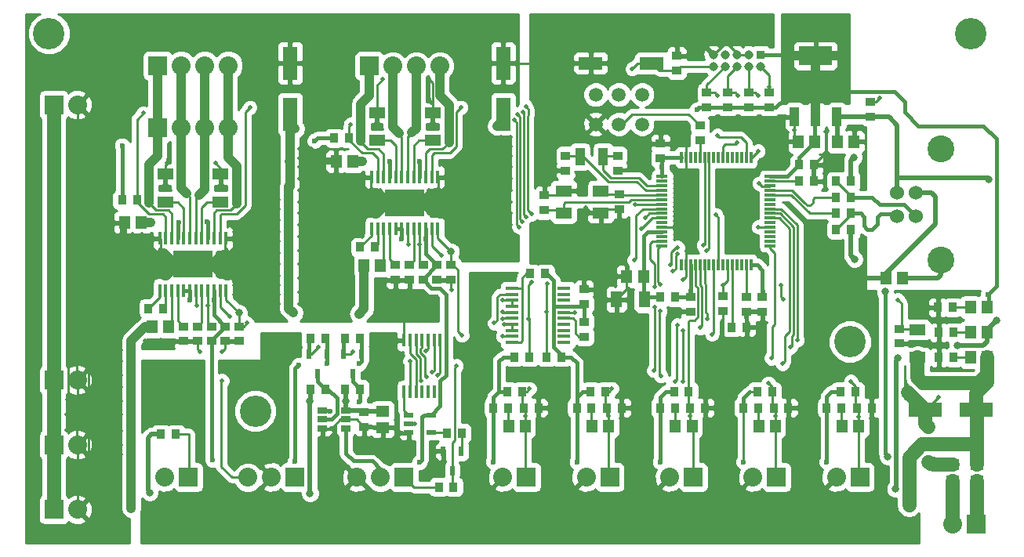
<source format=gtl>
G04 #@! TF.FileFunction,Copper,L1,Top,Signal*
%FSLAX46Y46*%
G04 Gerber Fmt 4.6, Leading zero omitted, Abs format (unit mm)*
G04 Created by KiCad (PCBNEW 4.0.1-stable) date 2018/01/12 13:37:46*
%MOMM*%
G01*
G04 APERTURE LIST*
%ADD10C,0.150000*%
%ADD11R,1.800860X1.198880*%
%ADD12C,0.800100*%
%ADD13C,1.524000*%
%ADD14C,2.900000*%
%ADD15R,1.470660X0.419100*%
%ADD16R,0.419100X1.470660*%
%ADD17R,1.000000X0.550000*%
%ADD18R,1.000760X0.701040*%
%ADD19R,0.599440X1.000760*%
%ADD20R,3.657600X2.032000*%
%ADD21R,1.016000X2.032000*%
%ADD22R,1.800860X1.150620*%
%ADD23R,0.949960X1.000760*%
%ADD24R,1.000760X0.949960*%
%ADD25C,1.500000*%
%ADD26R,0.970000X0.970000*%
%ADD27C,0.970000*%
%ADD28R,0.299720X1.297940*%
%ADD29R,1.297940X0.299720*%
%ADD30R,2.600000X1.400000*%
%ADD31R,1.150620X1.450340*%
%ADD32R,1.600200X3.599180*%
%ADD33R,1.150620X1.800860*%
%ADD34R,1.450340X1.150620*%
%ADD35R,2.032000X2.032000*%
%ADD36C,2.032000*%
%ADD37R,1.100000X1.900000*%
%ADD38R,3.599180X1.600200*%
%ADD39C,3.400000*%
%ADD40R,0.369100X1.470660*%
%ADD41R,4.320540X2.999740*%
%ADD42C,0.599440*%
%ADD43C,0.500380*%
%ADD44C,1.143000*%
%ADD45C,0.889000*%
%ADD46C,0.381000*%
%ADD47C,0.254000*%
%ADD48C,1.016000*%
%ADD49C,1.524000*%
%ADD50C,0.508000*%
G04 APERTURE END LIST*
D10*
D11*
X92298980Y-47301120D03*
X88301020Y-47301120D03*
X88301020Y-49698880D03*
X92298980Y-49698880D03*
D12*
X76125000Y-53875000D03*
X53250000Y-60500000D03*
D13*
X124301000Y-47480000D03*
X124301000Y-50020000D03*
X126299980Y-50020000D03*
X126299980Y-47480000D03*
D14*
X129000000Y-42750520D03*
X129000000Y-54749480D03*
D15*
X82700920Y-60424880D03*
X82700920Y-61075120D03*
X82700920Y-61725360D03*
X82700920Y-62375600D03*
X88294000Y-58484320D03*
X82700920Y-58474160D03*
X82700920Y-59124400D03*
X82700920Y-59774640D03*
X88299080Y-63025840D03*
X88299080Y-62375600D03*
X88299080Y-61725360D03*
X88299080Y-61075120D03*
X88299080Y-60424880D03*
X88299080Y-59774640D03*
X82700920Y-63025840D03*
X88294000Y-59124400D03*
X82700920Y-57823920D03*
X82700920Y-63676080D03*
X88299080Y-63676080D03*
X88299080Y-57823920D03*
D16*
X73000000Y-63450920D03*
X72349760Y-63450920D03*
X71699520Y-63450920D03*
X71049280Y-63450920D03*
X71049280Y-69049080D03*
X74950720Y-63450920D03*
X74300480Y-63450920D03*
X73650240Y-63450920D03*
X71699520Y-69049080D03*
X72349760Y-69049080D03*
X73000000Y-69049080D03*
X73650240Y-69049080D03*
X74300480Y-69049080D03*
X74950720Y-69049080D03*
D17*
X71550000Y-71550000D03*
X71550000Y-72500000D03*
X71550000Y-73450000D03*
X73950000Y-73450000D03*
X73950000Y-71550000D03*
D18*
X62230000Y-72952500D03*
X62230000Y-72000000D03*
X62230000Y-71047500D03*
X64770000Y-71047500D03*
X64770000Y-72000000D03*
X64770000Y-72952500D03*
D19*
X77202500Y-75443360D03*
X76250000Y-77556640D03*
X75297500Y-75443360D03*
X62702500Y-64943360D03*
X61750000Y-67056640D03*
X60797500Y-64943360D03*
D20*
X115500000Y-32698000D03*
D21*
X115500000Y-39302000D03*
X117786000Y-39302000D03*
X113214000Y-39302000D03*
D22*
X51250000Y-48501140D03*
X51250000Y-45498860D03*
X74125000Y-41876140D03*
X74125000Y-38873860D03*
X68125000Y-41876140D03*
X68125000Y-38873860D03*
X45250000Y-48501140D03*
X45250000Y-45498860D03*
X126500000Y-62298860D03*
X126500000Y-65301140D03*
D23*
X110800100Y-69000000D03*
X109199900Y-69000000D03*
X119300100Y-51500000D03*
X117699900Y-51500000D03*
X100300100Y-58800000D03*
X98699900Y-58800000D03*
X91300100Y-70750000D03*
X89699900Y-70750000D03*
X92800100Y-69000000D03*
X91199900Y-69000000D03*
X109300100Y-70750000D03*
X107699900Y-70750000D03*
D24*
X103000000Y-40199900D03*
X103000000Y-41800100D03*
D23*
X83800100Y-69000000D03*
X82199900Y-69000000D03*
X82300100Y-70750000D03*
X80699900Y-70750000D03*
X44799900Y-73600000D03*
X46400100Y-73600000D03*
D24*
X110500000Y-38300100D03*
X110500000Y-36699900D03*
D23*
X101800100Y-69000000D03*
X100199900Y-69000000D03*
D24*
X106000000Y-38300100D03*
X106000000Y-36699900D03*
X103750000Y-38300100D03*
X103750000Y-36699900D03*
D23*
X119800100Y-69000000D03*
X118199900Y-69000000D03*
D24*
X108250000Y-38300100D03*
X108250000Y-36699900D03*
D23*
X119300100Y-48000000D03*
X117699900Y-48000000D03*
X119300100Y-49750000D03*
X117699900Y-49750000D03*
X77300100Y-73500000D03*
X75699900Y-73500000D03*
X119300100Y-46250000D03*
X117699900Y-46250000D03*
X106449900Y-62050000D03*
X108050100Y-62050000D03*
X130400100Y-62600000D03*
X128799900Y-62600000D03*
X62550100Y-68750000D03*
X60949900Y-68750000D03*
X130300100Y-59900000D03*
X128699900Y-59900000D03*
X130400100Y-65300000D03*
X128799900Y-65300000D03*
X64699900Y-63250000D03*
X66300100Y-63250000D03*
X66300100Y-68750000D03*
X64699900Y-68750000D03*
X86300100Y-56250000D03*
X84699900Y-56250000D03*
X60949900Y-63250000D03*
X62550100Y-63250000D03*
X100300100Y-70750000D03*
X98699900Y-70750000D03*
X118300100Y-70750000D03*
X116699900Y-70750000D03*
D24*
X90500000Y-61449900D03*
X90500000Y-63050100D03*
X71625000Y-55324900D03*
X71625000Y-56925100D03*
D23*
X82949900Y-65250000D03*
X84550100Y-65250000D03*
X88050100Y-65250000D03*
X86449900Y-65250000D03*
D24*
X48750000Y-61949900D03*
X48750000Y-63550100D03*
X73125000Y-56925100D03*
X73125000Y-55324900D03*
X50250000Y-63550100D03*
X50250000Y-61949900D03*
X124500000Y-62199900D03*
X124500000Y-63800100D03*
D23*
X40599900Y-48300000D03*
X42200100Y-48300000D03*
X63499900Y-41600000D03*
X65100100Y-41600000D03*
D25*
X91750000Y-40100000D03*
X94250000Y-40100000D03*
X96750000Y-40100000D03*
X96750000Y-36900000D03*
X94250000Y-36900000D03*
X91750000Y-36900000D03*
D26*
X109540000Y-32615000D03*
D27*
X109540000Y-33885000D03*
X108270000Y-32615000D03*
X108270000Y-33885000D03*
X107000000Y-32615000D03*
X107000000Y-33885000D03*
X105730000Y-32615000D03*
X105730000Y-33885000D03*
X104460000Y-32615000D03*
X104460000Y-33885000D03*
D28*
X101000960Y-43701180D03*
X101501340Y-43701180D03*
X102001720Y-43701180D03*
X102502100Y-43701180D03*
X103002480Y-43701180D03*
X103500320Y-43701180D03*
X104000700Y-43701180D03*
X104501080Y-43701180D03*
X104998920Y-43701180D03*
X105499300Y-43701180D03*
X105999680Y-43701180D03*
X106497520Y-43701180D03*
X106997900Y-43701180D03*
X107498280Y-43701180D03*
X107998660Y-43701180D03*
X101501340Y-55298820D03*
X102001720Y-55298820D03*
X102502100Y-55298820D03*
X103002480Y-55298820D03*
X103500320Y-55298820D03*
X104000700Y-55298820D03*
X104501080Y-55298820D03*
X104998920Y-55298820D03*
X105499300Y-55298820D03*
X105999680Y-55298820D03*
X106497520Y-55298820D03*
X106997900Y-55298820D03*
X107498280Y-55298820D03*
X107998660Y-55298820D03*
X108499040Y-55298820D03*
D29*
X98900380Y-53249040D03*
X98900380Y-52748660D03*
X98900380Y-52248280D03*
X98900380Y-51747900D03*
X98900380Y-51247520D03*
X98900380Y-50749680D03*
X98900380Y-50249300D03*
X98900380Y-49748920D03*
X98900380Y-49251080D03*
X98900380Y-48750700D03*
X98900380Y-48250320D03*
X98900380Y-47752480D03*
X98900380Y-47252100D03*
X98900380Y-46751720D03*
X98900380Y-46251340D03*
X110599620Y-45750960D03*
X110599620Y-46251340D03*
X110599620Y-46751720D03*
X110599620Y-47252100D03*
X110599620Y-47752480D03*
X110599620Y-48250320D03*
X110599620Y-48750700D03*
X110599620Y-49251080D03*
X110599620Y-49748920D03*
X110599620Y-50249300D03*
X110599620Y-50749680D03*
X110599620Y-51247520D03*
X110599620Y-51747900D03*
X110599620Y-52248280D03*
X110599620Y-52748660D03*
D28*
X108499040Y-43701180D03*
D29*
X98900380Y-45750960D03*
D28*
X101000960Y-55298820D03*
D29*
X110599620Y-53249040D03*
D30*
X91200000Y-33500000D03*
X97800000Y-33500000D03*
D31*
X102149160Y-72750000D03*
X100350840Y-72750000D03*
X132200840Y-65300000D03*
X133999160Y-65300000D03*
X132200840Y-59900000D03*
X133999160Y-59900000D03*
X84149160Y-72750000D03*
X82350840Y-72750000D03*
X111149160Y-72750000D03*
X109350840Y-72750000D03*
X132200840Y-62600000D03*
X133999160Y-62600000D03*
X120149160Y-72750000D03*
X118350840Y-72750000D03*
X93149160Y-72750000D03*
X91350840Y-72750000D03*
D32*
X58750000Y-39000820D03*
X58750000Y-33499180D03*
X81750000Y-39000820D03*
X81750000Y-33499180D03*
D33*
X97001140Y-59050000D03*
X93998860Y-59050000D03*
D31*
X115399160Y-42000000D03*
X113600840Y-42000000D03*
X123100840Y-56750000D03*
X124899160Y-56750000D03*
D34*
X68750000Y-72899160D03*
X68750000Y-71100840D03*
D31*
X96899160Y-56550000D03*
X95100840Y-56550000D03*
X40850840Y-50750000D03*
X42649160Y-50750000D03*
X63725840Y-44125000D03*
X65524160Y-44125000D03*
X68524160Y-55375000D03*
X66725840Y-55375000D03*
X117850840Y-42000000D03*
X119649160Y-42000000D03*
X45649160Y-62000000D03*
X43850840Y-62000000D03*
D23*
X119949900Y-70750000D03*
X121550100Y-70750000D03*
D24*
X121400000Y-39300100D03*
X121400000Y-37699900D03*
D23*
X110949900Y-70750000D03*
X112550100Y-70750000D03*
X83949900Y-70750000D03*
X85550100Y-70750000D03*
D24*
X70125000Y-55324900D03*
X70125000Y-56925100D03*
X74625000Y-55324900D03*
X74625000Y-56925100D03*
X51750000Y-61949900D03*
X51750000Y-63550100D03*
X47250000Y-61949900D03*
X47250000Y-63550100D03*
D23*
X43449900Y-60000000D03*
X45050100Y-60000000D03*
X101949900Y-70750000D03*
X103550100Y-70750000D03*
D24*
X90500000Y-59550100D03*
X90500000Y-57949900D03*
X76125000Y-55324900D03*
X76125000Y-56925100D03*
X53250000Y-61949900D03*
X53250000Y-63550100D03*
D23*
X66324900Y-53375000D03*
X67925100Y-53375000D03*
D24*
X66750000Y-72800100D03*
X66750000Y-71199900D03*
X86200000Y-49400100D03*
X86200000Y-47799900D03*
X102000000Y-58749900D03*
X102000000Y-60350100D03*
D23*
X113699900Y-44500000D03*
X115300100Y-44500000D03*
D24*
X100500000Y-34300100D03*
X100500000Y-32699900D03*
X98750000Y-43800100D03*
X98750000Y-42199900D03*
X108000000Y-58749900D03*
X108000000Y-60350100D03*
D23*
X113699900Y-46250000D03*
X115300100Y-46250000D03*
D24*
X88500000Y-43499900D03*
X88500000Y-45100100D03*
X94100000Y-43499900D03*
X94100000Y-45100100D03*
X109750000Y-58749900D03*
X109750000Y-60350100D03*
D23*
X92949900Y-70750000D03*
X94550100Y-70750000D03*
D24*
X94300000Y-47699900D03*
X94300000Y-49300100D03*
D35*
X67290000Y-33800000D03*
D36*
X69830000Y-33800000D03*
X72370000Y-33800000D03*
X74910000Y-33800000D03*
D35*
X44440000Y-40500000D03*
D36*
X46980000Y-40500000D03*
X49520000Y-40500000D03*
X52060000Y-40500000D03*
D35*
X44440000Y-33750000D03*
D36*
X46980000Y-33750000D03*
X49520000Y-33750000D03*
X52060000Y-33750000D03*
D35*
X59290000Y-78250000D03*
D36*
X56750000Y-78250000D03*
X54210000Y-78250000D03*
D35*
X71040000Y-78250000D03*
D36*
X68500000Y-78250000D03*
X65960000Y-78250000D03*
D35*
X102270000Y-78250000D03*
D36*
X99730000Y-78250000D03*
D35*
X33230000Y-81750000D03*
D36*
X35770000Y-81750000D03*
D35*
X132870000Y-83300000D03*
D36*
X130330000Y-83300000D03*
D35*
X120270000Y-78250000D03*
D36*
X117730000Y-78250000D03*
D35*
X111270000Y-78250000D03*
D36*
X108730000Y-78250000D03*
D35*
X84270000Y-78250000D03*
D36*
X81730000Y-78250000D03*
D35*
X33230000Y-74750000D03*
D36*
X35770000Y-74750000D03*
D35*
X47770000Y-78250000D03*
D36*
X45230000Y-78250000D03*
D35*
X33230000Y-67750000D03*
D36*
X35770000Y-67750000D03*
D35*
X93270000Y-78250000D03*
D36*
X90730000Y-78250000D03*
D37*
X92550000Y-43600000D03*
X90050000Y-43600000D03*
D38*
X132850820Y-71000000D03*
X127349180Y-71000000D03*
D39*
X132200000Y-30300000D03*
X119200000Y-63600000D03*
X55000000Y-71100000D03*
X32700000Y-30300000D03*
D19*
X66452500Y-64943360D03*
X65500000Y-67056640D03*
X64547500Y-64943360D03*
D35*
X33230000Y-38000000D03*
D36*
X35770000Y-38000000D03*
D23*
X74799900Y-79300000D03*
X76400100Y-79300000D03*
D34*
X132900000Y-76900840D03*
X132900000Y-78699160D03*
X130300000Y-76900840D03*
X130300000Y-78699160D03*
D24*
X105500000Y-60300100D03*
X105500000Y-58699900D03*
D40*
X47924880Y-58049080D03*
X48575120Y-58049080D03*
X49225360Y-58049080D03*
X49875600Y-58049080D03*
X45984320Y-52456000D03*
X45974160Y-58049080D03*
X46624400Y-58049080D03*
X47274640Y-58049080D03*
X50525840Y-52450920D03*
X49875600Y-52450920D03*
X49225360Y-52450920D03*
X48575120Y-52450920D03*
X47924880Y-52450920D03*
X47274640Y-52450920D03*
X50525840Y-58049080D03*
X46624400Y-52456000D03*
X45323920Y-58049080D03*
X51176080Y-58049080D03*
X51176080Y-52450920D03*
X45323920Y-52450920D03*
X44676220Y-58049080D03*
X51823780Y-58049080D03*
X51823780Y-52450920D03*
X44676220Y-52450920D03*
D41*
X48250000Y-55250000D03*
D40*
X70794880Y-51419080D03*
X71445120Y-51419080D03*
X72095360Y-51419080D03*
X72745600Y-51419080D03*
X68854320Y-45826000D03*
X68844160Y-51419080D03*
X69494400Y-51419080D03*
X70144640Y-51419080D03*
X73395840Y-45820920D03*
X72745600Y-45820920D03*
X72095360Y-45820920D03*
X71445120Y-45820920D03*
X70794880Y-45820920D03*
X70144640Y-45820920D03*
X73395840Y-51419080D03*
X69494400Y-45826000D03*
X68193920Y-51419080D03*
X74046080Y-51419080D03*
X74046080Y-45820920D03*
X68193920Y-45820920D03*
X67546220Y-51419080D03*
X74693780Y-51419080D03*
X74693780Y-45820920D03*
X67546220Y-45820920D03*
D41*
X71120000Y-48620000D03*
D12*
X123000000Y-58200000D03*
X123300000Y-76000000D03*
D42*
X98700000Y-76600000D03*
D43*
X116250000Y-33250000D03*
X114750000Y-33250000D03*
X115500000Y-33250000D03*
X116250000Y-32250000D03*
X114750000Y-32250000D03*
X115500000Y-32250000D03*
X114000000Y-32750000D03*
X117000000Y-32750000D03*
X116250000Y-32750000D03*
X114750000Y-32750000D03*
X115500000Y-32698000D03*
D42*
X118200000Y-35100000D03*
X118200000Y-34100000D03*
X118200000Y-36100000D03*
X118200000Y-32700000D03*
X112700000Y-32700000D03*
X112700000Y-34100000D03*
X112700000Y-36200000D03*
X112700000Y-35100000D03*
X62700000Y-66000000D03*
X59290000Y-76510000D03*
X59700000Y-66100000D03*
X66200000Y-66000000D03*
X40600000Y-42400000D03*
X61400000Y-41900000D03*
X72750000Y-76600000D03*
X73400000Y-52500000D03*
X70800000Y-52500000D03*
X50500000Y-59100000D03*
X47900000Y-59100000D03*
X116700000Y-76600000D03*
X107700000Y-76600000D03*
X89700000Y-76600000D03*
X80700000Y-76600000D03*
X134100000Y-58500000D03*
X109800000Y-58200000D03*
X102000000Y-58200000D03*
X98900380Y-44700000D03*
X102700000Y-38500000D03*
X50400000Y-76400000D03*
D43*
X112000000Y-59000000D03*
X111750000Y-57500000D03*
X105500000Y-57500000D03*
X124400000Y-59100000D03*
X84600000Y-68700000D03*
X100300000Y-67900000D03*
X100600000Y-61800000D03*
X103800000Y-61100000D03*
X84149160Y-71600000D03*
X72200000Y-72500000D03*
D44*
X121600000Y-67700000D03*
X125470002Y-69100000D03*
X127700000Y-72800000D03*
X127700000Y-76600000D03*
D43*
X128800000Y-69600000D03*
X128800000Y-66600000D03*
X37600000Y-44400000D03*
X73750000Y-35250000D03*
X68750000Y-35250000D03*
X78000000Y-33500000D03*
X62500000Y-33500000D03*
X35750000Y-56500000D03*
X38250000Y-56500000D03*
X43750000Y-56500000D03*
X40500000Y-56500000D03*
X42750000Y-56500000D03*
X41750000Y-56500000D03*
X39500000Y-56500000D03*
X37000000Y-56500000D03*
X37000000Y-55250000D03*
X39500000Y-55250000D03*
X41750000Y-55250000D03*
X43750000Y-55250000D03*
X45500000Y-55250000D03*
X44750000Y-55250000D03*
X42750000Y-55250000D03*
X40500000Y-55250000D03*
X38250000Y-55250000D03*
X35750000Y-55250000D03*
X34600000Y-71500000D03*
X34750000Y-65750000D03*
X34700000Y-69900000D03*
X34600000Y-73200000D03*
X35700000Y-73100000D03*
X35700000Y-70000000D03*
X35700000Y-71600000D03*
X35750000Y-65750000D03*
X37000000Y-73200000D03*
X37000000Y-70000000D03*
X37000000Y-65750000D03*
X37000000Y-63250000D03*
X37000000Y-60250000D03*
X37000000Y-57750000D03*
X37000000Y-59000000D03*
X37000000Y-61750000D03*
X37000000Y-64500000D03*
X37000000Y-71500000D03*
X37000000Y-75700000D03*
X35800000Y-77400000D03*
X35750000Y-57750000D03*
X34750000Y-63250000D03*
X34750000Y-60250000D03*
X34750000Y-57750000D03*
X34750000Y-59000000D03*
X34750000Y-61750000D03*
X34750000Y-64500000D03*
X51400000Y-64700000D03*
X49000000Y-64700000D03*
X57500000Y-51750000D03*
X59750000Y-51000000D03*
X59750000Y-43750000D03*
X50700000Y-44300000D03*
X45500000Y-44300000D03*
X40500000Y-63250000D03*
X43100000Y-63500000D03*
X74400000Y-75400000D03*
X71900000Y-75300000D03*
X71600000Y-58400000D03*
X76200000Y-58000000D03*
X81900000Y-61700000D03*
X81700000Y-59100000D03*
X89500000Y-60500000D03*
X90600000Y-57500000D03*
X100900000Y-60400000D03*
X101200000Y-56900000D03*
X116700000Y-40900000D03*
X104100000Y-39500000D03*
X119700000Y-40900000D03*
X113214000Y-40700000D03*
X122400000Y-37300000D03*
X90400000Y-47700000D03*
X90700000Y-49100000D03*
D12*
X119500000Y-56500000D03*
D43*
X65000000Y-58250000D03*
X65000000Y-55250000D03*
X65000000Y-52250000D03*
X65000000Y-49750000D03*
X65000000Y-51000000D03*
X65000000Y-53750000D03*
X65000000Y-56750000D03*
X63750000Y-58250000D03*
X63750000Y-55250000D03*
X63750000Y-52250000D03*
X63750000Y-49750000D03*
X63750000Y-51000000D03*
X63750000Y-53750000D03*
X63750000Y-56750000D03*
X63750000Y-59500000D03*
X62250000Y-58250000D03*
X62250000Y-55250000D03*
X62250000Y-52250000D03*
X62250000Y-49750000D03*
X62250000Y-51000000D03*
X62250000Y-53750000D03*
X62250000Y-56750000D03*
X62250000Y-59500000D03*
X61000000Y-58250000D03*
X61000000Y-55250000D03*
X61000000Y-52250000D03*
X61000000Y-49750000D03*
X59750000Y-49750000D03*
X61000000Y-51000000D03*
X61000000Y-53750000D03*
X61000000Y-56750000D03*
X61000000Y-59500000D03*
X66500000Y-51000000D03*
X66500000Y-49750000D03*
X66500000Y-52250000D03*
X59750000Y-59500000D03*
X59750000Y-55250000D03*
X59750000Y-52250000D03*
X59750000Y-53750000D03*
X59750000Y-56750000D03*
X59750000Y-58250000D03*
X67500000Y-49750000D03*
X68500000Y-49750000D03*
X62250000Y-43750000D03*
X62250000Y-44750000D03*
X61000000Y-43750000D03*
X59750000Y-42750000D03*
X61000000Y-42750000D03*
X61000000Y-44750000D03*
X63750000Y-46000000D03*
X59750000Y-44750000D03*
X61000000Y-46000000D03*
X65000000Y-46000000D03*
X62250000Y-46000000D03*
X59750000Y-46000000D03*
X62250000Y-42750000D03*
X66250000Y-47250000D03*
X66250000Y-46000000D03*
X75750000Y-47250000D03*
X75750000Y-46000000D03*
X76750000Y-46000000D03*
X76750000Y-47250000D03*
X76750000Y-44750000D03*
X78000000Y-44750000D03*
X78000000Y-47250000D03*
X78000000Y-46000000D03*
X78000000Y-43500000D03*
X79250000Y-43500000D03*
X79250000Y-46000000D03*
X79250000Y-47250000D03*
X79250000Y-44750000D03*
X79250000Y-42500000D03*
X80500000Y-42500000D03*
X80500000Y-44750000D03*
X80500000Y-47250000D03*
X80500000Y-46000000D03*
X80500000Y-43500000D03*
X80500000Y-41500000D03*
X81500000Y-42500000D03*
X81500000Y-44750000D03*
X81500000Y-47250000D03*
X81500000Y-46000000D03*
X81500000Y-43500000D03*
X81500000Y-41500000D03*
X82500000Y-42500000D03*
X82500000Y-44750000D03*
X82500000Y-47250000D03*
X74750000Y-47250000D03*
X82500000Y-46000000D03*
X82500000Y-43500000D03*
X82500000Y-41500000D03*
X78000000Y-54500000D03*
X78000000Y-52250000D03*
X78000000Y-49750000D03*
X78000000Y-51000000D03*
X78000000Y-53500000D03*
X77250000Y-54500000D03*
X75750000Y-51000000D03*
X75750000Y-49750000D03*
X75750000Y-52250000D03*
X76750000Y-52250000D03*
X76750000Y-49750000D03*
X76750000Y-51000000D03*
X76750000Y-53000000D03*
X79250000Y-53500000D03*
X79250000Y-51000000D03*
X79250000Y-49750000D03*
X79250000Y-52250000D03*
X79250000Y-54500000D03*
X80500000Y-53500000D03*
X80500000Y-51000000D03*
X80500000Y-49750000D03*
X80500000Y-52250000D03*
X80500000Y-54500000D03*
X81500000Y-53500000D03*
X81500000Y-51000000D03*
X81500000Y-49750000D03*
X81500000Y-52250000D03*
X81500000Y-54500000D03*
X82500000Y-53500000D03*
X82500000Y-51000000D03*
X74750000Y-49750000D03*
X73750000Y-49750000D03*
X82500000Y-49750000D03*
X82500000Y-52250000D03*
X82500000Y-54500000D03*
X81500000Y-48500000D03*
X79250000Y-48500000D03*
X78000000Y-48500000D03*
X80500000Y-48500000D03*
X82500000Y-48500000D03*
X61000000Y-47250000D03*
X63750000Y-47250000D03*
X67500000Y-47250000D03*
X65000000Y-47250000D03*
X62250000Y-47250000D03*
X59750000Y-47250000D03*
X61000000Y-48500000D03*
X63750000Y-48500000D03*
X65000000Y-48500000D03*
X62250000Y-48500000D03*
X59750000Y-48500000D03*
X76500000Y-48500000D03*
X75750000Y-48500000D03*
X74750000Y-48500000D03*
X73750000Y-48500000D03*
X66250000Y-48500000D03*
X68500000Y-48500000D03*
X67500000Y-48500000D03*
X68500000Y-47250000D03*
X57500000Y-49250000D03*
X56250000Y-51750000D03*
X57500000Y-50500000D03*
X57500000Y-48250000D03*
X56250000Y-50500000D03*
X56250000Y-49250000D03*
X55000000Y-51750000D03*
X55000000Y-50500000D03*
X57500000Y-59500000D03*
X57500000Y-57500000D03*
X56250000Y-56500000D03*
X57500000Y-56500000D03*
X57500000Y-58500000D03*
X57500000Y-60750000D03*
X56250000Y-59500000D03*
X56250000Y-57500000D03*
X56250000Y-58500000D03*
X56250000Y-60750000D03*
X55000000Y-59500000D03*
X55000000Y-57500000D03*
X55000000Y-56500000D03*
X55000000Y-58500000D03*
X55000000Y-60750000D03*
X53750000Y-58500000D03*
X53750000Y-56500000D03*
X53750000Y-57500000D03*
X53750000Y-59500000D03*
X52750000Y-57500000D03*
X52750000Y-56500000D03*
X52750000Y-58500000D03*
X53750000Y-51750000D03*
X52750000Y-52750000D03*
X52750000Y-51750000D03*
X56250000Y-52750000D03*
X53750000Y-52750000D03*
X55000000Y-52750000D03*
X57500000Y-52750000D03*
X52750000Y-54000000D03*
X51750000Y-56500000D03*
X51000000Y-56500000D03*
X56250000Y-54000000D03*
X53750000Y-54000000D03*
X51750000Y-54000000D03*
X55000000Y-54000000D03*
X57500000Y-54000000D03*
X56250000Y-55250000D03*
X53750000Y-55250000D03*
X51750000Y-55250000D03*
X52750000Y-55250000D03*
X55000000Y-55250000D03*
X57500000Y-55250000D03*
X35750000Y-63250000D03*
X35750000Y-60250000D03*
X35750000Y-59000000D03*
X35750000Y-61750000D03*
X35750000Y-64500000D03*
X38250000Y-74750000D03*
X38250000Y-71500000D03*
X38250000Y-68500000D03*
X38250000Y-65750000D03*
X38250000Y-63250000D03*
X38250000Y-60250000D03*
X38250000Y-57750000D03*
X38250000Y-59000000D03*
X38250000Y-61750000D03*
X38250000Y-64500000D03*
X38250000Y-67250000D03*
X38250000Y-70000000D03*
X38250000Y-73250000D03*
X38250000Y-75750000D03*
X39500000Y-74750000D03*
X39500000Y-71500000D03*
X39500000Y-68500000D03*
X39500000Y-65750000D03*
X39500000Y-63250000D03*
X39500000Y-60250000D03*
X39500000Y-57750000D03*
X39500000Y-59000000D03*
X39500000Y-61750000D03*
X39500000Y-64500000D03*
X39500000Y-67250000D03*
X39500000Y-70000000D03*
X39500000Y-73250000D03*
X39500000Y-75750000D03*
X40500000Y-75750000D03*
X40500000Y-73250000D03*
X40500000Y-70000000D03*
X40500000Y-67250000D03*
X40500000Y-64500000D03*
X40500000Y-65750000D03*
X40500000Y-68500000D03*
X40500000Y-71500000D03*
X40500000Y-74750000D03*
X40500000Y-61750000D03*
X40500000Y-59000000D03*
X40500000Y-57750000D03*
X40500000Y-60250000D03*
X41750000Y-60250000D03*
X41750000Y-57750000D03*
X41750000Y-59000000D03*
X41750000Y-61750000D03*
X34750000Y-55250000D03*
X43750000Y-54000000D03*
X35750000Y-54000000D03*
X38250000Y-54000000D03*
X40500000Y-54000000D03*
X42750000Y-54000000D03*
X41750000Y-54000000D03*
X39500000Y-54000000D03*
X37000000Y-54000000D03*
X34750000Y-54000000D03*
X34750000Y-56500000D03*
X42750000Y-57750000D03*
X43750000Y-57750000D03*
X35750000Y-53000000D03*
X38250000Y-53000000D03*
X40500000Y-53000000D03*
X42750000Y-53000000D03*
X43750000Y-53000000D03*
X41750000Y-53000000D03*
X39500000Y-53000000D03*
X37000000Y-53000000D03*
X34750000Y-53000000D03*
X35750000Y-52000000D03*
X38250000Y-52000000D03*
X39500000Y-52000000D03*
X40500000Y-52000000D03*
X37000000Y-52000000D03*
X34750000Y-52000000D03*
X41750000Y-52000000D03*
X43750000Y-52000000D03*
X42750000Y-52000000D03*
X44750000Y-54000000D03*
X44750000Y-56500000D03*
X45500000Y-56500000D03*
X51000000Y-55250000D03*
X73750000Y-47250000D03*
X45500000Y-54000000D03*
X51000000Y-54000000D03*
X70250000Y-47750000D03*
X70250000Y-49500000D03*
X72000000Y-49500000D03*
X72000000Y-47750000D03*
X71000000Y-47750000D03*
X71250000Y-49500000D03*
X72250000Y-48750000D03*
X70000000Y-48750000D03*
X71125000Y-48625000D03*
X47250000Y-56250000D03*
X47250000Y-54250000D03*
X49250000Y-56250000D03*
X49250000Y-54250000D03*
X48250000Y-56250000D03*
X48250000Y-54250000D03*
X47250000Y-55250000D03*
X48250000Y-55250000D03*
X49250000Y-55250000D03*
X111900000Y-66000000D03*
X76700000Y-66200000D03*
X72700000Y-53100000D03*
X71500000Y-53100000D03*
X71700000Y-65700000D03*
X73400000Y-64600000D03*
D12*
X119600000Y-43700000D03*
X119700000Y-54700000D03*
D45*
X129000000Y-54749480D03*
D42*
X66200000Y-70100000D03*
X63100000Y-71100000D03*
D43*
X49900000Y-59700000D03*
X48700000Y-59700000D03*
X96000000Y-48800000D03*
X95700000Y-34100000D03*
X100100000Y-56000000D03*
X86500000Y-57300000D03*
X103700000Y-53800000D03*
X100600000Y-54100000D03*
X86400000Y-60400000D03*
X81700000Y-60400000D03*
X113500000Y-63400000D03*
X61800000Y-64200000D03*
X103400000Y-53200000D03*
X84800000Y-57200000D03*
X100600000Y-53400000D03*
X99800000Y-55300000D03*
X84500000Y-61100000D03*
X81700000Y-61100000D03*
X65500000Y-64700000D03*
X112800000Y-64200000D03*
X109300000Y-43000000D03*
X109300000Y-37000000D03*
X104900000Y-41300000D03*
X104900000Y-37000000D03*
X107000000Y-42100000D03*
X107100000Y-37000000D03*
X109400000Y-46500000D03*
X110500000Y-36100000D03*
D12*
X130800000Y-64000000D03*
X124400000Y-65400000D03*
X124100000Y-79500000D03*
X135000000Y-61300000D03*
X134200000Y-46100000D03*
X43600000Y-79900000D03*
X60900000Y-80000000D03*
X64770000Y-70000000D03*
X60900000Y-70000000D03*
D44*
X125600000Y-81270002D03*
D45*
X41600000Y-81600000D03*
D44*
X33250000Y-78750000D03*
D45*
X33200000Y-50700000D03*
X43700000Y-50700000D03*
D42*
X46700000Y-50700000D03*
X49800000Y-50600000D03*
D45*
X58600000Y-46800000D03*
X59100000Y-60500000D03*
X66200000Y-60600000D03*
D42*
X72700000Y-44100000D03*
X69500000Y-44100000D03*
D45*
X81100000Y-40300000D03*
X59300000Y-40600000D03*
X66500000Y-44100000D03*
D43*
X51400000Y-67800000D03*
X110700000Y-65400000D03*
X84200000Y-50100000D03*
X97100000Y-50200000D03*
X83900000Y-38800000D03*
X77200000Y-38300000D03*
X83500000Y-51200000D03*
X96700000Y-51400000D03*
X83000000Y-39600000D03*
X65300000Y-40100000D03*
X119300000Y-67900000D03*
X98100000Y-57700000D03*
X98100000Y-59900000D03*
X98000000Y-66700000D03*
X120149160Y-71700000D03*
X74700000Y-67200000D03*
X98700000Y-57400000D03*
X98700000Y-60300000D03*
X98800000Y-67300000D03*
X110400000Y-68100000D03*
X111149160Y-71600000D03*
X74100000Y-66900000D03*
X77300000Y-62900000D03*
X81700000Y-63000000D03*
X95900000Y-54800000D03*
X75100000Y-54300000D03*
X104700000Y-49900000D03*
X84800000Y-49800000D03*
X84200000Y-38200000D03*
X54400000Y-38300000D03*
X83800000Y-50600000D03*
X109300000Y-51200000D03*
X42900000Y-38900000D03*
X83300000Y-39000000D03*
X101949900Y-71600000D03*
X73500000Y-67400000D03*
X101200000Y-62400000D03*
X101200000Y-67900000D03*
X93500000Y-68700000D03*
X103000000Y-62100000D03*
X72900000Y-67800000D03*
X93149160Y-71600000D03*
X54100000Y-61600000D03*
X80800000Y-61600000D03*
X104300000Y-62800000D03*
X52200000Y-60900000D03*
D46*
X123000000Y-75700000D02*
X123000000Y-58200000D01*
X123300000Y-76000000D02*
X123000000Y-75700000D01*
X134149160Y-58900000D02*
X134149160Y-59750000D01*
X134149160Y-58549160D02*
X134149160Y-58900000D01*
X134100000Y-58500000D02*
X134149160Y-58549160D01*
X134149160Y-59750000D02*
X133999160Y-59900000D01*
X98699900Y-70750000D02*
X98699900Y-76599900D01*
X98699900Y-76599900D02*
X98700000Y-76600000D01*
D47*
X107699900Y-70750000D02*
X107699900Y-76599900D01*
X107699900Y-76599900D02*
X107700000Y-76600000D01*
X109199900Y-69000000D02*
X108400000Y-69000000D01*
X108400000Y-69000000D02*
X107699900Y-69700100D01*
X107699900Y-69700100D02*
X107699900Y-70750000D01*
X115698000Y-32698000D02*
X115500000Y-32698000D01*
X116250000Y-33250000D02*
X115698000Y-32698000D01*
X115302000Y-32698000D02*
X115500000Y-32698000D01*
X114750000Y-33250000D02*
X115302000Y-32698000D01*
X115500000Y-33250000D02*
X115500000Y-32698000D01*
X115802000Y-32698000D02*
X115500000Y-32698000D01*
X116250000Y-32250000D02*
X115802000Y-32698000D01*
X115198000Y-32698000D02*
X115500000Y-32698000D01*
X114750000Y-32250000D02*
X115198000Y-32698000D01*
X115500000Y-32250000D02*
X115500000Y-32698000D01*
X114052000Y-32698000D02*
X115500000Y-32698000D01*
X114000000Y-32750000D02*
X114052000Y-32698000D01*
X116948000Y-32698000D02*
X115500000Y-32698000D01*
X117000000Y-32750000D02*
X116948000Y-32698000D01*
X116198000Y-32698000D02*
X115500000Y-32698000D01*
X116250000Y-32750000D02*
X116198000Y-32698000D01*
X114802000Y-32698000D02*
X115500000Y-32698000D01*
X114750000Y-32750000D02*
X114802000Y-32698000D01*
D48*
X115500000Y-39302000D02*
X115500000Y-32698000D01*
X118200000Y-32700000D02*
X115502000Y-32700000D01*
D46*
X118200000Y-36100000D02*
X118200000Y-35100000D01*
X118200000Y-33500000D02*
X118200000Y-34100000D01*
X118200000Y-35100000D02*
X118200000Y-34100000D01*
X118200000Y-36600000D02*
X118200000Y-36100000D01*
D48*
X115502000Y-32700000D02*
X115500000Y-32698000D01*
D46*
X118200000Y-33500000D02*
X118200000Y-32700000D01*
D48*
X112700000Y-32700000D02*
X115498000Y-32700000D01*
X115498000Y-32700000D02*
X115500000Y-32698000D01*
D46*
X135000000Y-43200000D02*
X135000000Y-41700000D01*
X125100000Y-37700000D02*
X124000000Y-36600000D01*
X125100000Y-38800000D02*
X125100000Y-37700000D01*
X126600000Y-40300000D02*
X125100000Y-38800000D01*
X133600000Y-40300000D02*
X126600000Y-40300000D01*
X135000000Y-41700000D02*
X133600000Y-40300000D01*
X112700000Y-34100000D02*
X112700000Y-32700000D01*
X112700000Y-32700000D02*
X112700000Y-32615000D01*
X112700000Y-37400000D02*
X112700000Y-36200000D01*
X112700000Y-35100000D02*
X112700000Y-34100000D01*
X112700000Y-36200000D02*
X112700000Y-35100000D01*
X88050100Y-65250000D02*
X89050000Y-65250000D01*
X89699900Y-65899900D02*
X89699900Y-69600100D01*
X89050000Y-65250000D02*
X89699900Y-65899900D01*
X81300000Y-69000000D02*
X81300000Y-65700000D01*
X88299080Y-59774640D02*
X87200000Y-59774640D01*
X87200000Y-59774640D02*
X87200000Y-59800000D01*
X88050100Y-65250000D02*
X88050100Y-65050100D01*
X88050100Y-65050100D02*
X87200000Y-64200000D01*
X87200000Y-64200000D02*
X87200000Y-59800000D01*
X86450000Y-56250000D02*
X86300100Y-56250000D01*
X87200000Y-59800000D02*
X87200000Y-57000000D01*
X87200000Y-57000000D02*
X86450000Y-56250000D01*
X75600000Y-59100000D02*
X75600000Y-58500000D01*
X74950720Y-67849280D02*
X75600000Y-67200000D01*
X75600000Y-67200000D02*
X75600000Y-59100000D01*
X74950720Y-69049080D02*
X74950720Y-67849280D01*
X73999900Y-57800000D02*
X73125000Y-56925100D01*
X74900000Y-57800000D02*
X73999900Y-57800000D01*
X75600000Y-58500000D02*
X74900000Y-57800000D01*
X62702500Y-64943360D02*
X62702500Y-65997500D01*
X62702500Y-65997500D02*
X62700000Y-66000000D01*
X59290000Y-76510000D02*
X59300000Y-76500000D01*
X59300000Y-76500000D02*
X59300000Y-66500000D01*
X59300000Y-66500000D02*
X59700000Y-66100000D01*
X66452500Y-65747500D02*
X66452500Y-64943360D01*
X66200000Y-66000000D02*
X66452500Y-65747500D01*
X40599900Y-48300000D02*
X40599900Y-42400100D01*
X40599900Y-42400100D02*
X40600000Y-42400000D01*
X61700000Y-41600000D02*
X63499900Y-41600000D01*
X61400000Y-41900000D02*
X61700000Y-41600000D01*
X81400000Y-69000000D02*
X81300000Y-69000000D01*
X81750000Y-65250000D02*
X82949900Y-65250000D01*
X81300000Y-65700000D02*
X81750000Y-65250000D01*
X73950000Y-71550000D02*
X73200000Y-71550000D01*
X73000000Y-71750000D02*
X73200000Y-71550000D01*
X73000000Y-76350000D02*
X73000000Y-71750000D01*
X73000000Y-76350000D02*
X72750000Y-76600000D01*
X74950720Y-69049080D02*
X74950720Y-70549280D01*
X74950720Y-70549280D02*
X73950000Y-71550000D01*
X115500000Y-39302000D02*
X115500000Y-37900000D01*
X135000000Y-57600000D02*
X134100000Y-58500000D01*
X135000000Y-43000000D02*
X135000000Y-43200000D01*
X135000000Y-43200000D02*
X135000000Y-57600000D01*
X116800000Y-36600000D02*
X118200000Y-36600000D01*
X118200000Y-36600000D02*
X124000000Y-36600000D01*
X115500000Y-37900000D02*
X116800000Y-36600000D01*
X70799880Y-51424080D02*
X70799880Y-52499880D01*
X73400000Y-52500000D02*
X73400840Y-52500000D01*
X70799880Y-52499880D02*
X70800000Y-52500000D01*
X47924880Y-58049080D02*
X47924880Y-59075120D01*
X50500000Y-59100000D02*
X50525840Y-59100000D01*
X47924880Y-59075120D02*
X47900000Y-59100000D01*
X50525840Y-58049080D02*
X50525840Y-59100000D01*
X50525840Y-59100000D02*
X50525840Y-60725740D01*
X50525840Y-60725740D02*
X51750000Y-61949900D01*
X73400840Y-51424080D02*
X73400840Y-52500000D01*
X73400840Y-52500000D02*
X73400840Y-54100740D01*
X73400840Y-54100740D02*
X74625000Y-55324900D01*
X70149640Y-51424080D02*
X70799880Y-51424080D01*
X47274640Y-58049080D02*
X47924880Y-58049080D01*
X66452500Y-64943360D02*
X66452500Y-63402400D01*
X66452500Y-63402400D02*
X66300100Y-63250000D01*
X62702500Y-64943360D02*
X62702500Y-63402400D01*
X62702500Y-63402400D02*
X62550100Y-63250000D01*
X50250000Y-63550100D02*
X50250000Y-67700000D01*
X50250000Y-67700000D02*
X50250000Y-76250000D01*
X50250000Y-76250000D02*
X50400000Y-76400000D01*
X116699900Y-70750000D02*
X116699900Y-76599900D01*
X116699900Y-76599900D02*
X116700000Y-76600000D01*
X107699900Y-76599900D02*
X107700000Y-76600000D01*
X89699900Y-70750000D02*
X89699900Y-76599900D01*
X89699900Y-76599900D02*
X89700000Y-76600000D01*
X80699900Y-70750000D02*
X80699900Y-76599900D01*
X80699900Y-76599900D02*
X80700000Y-76600000D01*
X102000000Y-58749900D02*
X102000000Y-58200000D01*
X109800000Y-58200000D02*
X109750000Y-58200000D01*
X50250000Y-63550100D02*
X50250000Y-63449900D01*
X50250000Y-63449900D02*
X51750000Y-61949900D01*
X73125000Y-56925100D02*
X73125000Y-56824900D01*
X73125000Y-56824900D02*
X74625000Y-55324900D01*
X88299080Y-59774640D02*
X90275460Y-59774640D01*
X90275460Y-59774640D02*
X90500000Y-59550100D01*
X90500000Y-61449900D02*
X90500000Y-60400000D01*
X90500000Y-60400000D02*
X90500000Y-59550100D01*
X108499040Y-55298820D02*
X109198820Y-55298820D01*
X109198820Y-55298820D02*
X109750000Y-55850000D01*
X109750000Y-55850000D02*
X109750000Y-58200000D01*
X109750000Y-58200000D02*
X109750000Y-58749900D01*
X102001720Y-55298820D02*
X102001720Y-58748180D01*
X102001720Y-58748180D02*
X102000000Y-58749900D01*
X100300100Y-58800000D02*
X101949900Y-58800000D01*
X101949900Y-58800000D02*
X102000000Y-58749900D01*
X80699900Y-70750000D02*
X80699900Y-69600100D01*
X81400000Y-69000000D02*
X82199900Y-69000000D01*
X80699900Y-69600100D02*
X81300000Y-69000000D01*
X89699900Y-70750000D02*
X89699900Y-69600100D01*
X90300000Y-69000000D02*
X91199900Y-69000000D01*
X89699900Y-69600100D02*
X90300000Y-69000000D01*
X98699900Y-70750000D02*
X98699900Y-69600100D01*
X99300000Y-69000000D02*
X100199900Y-69000000D01*
X98699900Y-69600100D02*
X99300000Y-69000000D01*
X107699900Y-70750000D02*
X107699900Y-69700100D01*
X107699900Y-69700100D02*
X108400000Y-69000000D01*
X116699900Y-70750000D02*
X116699900Y-69500100D01*
X117200000Y-69000000D02*
X118199900Y-69000000D01*
X116699900Y-69500100D02*
X117200000Y-69000000D01*
X110500000Y-38300100D02*
X111199900Y-38300100D01*
X115500000Y-37700000D02*
X115500000Y-39302000D01*
X115200000Y-37400000D02*
X115500000Y-37700000D01*
X112100000Y-37400000D02*
X112700000Y-37400000D01*
X112700000Y-37400000D02*
X115200000Y-37400000D01*
X111199900Y-38300100D02*
X112100000Y-37400000D01*
X102899900Y-38300100D02*
X103750000Y-38300100D01*
X102700000Y-38500000D02*
X102899900Y-38300100D01*
X101000960Y-43701180D02*
X98848920Y-43701180D01*
X98848920Y-43701180D02*
X98750000Y-43800100D01*
X98900380Y-45750960D02*
X98900380Y-44700000D01*
X98900380Y-44700000D02*
X98900380Y-43950480D01*
X98900380Y-43950480D02*
X98750000Y-43800100D01*
X109540000Y-32615000D02*
X112700000Y-32615000D01*
X112700000Y-32615000D02*
X115417000Y-32615000D01*
X115417000Y-32615000D02*
X115500000Y-32698000D01*
X103750000Y-38300100D02*
X106000000Y-38300100D01*
X106000000Y-38300100D02*
X108250000Y-38300100D01*
X108250000Y-38300100D02*
X110500000Y-38300100D01*
X115399160Y-42000000D02*
X115399160Y-39402840D01*
X115399160Y-39402840D02*
X115500000Y-39302000D01*
X113699900Y-44500000D02*
X113699900Y-43699260D01*
X113699900Y-43699260D02*
X115399160Y-42000000D01*
X110599620Y-45750960D02*
X112448940Y-45750960D01*
X112448940Y-45750960D02*
X113699900Y-44500000D01*
D47*
X103002480Y-43701180D02*
X103002480Y-41802580D01*
X103002480Y-41802580D02*
X103000000Y-41800100D01*
X124750000Y-59450000D02*
X124750000Y-61949900D01*
X112000000Y-59000000D02*
X111750000Y-58750000D01*
X111750000Y-58750000D02*
X111750000Y-57500000D01*
X124750000Y-59450000D02*
X124400000Y-59100000D01*
X124750000Y-61949900D02*
X124500000Y-62199900D01*
X124500000Y-62199900D02*
X126401040Y-62199900D01*
X126401040Y-62199900D02*
X126500000Y-62298860D01*
X105999680Y-55298820D02*
X105999680Y-57000320D01*
X105999680Y-57000320D02*
X105500000Y-57500000D01*
X105500000Y-57500000D02*
X105500000Y-58699900D01*
X100500000Y-66700000D02*
X100500000Y-61900000D01*
X84300000Y-69000000D02*
X84600000Y-68700000D01*
X100300000Y-67900000D02*
X100500000Y-67700000D01*
X100500000Y-67700000D02*
X100500000Y-66700000D01*
X83800100Y-69000000D02*
X84300000Y-69000000D01*
X100500000Y-61900000D02*
X100600000Y-61800000D01*
X103500320Y-57300320D02*
X103500320Y-55298820D01*
X103600000Y-57400000D02*
X103600000Y-60400000D01*
X103500320Y-57300320D02*
X103600000Y-57400000D01*
X103800000Y-60600000D02*
X103600000Y-60400000D01*
X103800000Y-61100000D02*
X103800000Y-60600000D01*
X71550000Y-72500000D02*
X72200000Y-72500000D01*
X84149160Y-72750000D02*
X84149160Y-78129160D01*
X84149160Y-78129160D02*
X84270000Y-78250000D01*
X83800100Y-69000000D02*
X83800100Y-70600200D01*
X84149160Y-70949260D02*
X84149160Y-71600000D01*
X84149160Y-71600000D02*
X84149160Y-72750000D01*
X83800100Y-70600200D02*
X84149160Y-70949260D01*
D49*
X127349180Y-71000000D02*
X127349180Y-70979178D01*
X127349180Y-70979178D02*
X125470002Y-69100000D01*
X130300000Y-76900840D02*
X128300840Y-76900840D01*
X127349180Y-72449180D02*
X127700000Y-72800000D01*
X127700000Y-76600000D02*
X127900000Y-76800000D01*
X127900000Y-76800000D02*
X128200000Y-76800000D01*
X127349180Y-72449180D02*
X127349180Y-71000000D01*
X128300840Y-76900840D02*
X128200000Y-76800000D01*
D47*
X128799900Y-65300000D02*
X128799900Y-66599900D01*
X127400000Y-71000000D02*
X127349180Y-71000000D01*
X128800000Y-69600000D02*
X127400000Y-71000000D01*
X128799900Y-66599900D02*
X128800000Y-66600000D01*
X127349180Y-71000000D02*
X128500000Y-71000000D01*
X128699900Y-59900000D02*
X128699900Y-62500000D01*
X128699900Y-62500000D02*
X128799900Y-62600000D01*
X128799900Y-62600000D02*
X128799900Y-65300000D01*
X37600000Y-44400000D02*
X37150000Y-44400000D01*
X35770000Y-43020000D02*
X35770000Y-38000000D01*
X37150000Y-44400000D02*
X35770000Y-43020000D01*
X105500000Y-60300100D02*
X105500000Y-63000000D01*
X108050100Y-62949900D02*
X108050100Y-62050000D01*
X107750000Y-63250000D02*
X108050100Y-62949900D01*
X105750000Y-63250000D02*
X107750000Y-63250000D01*
X105500000Y-63000000D02*
X105750000Y-63250000D01*
X74125000Y-38873860D02*
X74125000Y-35625000D01*
X74125000Y-35625000D02*
X73750000Y-35250000D01*
X68125000Y-38873860D02*
X68125000Y-35875000D01*
X68125000Y-35875000D02*
X68750000Y-35250000D01*
X58750000Y-33499180D02*
X62499180Y-33499180D01*
X78000820Y-33499180D02*
X81750000Y-33499180D01*
X78000000Y-33500000D02*
X78000820Y-33499180D01*
X62499180Y-33499180D02*
X62500000Y-33500000D01*
X37000000Y-56500000D02*
X38250000Y-56500000D01*
X39500000Y-56500000D02*
X40500000Y-56500000D01*
X41750000Y-56500000D02*
X42750000Y-56500000D01*
X43750000Y-56500000D02*
X42750000Y-56500000D01*
X40500000Y-56500000D02*
X41750000Y-56500000D01*
X38250000Y-56500000D02*
X39500000Y-56500000D01*
X37000000Y-56500000D02*
X35750000Y-56500000D01*
X35750000Y-55250000D02*
X37000000Y-55250000D01*
X38250000Y-55250000D02*
X39500000Y-55250000D01*
X40500000Y-55250000D02*
X41750000Y-55250000D01*
X42750000Y-55250000D02*
X43750000Y-55250000D01*
X44750000Y-55250000D02*
X45500000Y-55250000D01*
X45500000Y-55250000D02*
X48250000Y-55250000D01*
X43750000Y-55250000D02*
X44750000Y-55250000D01*
X41750000Y-55250000D02*
X42750000Y-55250000D01*
X39500000Y-55250000D02*
X40500000Y-55250000D01*
X37000000Y-55250000D02*
X38250000Y-55250000D01*
X34600000Y-73200000D02*
X34600000Y-71500000D01*
X34700000Y-71400000D02*
X34600000Y-71500000D01*
X34750000Y-69850000D02*
X34750000Y-65750000D01*
X34750000Y-69850000D02*
X34700000Y-69900000D01*
X34700000Y-69900000D02*
X34700000Y-71400000D01*
X35700000Y-73100000D02*
X35700000Y-74680000D01*
X35700000Y-71600000D02*
X35700000Y-70000000D01*
X35770000Y-69930000D02*
X35700000Y-70000000D01*
X35770000Y-67750000D02*
X35770000Y-69930000D01*
X35700000Y-73100000D02*
X35700000Y-71600000D01*
X35700000Y-74680000D02*
X35770000Y-74750000D01*
X35750000Y-65750000D02*
X35750000Y-67730000D01*
X35750000Y-67730000D02*
X35770000Y-67750000D01*
X37000000Y-75700000D02*
X37000000Y-73200000D01*
X37000000Y-71500000D02*
X37000000Y-70000000D01*
X37000000Y-66500000D02*
X37000000Y-65750000D01*
X37000000Y-64500000D02*
X37000000Y-63250000D01*
X37000000Y-61750000D02*
X37000000Y-60250000D01*
X37000000Y-59000000D02*
X37000000Y-57750000D01*
X37000000Y-60250000D02*
X37000000Y-59000000D01*
X37000000Y-63250000D02*
X37000000Y-61750000D01*
X37000000Y-65750000D02*
X37000000Y-64500000D01*
X37000000Y-70000000D02*
X37000000Y-66500000D01*
X37000000Y-73200000D02*
X37000000Y-71500000D01*
X35800000Y-77400000D02*
X35800000Y-81720000D01*
X35800000Y-81720000D02*
X35770000Y-81750000D01*
X35770000Y-77370000D02*
X35770000Y-74750000D01*
X35800000Y-77400000D02*
X35770000Y-77370000D01*
X34750000Y-66250000D02*
X34750000Y-65750000D01*
X34750000Y-64500000D02*
X34750000Y-63250000D01*
X34750000Y-61750000D02*
X34750000Y-60250000D01*
X34750000Y-59000000D02*
X34750000Y-57750000D01*
X34750000Y-57750000D02*
X35750000Y-57750000D01*
X34750000Y-60250000D02*
X34750000Y-59000000D01*
X34750000Y-63250000D02*
X34750000Y-61750000D01*
X34750000Y-65750000D02*
X34750000Y-64500000D01*
X48750000Y-63550100D02*
X48750000Y-64450000D01*
X51750000Y-64350000D02*
X51750000Y-63550100D01*
X51400000Y-64700000D02*
X51750000Y-64350000D01*
X48750000Y-64450000D02*
X49000000Y-64700000D01*
X45250000Y-45498860D02*
X45250000Y-44550000D01*
X51250000Y-44850000D02*
X51250000Y-45498860D01*
X50700000Y-44300000D02*
X51250000Y-44850000D01*
X45250000Y-44550000D02*
X45500000Y-44300000D01*
X47250000Y-63550100D02*
X43150100Y-63550100D01*
X43150100Y-63550100D02*
X43100000Y-63500000D01*
X71550000Y-73450000D02*
X71550000Y-74950000D01*
X74443360Y-75443360D02*
X75297500Y-75443360D01*
X74400000Y-75400000D02*
X74443360Y-75443360D01*
X71550000Y-74950000D02*
X71900000Y-75300000D01*
X76125000Y-56925100D02*
X76125000Y-57925000D01*
X71600000Y-58400000D02*
X71625000Y-58400000D01*
X76125000Y-57925000D02*
X76200000Y-58000000D01*
X71049280Y-63450920D02*
X71049280Y-59250720D01*
X71049280Y-59250720D02*
X71625000Y-58675000D01*
X71625000Y-58675000D02*
X71625000Y-58400000D01*
X71625000Y-58400000D02*
X71625000Y-56925100D01*
X82700920Y-61725360D02*
X81925360Y-61725360D01*
X81925360Y-61725360D02*
X81900000Y-61700000D01*
X82700920Y-59124400D02*
X81724400Y-59124400D01*
X81724400Y-59124400D02*
X81700000Y-59100000D01*
X88299080Y-60424880D02*
X89424880Y-60424880D01*
X89424880Y-60424880D02*
X89500000Y-60500000D01*
X90500000Y-57600000D02*
X90500000Y-57949900D01*
X90600000Y-57500000D02*
X90500000Y-57600000D01*
X101501340Y-55298820D02*
X101501340Y-56598660D01*
X100949900Y-60350100D02*
X102000000Y-60350100D01*
X100900000Y-60400000D02*
X100949900Y-60350100D01*
X101501340Y-56598660D02*
X101200000Y-56900000D01*
X101501340Y-55298820D02*
X101501340Y-50201340D01*
X101500000Y-50200000D02*
X101501340Y-50200000D01*
X101501340Y-50201340D02*
X101500000Y-50200000D01*
X101501340Y-43701180D02*
X101501340Y-50200000D01*
X101501340Y-50200000D02*
X101501340Y-50398660D01*
X100652480Y-51247520D02*
X98900380Y-51247520D01*
X101501340Y-50398660D02*
X100652480Y-51247520D01*
X101501340Y-43701180D02*
X101501340Y-42401340D01*
X101299900Y-42199900D02*
X98750000Y-42199900D01*
X101501340Y-42401340D02*
X101299900Y-42199900D01*
X115300100Y-44500000D02*
X116600000Y-43200100D01*
X116600000Y-41000000D02*
X116600000Y-43200100D01*
X116600000Y-41000000D02*
X116700000Y-40900000D01*
X113214000Y-39302000D02*
X104298000Y-39302000D01*
X104298000Y-39302000D02*
X104100000Y-39500000D01*
X119649160Y-42000000D02*
X119649160Y-40950840D01*
X119649160Y-40950840D02*
X119700000Y-40900000D01*
X121400000Y-37699900D02*
X122000100Y-37699900D01*
X122400000Y-37300000D02*
X122000100Y-37699900D01*
X107000000Y-32615000D02*
X107000000Y-32400000D01*
X107000000Y-32400000D02*
X106100000Y-31500000D01*
X106100000Y-31500000D02*
X105575000Y-31500000D01*
X105575000Y-31500000D02*
X104460000Y-32615000D01*
X107000000Y-32615000D02*
X108270000Y-32615000D01*
X113214000Y-39302000D02*
X113214000Y-40700000D01*
X113214000Y-40700000D02*
X113214000Y-41613160D01*
X113214000Y-41613160D02*
X113600840Y-42000000D01*
X115300100Y-46250000D02*
X115300100Y-44500000D01*
X86200000Y-47799900D02*
X87802240Y-47799900D01*
X87802240Y-47799900D02*
X88301020Y-47301120D01*
X92298980Y-49698880D02*
X91298880Y-49698880D01*
X90001120Y-47301120D02*
X88301020Y-47301120D01*
X90400000Y-47700000D02*
X90001120Y-47301120D01*
X91298880Y-49698880D02*
X90700000Y-49100000D01*
X94300000Y-49300100D02*
X92697760Y-49300100D01*
X92697760Y-49300100D02*
X92298980Y-49698880D01*
X95100840Y-56550000D02*
X95100840Y-57948020D01*
X95100840Y-57948020D02*
X93998860Y-59050000D01*
X108000000Y-60350100D02*
X108000000Y-61999900D01*
X108000000Y-61999900D02*
X108050100Y-62050000D01*
X108000000Y-60350100D02*
X109750000Y-60350100D01*
X81750000Y-33499180D02*
X91199180Y-33499180D01*
X91199180Y-33499180D02*
X91200000Y-33500000D01*
X68750000Y-72899160D02*
X70199160Y-72899160D01*
X70750000Y-73450000D02*
X71550000Y-73450000D01*
X70199160Y-72899160D02*
X70750000Y-73450000D01*
X66750000Y-72800100D02*
X68650940Y-72800100D01*
X68650940Y-72800100D02*
X68750000Y-72899160D01*
X64770000Y-72000000D02*
X65949900Y-72000000D01*
X65949900Y-72000000D02*
X66750000Y-72800100D01*
X62230000Y-72952500D02*
X63247500Y-72952500D01*
X64200000Y-72000000D02*
X64770000Y-72000000D01*
X63247500Y-72952500D02*
X64200000Y-72000000D01*
X48750000Y-63550100D02*
X47250000Y-63550100D01*
X51750000Y-63550100D02*
X53250000Y-63550100D01*
X70125000Y-56925100D02*
X71625000Y-56925100D01*
X74625000Y-56925100D02*
X76125000Y-56925100D01*
X82700920Y-61725360D02*
X82700920Y-62375600D01*
X82700920Y-59124400D02*
X82700920Y-59774640D01*
D50*
X119750000Y-56750000D02*
X119500000Y-56500000D01*
X123100840Y-56750000D02*
X119750000Y-56750000D01*
D47*
X65000000Y-56750000D02*
X65000000Y-55250000D01*
X65000000Y-53750000D02*
X65000000Y-52250000D01*
X65000000Y-51000000D02*
X65000000Y-49750000D01*
X65000000Y-52250000D02*
X65000000Y-51000000D01*
X65000000Y-55250000D02*
X65000000Y-53750000D01*
X65000000Y-58250000D02*
X65000000Y-56750000D01*
X63750000Y-59500000D02*
X63750000Y-58250000D01*
X63750000Y-56750000D02*
X63750000Y-55250000D01*
X63750000Y-53750000D02*
X63750000Y-52250000D01*
X63750000Y-51000000D02*
X63750000Y-49750000D01*
X63750000Y-52250000D02*
X63750000Y-51000000D01*
X63750000Y-55250000D02*
X63750000Y-53750000D01*
X63750000Y-58250000D02*
X63750000Y-56750000D01*
X62250000Y-59500000D02*
X62250000Y-58250000D01*
X62250000Y-56750000D02*
X62250000Y-55250000D01*
X62250000Y-53750000D02*
X62250000Y-52250000D01*
X62250000Y-51000000D02*
X62250000Y-49750000D01*
X62250000Y-52250000D02*
X62250000Y-51000000D01*
X62250000Y-55250000D02*
X62250000Y-53750000D01*
X62250000Y-58250000D02*
X62250000Y-56750000D01*
X61000000Y-59500000D02*
X61000000Y-58250000D01*
X61000000Y-56750000D02*
X61000000Y-55250000D01*
X61000000Y-53750000D02*
X61000000Y-52250000D01*
X61000000Y-51000000D02*
X61000000Y-49750000D01*
X59750000Y-51000000D02*
X59750000Y-49750000D01*
X59750000Y-49750000D02*
X61000000Y-49750000D01*
X61000000Y-52250000D02*
X61000000Y-51000000D01*
X61000000Y-55250000D02*
X61000000Y-53750000D01*
X61000000Y-58250000D02*
X61000000Y-56750000D01*
X66500000Y-52250000D02*
X66500000Y-51000000D01*
X66500000Y-51000000D02*
X66500000Y-49750000D01*
X59750000Y-59500000D02*
X59750000Y-58250000D01*
X59750000Y-58250000D02*
X59750000Y-56750000D01*
X59750000Y-56750000D02*
X59750000Y-55250000D01*
X59750000Y-53750000D02*
X59750000Y-52250000D01*
X59750000Y-52250000D02*
X59750000Y-51000000D01*
X59750000Y-55250000D02*
X59750000Y-53750000D01*
X62250000Y-49750000D02*
X63750000Y-49750000D01*
X65000000Y-49750000D02*
X66500000Y-49750000D01*
X66500000Y-49750000D02*
X67500000Y-49750000D01*
X69625000Y-48625000D02*
X71125000Y-48625000D01*
X69625000Y-48625000D02*
X68500000Y-49750000D01*
X67500000Y-49750000D02*
X68500000Y-49750000D01*
X63750000Y-49750000D02*
X65000000Y-49750000D01*
X61000000Y-49750000D02*
X62250000Y-49750000D01*
X62250000Y-43750000D02*
X63350840Y-43750000D01*
X62250000Y-43750000D02*
X62250000Y-44750000D01*
X61000000Y-44750000D02*
X61000000Y-43750000D01*
X61000000Y-42750000D02*
X59750000Y-42750000D01*
X59750000Y-42750000D02*
X59750000Y-43750000D01*
X61000000Y-43750000D02*
X61000000Y-42750000D01*
X62250000Y-44750000D02*
X61000000Y-44750000D01*
X63350840Y-43750000D02*
X63725840Y-44125000D01*
X59750000Y-43750000D02*
X59750000Y-44750000D01*
X59750000Y-46000000D02*
X61000000Y-46000000D01*
X62250000Y-46000000D02*
X63750000Y-46000000D01*
X65000000Y-46000000D02*
X66250000Y-46000000D01*
X63750000Y-46000000D02*
X65000000Y-46000000D01*
X61000000Y-46000000D02*
X62250000Y-46000000D01*
X59750000Y-44750000D02*
X59750000Y-46000000D01*
X62250000Y-42750000D02*
X62250000Y-43750000D01*
X66250000Y-47250000D02*
X66250000Y-46000000D01*
X75750000Y-47250000D02*
X75750000Y-46000000D01*
X76750000Y-44750000D02*
X76750000Y-46000000D01*
X76750000Y-46000000D02*
X76750000Y-47250000D01*
X78000000Y-43500000D02*
X78000000Y-44750000D01*
X78000000Y-46000000D02*
X78000000Y-47250000D01*
X78000000Y-44750000D02*
X78000000Y-46000000D01*
X79250000Y-42500000D02*
X79250000Y-43500000D01*
X79250000Y-44750000D02*
X79250000Y-46000000D01*
X79250000Y-46000000D02*
X79250000Y-47250000D01*
X79250000Y-43500000D02*
X79250000Y-44750000D01*
X80500000Y-41500000D02*
X80500000Y-42500000D01*
X80500000Y-43500000D02*
X80500000Y-44750000D01*
X80500000Y-46000000D02*
X80500000Y-47250000D01*
X80500000Y-44750000D02*
X80500000Y-46000000D01*
X80500000Y-42500000D02*
X80500000Y-43500000D01*
X81500000Y-41500000D02*
X81500000Y-42500000D01*
X81500000Y-43500000D02*
X81500000Y-44750000D01*
X81500000Y-46000000D02*
X81500000Y-47250000D01*
X81500000Y-44750000D02*
X81500000Y-46000000D01*
X81500000Y-42500000D02*
X81500000Y-43500000D01*
X82500000Y-41500000D02*
X82500000Y-42500000D01*
X82500000Y-43500000D02*
X82500000Y-44750000D01*
X82500000Y-46000000D02*
X82500000Y-47250000D01*
X81500000Y-47250000D02*
X80500000Y-47250000D01*
X80500000Y-47250000D02*
X79250000Y-47250000D01*
X78000000Y-47250000D02*
X76750000Y-47250000D01*
X75750000Y-47250000D02*
X74750000Y-47250000D01*
X76750000Y-47250000D02*
X75750000Y-47250000D01*
X79250000Y-47250000D02*
X78000000Y-47250000D01*
X82500000Y-47250000D02*
X81500000Y-47250000D01*
X82500000Y-44750000D02*
X82500000Y-46000000D01*
X82500000Y-42500000D02*
X82500000Y-43500000D01*
X77250000Y-54500000D02*
X78000000Y-54500000D01*
X78000000Y-53500000D02*
X78000000Y-52250000D01*
X78000000Y-51000000D02*
X78000000Y-49750000D01*
X78000000Y-52250000D02*
X78000000Y-51000000D01*
X78000000Y-54500000D02*
X78000000Y-53500000D01*
X75750000Y-52250000D02*
X75750000Y-51000000D01*
X75750000Y-51000000D02*
X75750000Y-49750000D01*
X76750000Y-53000000D02*
X76750000Y-52250000D01*
X76750000Y-51000000D02*
X76750000Y-49750000D01*
X76750000Y-52250000D02*
X76750000Y-51000000D01*
X79250000Y-54500000D02*
X79250000Y-53500000D01*
X79250000Y-52250000D02*
X79250000Y-51000000D01*
X79250000Y-51000000D02*
X79250000Y-49750000D01*
X79250000Y-53500000D02*
X79250000Y-52250000D01*
X80500000Y-54500000D02*
X80500000Y-53500000D01*
X80500000Y-52250000D02*
X80500000Y-51000000D01*
X80500000Y-51000000D02*
X80500000Y-49750000D01*
X80500000Y-53500000D02*
X80500000Y-52250000D01*
X81500000Y-54500000D02*
X81500000Y-53500000D01*
X81500000Y-52250000D02*
X81500000Y-51000000D01*
X81500000Y-51000000D02*
X81500000Y-49750000D01*
X81500000Y-53500000D02*
X81500000Y-52250000D01*
X82500000Y-54500000D02*
X82500000Y-53500000D01*
X82500000Y-52250000D02*
X82500000Y-51000000D01*
X82500000Y-49750000D02*
X81500000Y-49750000D01*
X80500000Y-49750000D02*
X79250000Y-49750000D01*
X78000000Y-49750000D02*
X76750000Y-49750000D01*
X75750000Y-49750000D02*
X74750000Y-49750000D01*
X74750000Y-49750000D02*
X73750000Y-49750000D01*
X72625000Y-48625000D02*
X71125000Y-48625000D01*
X72625000Y-48625000D02*
X73750000Y-49750000D01*
X76750000Y-49750000D02*
X75750000Y-49750000D01*
X79250000Y-49750000D02*
X78000000Y-49750000D01*
X81500000Y-49750000D02*
X80500000Y-49750000D01*
X82500000Y-51000000D02*
X82500000Y-49750000D01*
X82500000Y-53500000D02*
X82500000Y-52250000D01*
X82500000Y-48500000D02*
X81500000Y-48500000D01*
X80500000Y-48500000D02*
X79250000Y-48500000D01*
X78000000Y-48500000D02*
X76500000Y-48500000D01*
X79250000Y-48500000D02*
X78000000Y-48500000D01*
X81500000Y-48500000D02*
X80500000Y-48500000D01*
X59750000Y-47250000D02*
X61000000Y-47250000D01*
X62250000Y-47250000D02*
X63750000Y-47250000D01*
X65000000Y-47250000D02*
X66250000Y-47250000D01*
X66250000Y-47250000D02*
X67500000Y-47250000D01*
X63750000Y-47250000D02*
X65000000Y-47250000D01*
X61000000Y-47250000D02*
X62250000Y-47250000D01*
X59750000Y-48500000D02*
X61000000Y-48500000D01*
X62250000Y-48500000D02*
X63750000Y-48500000D01*
X65000000Y-48500000D02*
X66250000Y-48500000D01*
X63750000Y-48500000D02*
X65000000Y-48500000D01*
X61000000Y-48500000D02*
X62250000Y-48500000D01*
X75500000Y-48500000D02*
X75750000Y-48500000D01*
X74750000Y-48500000D02*
X73750000Y-48500000D01*
X73625000Y-48625000D02*
X73750000Y-48500000D01*
X74750000Y-48500000D02*
X75500000Y-48500000D01*
D49*
X76375000Y-48625000D02*
X76500000Y-48500000D01*
X76375000Y-48625000D02*
X71125000Y-48625000D01*
D47*
X66250000Y-48500000D02*
X66375000Y-48625000D01*
X67500000Y-48500000D02*
X67500000Y-48625000D01*
X67500000Y-47250000D02*
X68500000Y-47250000D01*
X69875000Y-48625000D02*
X68500000Y-47250000D01*
X71125000Y-48625000D02*
X69875000Y-48625000D01*
D49*
X66375000Y-48625000D02*
X67500000Y-48625000D01*
X67500000Y-48625000D02*
X71125000Y-48625000D01*
X66375000Y-48625000D02*
X66250000Y-48500000D01*
D47*
X68625000Y-48625000D02*
X68500000Y-48500000D01*
X68625000Y-48625000D02*
X71125000Y-48625000D01*
X57500000Y-48250000D02*
X57500000Y-49250000D01*
X57500000Y-50500000D02*
X57500000Y-51750000D01*
X57500000Y-51750000D02*
X56250000Y-51750000D01*
X57500000Y-49250000D02*
X57500000Y-50500000D01*
X56250000Y-49250000D02*
X56250000Y-50500000D01*
X56250000Y-50500000D02*
X56250000Y-51750000D01*
X55000000Y-51750000D02*
X55000000Y-50500000D01*
X57500000Y-60750000D02*
X57500000Y-59500000D01*
X57500000Y-58500000D02*
X57500000Y-57500000D01*
X57500000Y-56500000D02*
X56250000Y-56500000D01*
X57500000Y-57500000D02*
X57500000Y-56500000D01*
X57500000Y-59500000D02*
X57500000Y-58500000D01*
X56250000Y-60750000D02*
X56250000Y-59500000D01*
X56250000Y-58500000D02*
X56250000Y-57500000D01*
X56250000Y-57500000D02*
X56250000Y-56500000D01*
X56250000Y-59500000D02*
X56250000Y-58500000D01*
X55000000Y-60750000D02*
X55000000Y-59500000D01*
X55000000Y-58500000D02*
X55000000Y-57500000D01*
X55000000Y-57500000D02*
X55000000Y-56500000D01*
X55000000Y-59500000D02*
X55000000Y-58500000D01*
X53750000Y-59500000D02*
X53750000Y-58500000D01*
X53750000Y-57500000D02*
X53750000Y-56500000D01*
X53750000Y-58500000D02*
X53750000Y-57500000D01*
X52750000Y-58500000D02*
X52750000Y-57500000D01*
X52750000Y-57500000D02*
X52750000Y-56500000D01*
X55000000Y-51750000D02*
X53750000Y-51750000D01*
X52750000Y-51750000D02*
X52750000Y-52750000D01*
X53750000Y-51750000D02*
X52750000Y-51750000D01*
X56250000Y-51750000D02*
X55000000Y-51750000D01*
X57500000Y-52750000D02*
X56250000Y-52750000D01*
X55000000Y-52750000D02*
X53750000Y-52750000D01*
X53750000Y-52750000D02*
X52750000Y-52750000D01*
X56250000Y-52750000D02*
X55000000Y-52750000D01*
X52750000Y-52750000D02*
X52750000Y-54000000D01*
X55000000Y-56500000D02*
X53750000Y-56500000D01*
X52750000Y-56500000D02*
X51750000Y-56500000D01*
X51750000Y-56500000D02*
X51000000Y-56500000D01*
X53750000Y-56500000D02*
X52750000Y-56500000D01*
X56250000Y-56500000D02*
X55000000Y-56500000D01*
X57500000Y-54000000D02*
X56250000Y-54000000D01*
X55000000Y-54000000D02*
X53750000Y-54000000D01*
X52750000Y-54000000D02*
X51750000Y-54000000D01*
X53750000Y-54000000D02*
X52750000Y-54000000D01*
X56250000Y-54000000D02*
X55000000Y-54000000D01*
X57500000Y-55250000D02*
X56250000Y-55250000D01*
X55000000Y-55250000D02*
X53750000Y-55250000D01*
X52750000Y-55250000D02*
X51750000Y-55250000D01*
X53750000Y-55250000D02*
X52750000Y-55250000D01*
X56250000Y-55250000D02*
X55000000Y-55250000D01*
X35750000Y-66000000D02*
X35750000Y-65750000D01*
X35750000Y-64500000D02*
X35750000Y-63250000D01*
X35750000Y-61750000D02*
X35750000Y-60250000D01*
X35750000Y-59000000D02*
X35750000Y-57750000D01*
X35750000Y-60250000D02*
X35750000Y-59000000D01*
X35750000Y-63250000D02*
X35750000Y-61750000D01*
X35750000Y-65750000D02*
X35750000Y-64500000D01*
X38250000Y-75750000D02*
X38250000Y-74750000D01*
X38250000Y-73250000D02*
X38250000Y-71500000D01*
X38250000Y-70000000D02*
X38250000Y-68500000D01*
X38250000Y-67250000D02*
X38250000Y-65750000D01*
X38250000Y-64500000D02*
X38250000Y-63250000D01*
X38250000Y-61750000D02*
X38250000Y-60250000D01*
X38250000Y-59000000D02*
X38250000Y-57750000D01*
X38250000Y-60250000D02*
X38250000Y-59000000D01*
X38250000Y-63250000D02*
X38250000Y-61750000D01*
X38250000Y-65750000D02*
X38250000Y-64500000D01*
X38250000Y-68500000D02*
X38250000Y-67250000D01*
X38250000Y-71500000D02*
X38250000Y-70000000D01*
X38250000Y-74750000D02*
X38250000Y-73250000D01*
X39500000Y-75750000D02*
X39500000Y-74750000D01*
X39500000Y-73250000D02*
X39500000Y-71500000D01*
X39500000Y-70000000D02*
X39500000Y-68500000D01*
X39500000Y-67250000D02*
X39500000Y-65750000D01*
X39500000Y-64500000D02*
X39500000Y-63250000D01*
X39500000Y-61750000D02*
X39500000Y-60250000D01*
X39500000Y-59000000D02*
X39500000Y-57750000D01*
X39500000Y-60250000D02*
X39500000Y-59000000D01*
X39500000Y-63250000D02*
X39500000Y-61750000D01*
X39500000Y-65750000D02*
X39500000Y-64500000D01*
X39500000Y-68500000D02*
X39500000Y-67250000D01*
X39500000Y-71500000D02*
X39500000Y-70000000D01*
X39500000Y-74750000D02*
X39500000Y-73250000D01*
X40500000Y-75750000D02*
X40500000Y-74750000D01*
X40500000Y-74750000D02*
X40500000Y-73250000D01*
X40500000Y-71500000D02*
X40500000Y-70000000D01*
X40500000Y-68500000D02*
X40500000Y-67250000D01*
X40500000Y-65750000D02*
X40500000Y-64500000D01*
X40500000Y-64500000D02*
X40500000Y-63250000D01*
X40500000Y-67250000D02*
X40500000Y-65750000D01*
X40500000Y-70000000D02*
X40500000Y-68500000D01*
X40500000Y-73250000D02*
X40500000Y-71500000D01*
X40500000Y-61750000D02*
X40500000Y-60250000D01*
X40500000Y-63250000D02*
X40500000Y-61750000D01*
X40500000Y-60250000D02*
X40500000Y-59000000D01*
X40500000Y-59000000D02*
X40500000Y-57750000D01*
X41750000Y-61750000D02*
X41750000Y-60250000D01*
X41750000Y-59000000D02*
X41750000Y-57750000D01*
X41750000Y-60250000D02*
X41750000Y-59000000D01*
X34750000Y-56500000D02*
X34750000Y-55250000D01*
X34750000Y-54000000D02*
X35750000Y-54000000D01*
X37000000Y-54000000D02*
X38250000Y-54000000D01*
X39500000Y-54000000D02*
X40500000Y-54000000D01*
X41750000Y-54000000D02*
X42750000Y-54000000D01*
X42750000Y-54000000D02*
X43750000Y-54000000D01*
X40500000Y-54000000D02*
X41750000Y-54000000D01*
X38250000Y-54000000D02*
X39500000Y-54000000D01*
X35750000Y-54000000D02*
X37000000Y-54000000D01*
X34750000Y-55250000D02*
X34750000Y-54000000D01*
X37000000Y-57750000D02*
X38250000Y-57750000D01*
X39500000Y-57750000D02*
X40500000Y-57750000D01*
X41750000Y-57750000D02*
X42750000Y-57750000D01*
X43750000Y-57750000D02*
X43750000Y-56500000D01*
X42750000Y-57750000D02*
X43750000Y-57750000D01*
X40500000Y-57750000D02*
X41750000Y-57750000D01*
X38250000Y-57750000D02*
X39500000Y-57750000D01*
X35750000Y-57750000D02*
X37000000Y-57750000D01*
X34750000Y-53000000D02*
X35750000Y-53000000D01*
X37000000Y-53000000D02*
X38250000Y-53000000D01*
X39500000Y-53000000D02*
X40500000Y-53000000D01*
X41750000Y-53000000D02*
X42750000Y-53000000D01*
X42750000Y-53000000D02*
X43750000Y-53000000D01*
X40500000Y-53000000D02*
X41750000Y-53000000D01*
X38250000Y-53000000D02*
X39500000Y-53000000D01*
X35750000Y-53000000D02*
X37000000Y-53000000D01*
X34750000Y-52000000D02*
X35750000Y-52000000D01*
X37000000Y-52000000D02*
X38250000Y-52000000D01*
X39500000Y-52000000D02*
X40500000Y-52000000D01*
X38250000Y-52000000D02*
X39500000Y-52000000D01*
X35750000Y-52000000D02*
X37000000Y-52000000D01*
X40500000Y-52000000D02*
X40500000Y-51100840D01*
X40500000Y-51100840D02*
X40850840Y-50750000D01*
X40500000Y-52000000D02*
X41750000Y-52000000D01*
X42750000Y-52000000D02*
X43750000Y-52000000D01*
X43750000Y-53000000D02*
X43750000Y-54000000D01*
X43750000Y-52000000D02*
X43750000Y-53000000D01*
X41750000Y-52000000D02*
X42750000Y-52000000D01*
X43750000Y-54000000D02*
X44750000Y-54000000D01*
X43750000Y-56500000D02*
X44750000Y-56500000D01*
X45500000Y-56500000D02*
X46750000Y-55250000D01*
X44750000Y-56500000D02*
X45500000Y-56500000D01*
X51000000Y-56500000D02*
X51000000Y-55250000D01*
D49*
X51000000Y-55250000D02*
X51750000Y-54500000D01*
X51750000Y-54500000D02*
X51750000Y-55250000D01*
X51000000Y-55250000D02*
X52000000Y-56250000D01*
D47*
X51750000Y-55250000D02*
X51000000Y-55250000D01*
X48250000Y-55250000D02*
X51000000Y-55250000D01*
X74750000Y-45877140D02*
X74698780Y-45825920D01*
X74750000Y-47250000D02*
X73750000Y-47250000D01*
X74750000Y-47250000D02*
X74750000Y-45877140D01*
X72375000Y-48625000D02*
X73750000Y-47250000D01*
X71125000Y-48625000D02*
X72375000Y-48625000D01*
X71125000Y-48625000D02*
X72875000Y-48625000D01*
X72875000Y-48625000D02*
X74250000Y-50000000D01*
D49*
X71125000Y-48625000D02*
X74125000Y-48625000D01*
X74125000Y-48625000D02*
X75000000Y-49500000D01*
X74125000Y-48625000D02*
X73625000Y-48625000D01*
X73625000Y-48625000D02*
X74500000Y-47750000D01*
X71125000Y-48625000D02*
X68875000Y-48625000D01*
X68875000Y-48625000D02*
X68000000Y-49500000D01*
X68875000Y-48625000D02*
X68000000Y-47750000D01*
X48250000Y-55250000D02*
X50500000Y-55250000D01*
X48250000Y-55250000D02*
X46250000Y-55250000D01*
X46250000Y-55250000D02*
X45250000Y-56250000D01*
X48250000Y-55250000D02*
X46000000Y-55250000D01*
X46000000Y-55250000D02*
X45000000Y-54250000D01*
X50500000Y-55250000D02*
X51750000Y-55250000D01*
X51750000Y-55250000D02*
X53500000Y-55250000D01*
X48250000Y-55250000D02*
X43250000Y-55250000D01*
D47*
X67500000Y-47250000D02*
X67500000Y-45877140D01*
X67500000Y-45877140D02*
X67551220Y-45825920D01*
X44750000Y-54000000D02*
X44750000Y-52524700D01*
X46750000Y-55250000D02*
X45500000Y-54000000D01*
X44750000Y-54000000D02*
X45500000Y-54000000D01*
X44750000Y-52524700D02*
X44676220Y-52450920D01*
X51750000Y-54000000D02*
X51750000Y-52524700D01*
X49750000Y-55250000D02*
X51000000Y-54000000D01*
X51750000Y-54000000D02*
X51000000Y-54000000D01*
X51750000Y-52524700D02*
X51823780Y-52450920D01*
X48250000Y-55250000D02*
X49750000Y-55250000D01*
X49750000Y-55250000D02*
X51000000Y-56500000D01*
X48250000Y-55250000D02*
X46750000Y-55250000D01*
X70250000Y-47750000D02*
X71125000Y-48625000D01*
X70250000Y-49500000D02*
X71125000Y-48625000D01*
X72000000Y-49500000D02*
X71125000Y-48625000D01*
X72000000Y-47750000D02*
X71125000Y-48625000D01*
X71125000Y-47875000D02*
X71125000Y-48625000D01*
X71000000Y-47750000D02*
X71125000Y-47875000D01*
X71125000Y-49375000D02*
X71125000Y-48625000D01*
X71250000Y-49500000D02*
X71125000Y-49375000D01*
X72125000Y-48625000D02*
X71125000Y-48625000D01*
X72250000Y-48750000D02*
X72125000Y-48625000D01*
X70125000Y-48625000D02*
X71125000Y-48625000D01*
X70000000Y-48750000D02*
X70125000Y-48625000D01*
X47250000Y-56250000D02*
X48250000Y-55250000D01*
X47250000Y-54250000D02*
X48250000Y-55250000D01*
X49250000Y-56250000D02*
X48250000Y-55250000D01*
X49250000Y-54250000D02*
X48250000Y-55250000D01*
X48250000Y-56250000D02*
X48250000Y-55250000D01*
X48250000Y-54250000D02*
X48250000Y-55250000D01*
X47250000Y-55250000D02*
X48250000Y-55250000D01*
X49250000Y-55250000D02*
X48250000Y-55250000D01*
D50*
X123100840Y-56750000D02*
X123100840Y-56199160D01*
X127980000Y-47480000D02*
X126299980Y-47480000D01*
X128400000Y-47900000D02*
X127980000Y-47480000D01*
X128400000Y-50900000D02*
X128400000Y-47900000D01*
X123100840Y-56199160D02*
X128400000Y-50900000D01*
D46*
X64770000Y-72952500D02*
X64770000Y-75670000D01*
X68500000Y-77400000D02*
X68500000Y-78250000D01*
X67600000Y-76500000D02*
X68500000Y-77400000D01*
X65600000Y-76500000D02*
X67600000Y-76500000D01*
X64770000Y-75670000D02*
X65600000Y-76500000D01*
D47*
X112681002Y-60700000D02*
X112700000Y-60700000D01*
X112681002Y-62518998D02*
X112681002Y-60700000D01*
X112200000Y-63000000D02*
X112681002Y-62518998D01*
X112200000Y-65700000D02*
X112200000Y-63000000D01*
X111900000Y-66000000D02*
X112200000Y-65700000D01*
X111549300Y-50249300D02*
X112700000Y-51400000D01*
X110599620Y-50249300D02*
X111549300Y-50249300D01*
X112700000Y-51400000D02*
X112700000Y-60700000D01*
X112700000Y-60700000D02*
X112700000Y-60800000D01*
X76250000Y-77556640D02*
X76250000Y-79149900D01*
X76250000Y-79149900D02*
X76400100Y-79300000D01*
X76250000Y-77556640D02*
X76250000Y-74550000D01*
X76500000Y-66400000D02*
X76700000Y-66200000D01*
X76500000Y-74300000D02*
X76500000Y-66400000D01*
X76250000Y-74550000D02*
X76500000Y-74300000D01*
X74799900Y-79300000D02*
X72090000Y-79300000D01*
X72090000Y-79300000D02*
X71040000Y-78250000D01*
X51250000Y-48501140D02*
X49798860Y-48501140D01*
X49225360Y-49074640D02*
X49225360Y-52450920D01*
X49798860Y-48501140D02*
X49225360Y-49074640D01*
X45250000Y-48501140D02*
X46601140Y-48501140D01*
X47274640Y-49174640D02*
X47274640Y-52450920D01*
X46601140Y-48501140D02*
X47274640Y-49174640D01*
X82300100Y-70750000D02*
X82300100Y-72699260D01*
X82300100Y-72699260D02*
X82350840Y-72750000D01*
X77300100Y-73500000D02*
X77300100Y-75345760D01*
X77300100Y-75345760D02*
X77202500Y-75443360D01*
X73950000Y-73450000D02*
X75649900Y-73450000D01*
X75649900Y-73450000D02*
X75699900Y-73500000D01*
X100300100Y-70750000D02*
X100300100Y-72699260D01*
X100300100Y-72699260D02*
X100350840Y-72750000D01*
X68198920Y-51424080D02*
X68198920Y-53101180D01*
X68198920Y-53101180D02*
X67925100Y-53375000D01*
X67551220Y-51424080D02*
X67551220Y-52148680D01*
X67551220Y-52148680D02*
X66324900Y-53375000D01*
X45323920Y-58049080D02*
X45323920Y-59726180D01*
X45323920Y-59726180D02*
X45050100Y-60000000D01*
X118300100Y-70750000D02*
X118300100Y-72699260D01*
X118300100Y-72699260D02*
X118350840Y-72750000D01*
X44676220Y-58049080D02*
X44676220Y-58773680D01*
X44676220Y-58773680D02*
X43449900Y-60000000D01*
X130400100Y-65300000D02*
X132200840Y-65300000D01*
X130300100Y-59900000D02*
X132200840Y-59900000D01*
D49*
X130300000Y-78699160D02*
X130300000Y-83270000D01*
X130300000Y-83270000D02*
X130330000Y-83300000D01*
X132900000Y-78699160D02*
X132900000Y-83270000D01*
X132900000Y-83270000D02*
X132870000Y-83300000D01*
D47*
X71450120Y-51424080D02*
X71450120Y-53050120D01*
X72700000Y-53100000D02*
X72750600Y-53100000D01*
X71450120Y-53050120D02*
X71500000Y-53100000D01*
X72750600Y-51424080D02*
X72750600Y-53100000D01*
X72750600Y-53100000D02*
X72750600Y-54950500D01*
X72750600Y-54950500D02*
X73125000Y-55324900D01*
X68125000Y-41876140D02*
X69576140Y-41876140D01*
X70149640Y-42449640D02*
X70149640Y-45825920D01*
X69576140Y-41876140D02*
X70149640Y-42449640D01*
X74125000Y-41876140D02*
X72623860Y-41876140D01*
X72100360Y-42399640D02*
X72100360Y-45825920D01*
X72623860Y-41876140D02*
X72100360Y-42399640D01*
X88299080Y-61075120D02*
X89275120Y-61075120D01*
X89950100Y-63050100D02*
X90500000Y-63050100D01*
X89600000Y-62700000D02*
X89950100Y-63050100D01*
X89600000Y-61400000D02*
X89600000Y-62700000D01*
X89275120Y-61075120D02*
X89600000Y-61400000D01*
X69499400Y-51424080D02*
X69499400Y-54699300D01*
X69499400Y-54699300D02*
X70125000Y-55324900D01*
X72100360Y-51424080D02*
X72100360Y-54849540D01*
X72100360Y-54849540D02*
X71625000Y-55324900D01*
X68849160Y-51424080D02*
X68849160Y-55050000D01*
X68849160Y-55050000D02*
X68524160Y-55375000D01*
X73650240Y-63450920D02*
X73650240Y-64349760D01*
X71699520Y-65700480D02*
X71699520Y-69049080D01*
X71700000Y-65700000D02*
X71699520Y-65700480D01*
X73650240Y-64349760D02*
X73400000Y-64600000D01*
X71699520Y-63450920D02*
X71699520Y-64899520D01*
X72349760Y-65549760D02*
X72349760Y-69049080D01*
X71699520Y-64899520D02*
X72349760Y-65549760D01*
X83800000Y-57800000D02*
X83800000Y-56700000D01*
X84250000Y-56250000D02*
X84699900Y-56250000D01*
X83800000Y-56700000D02*
X84250000Y-56250000D01*
X83800000Y-57800000D02*
X82724840Y-57800000D01*
X82724840Y-57800000D02*
X82700920Y-57823920D01*
X82700920Y-63676080D02*
X83623920Y-63676080D01*
X83800000Y-63500000D02*
X83800000Y-57800000D01*
X83623920Y-63676080D02*
X83800000Y-63500000D01*
D50*
X119300100Y-46250000D02*
X119300100Y-43999900D01*
X119300100Y-43999900D02*
X119600000Y-43700000D01*
X119300100Y-51500000D02*
X119300100Y-54300100D01*
X119300100Y-54300100D02*
X119700000Y-54700000D01*
X124899160Y-56750000D02*
X128650000Y-56750000D01*
X128650000Y-56750000D02*
X129000000Y-56400000D01*
X129000000Y-56400000D02*
X129000000Y-54749480D01*
D47*
X109300100Y-70750000D02*
X109300100Y-72699260D01*
X109300100Y-72699260D02*
X109350840Y-72750000D01*
X91300100Y-70750000D02*
X91300100Y-72699260D01*
X91300100Y-72699260D02*
X91350840Y-72750000D01*
X47800000Y-73600000D02*
X46400100Y-73600000D01*
X47800000Y-73600000D02*
X47800000Y-78220000D01*
X47800000Y-78220000D02*
X47770000Y-78250000D01*
D46*
X62550100Y-68750000D02*
X62850000Y-68750000D01*
X63200000Y-72000000D02*
X62230000Y-72000000D01*
X63800000Y-71400000D02*
X63200000Y-72000000D01*
X63800000Y-69700000D02*
X63800000Y-71400000D01*
X62850000Y-68750000D02*
X63800000Y-69700000D01*
X61750000Y-67056640D02*
X61750000Y-67949900D01*
X61750000Y-67949900D02*
X62550100Y-68750000D01*
X65500000Y-67056640D02*
X65500000Y-67949900D01*
X65500000Y-67949900D02*
X66300100Y-68750000D01*
X62230000Y-71047500D02*
X63047500Y-71047500D01*
X66300100Y-69999900D02*
X66300100Y-68750000D01*
X66200000Y-70100000D02*
X66300100Y-69999900D01*
X63047500Y-71047500D02*
X63100000Y-71100000D01*
D47*
X46624400Y-58049080D02*
X46624400Y-61324300D01*
X46624400Y-61324300D02*
X47250000Y-61949900D01*
D46*
X119300100Y-49750000D02*
X120350000Y-49750000D01*
X124081000Y-49800000D02*
X124301000Y-50020000D01*
X122500000Y-49800000D02*
X124081000Y-49800000D01*
X122200000Y-50100000D02*
X122500000Y-49800000D01*
X122200000Y-50900000D02*
X122200000Y-50100000D01*
X121600000Y-51500000D02*
X122200000Y-50900000D01*
X121100000Y-51500000D02*
X121600000Y-51500000D01*
X120700000Y-51100000D02*
X121100000Y-51500000D01*
X120700000Y-50100000D02*
X120700000Y-51100000D01*
X120350000Y-49750000D02*
X120700000Y-50100000D01*
D47*
X119300100Y-49750000D02*
X119300100Y-49899800D01*
X119300100Y-49899800D02*
X117699900Y-51500000D01*
X45974160Y-58049080D02*
X45974160Y-61675000D01*
X45974160Y-61675000D02*
X45649160Y-62000000D01*
X110599620Y-46251340D02*
X113698560Y-46251340D01*
X113698560Y-46251340D02*
X113699900Y-46250000D01*
X107998660Y-55298820D02*
X107998660Y-58748560D01*
X107998660Y-58748560D02*
X108000000Y-58749900D01*
X130400100Y-62600000D02*
X132200840Y-62600000D01*
D46*
X119300100Y-48000000D02*
X121600000Y-48000000D01*
X125079980Y-48800000D02*
X126299980Y-50020000D01*
X122400000Y-48800000D02*
X125079980Y-48800000D01*
X121600000Y-48000000D02*
X122400000Y-48800000D01*
D47*
X119300100Y-48000000D02*
X119300100Y-47850200D01*
X119300100Y-47850200D02*
X117699900Y-46250000D01*
X94250000Y-40100000D02*
X94600000Y-40100000D01*
X101800100Y-39000000D02*
X103000000Y-40199900D01*
X95700000Y-39000000D02*
X101800100Y-39000000D01*
X94600000Y-40100000D02*
X95700000Y-39000000D01*
X106497520Y-55298820D02*
X106497520Y-62002380D01*
X106497520Y-62002380D02*
X106449900Y-62050000D01*
X48575120Y-58049080D02*
X48575120Y-59575120D01*
X49900000Y-59700000D02*
X49875600Y-59700000D01*
X48575120Y-59575120D02*
X48700000Y-59700000D01*
X49875600Y-58049080D02*
X49875600Y-59700000D01*
X49875600Y-59700000D02*
X49875600Y-61575500D01*
X49875600Y-61575500D02*
X50250000Y-61949900D01*
X71049280Y-69049080D02*
X71049280Y-71049280D01*
X71049280Y-71049280D02*
X71550000Y-71550000D01*
X49225360Y-58049080D02*
X49225360Y-61474540D01*
X49225360Y-61474540D02*
X48750000Y-61949900D01*
X96650000Y-46150000D02*
X96500000Y-46000000D01*
X92550000Y-45050000D02*
X92550000Y-43600000D01*
X93400000Y-45900000D02*
X92550000Y-45050000D01*
X96400000Y-45900000D02*
X93400000Y-45900000D01*
X96500000Y-46000000D02*
X96400000Y-45900000D01*
X97251720Y-46751720D02*
X98900380Y-46751720D01*
X97251720Y-46751720D02*
X96650000Y-46150000D01*
X96650000Y-46150000D02*
X96600000Y-46100000D01*
X94100000Y-43499900D02*
X92650100Y-43499900D01*
X92650100Y-43499900D02*
X92550000Y-43600000D01*
X98900380Y-47252100D02*
X97152100Y-47252100D01*
X90400000Y-43600000D02*
X90050000Y-43600000D01*
X93100000Y-46300000D02*
X90400000Y-43600000D01*
X96200000Y-46300000D02*
X93100000Y-46300000D01*
X97152100Y-47252100D02*
X96200000Y-46300000D01*
X88500000Y-43499900D02*
X89949900Y-43499900D01*
X89949900Y-43499900D02*
X90050000Y-43600000D01*
X98900380Y-47752480D02*
X94352580Y-47752480D01*
X94352580Y-47752480D02*
X94300000Y-47699900D01*
X94300000Y-47699900D02*
X92697760Y-47699900D01*
X92697760Y-47699900D02*
X92298980Y-47301120D01*
X98900380Y-48250320D02*
X95549680Y-48250320D01*
X88301020Y-48698980D02*
X88301020Y-49698880D01*
X88500000Y-48500000D02*
X88301020Y-48698980D01*
X95300000Y-48500000D02*
X88500000Y-48500000D01*
X95549680Y-48250320D02*
X95300000Y-48500000D01*
X86200000Y-49400100D02*
X88002240Y-49400100D01*
X88002240Y-49400100D02*
X88301020Y-49698880D01*
X97800000Y-33500000D02*
X96300000Y-33500000D01*
X96049300Y-48750700D02*
X98900380Y-48750700D01*
X96000000Y-48800000D02*
X96049300Y-48750700D01*
X96300000Y-33500000D02*
X95700000Y-34100000D01*
X104460000Y-33885000D02*
X100915100Y-33885000D01*
X100915100Y-33885000D02*
X100500000Y-34300100D01*
X100500000Y-34300100D02*
X98600100Y-34300100D01*
X98600100Y-34300100D02*
X97800000Y-33500000D01*
X100400000Y-54600000D02*
X100400000Y-54300000D01*
X100100000Y-56000000D02*
X100400000Y-55700000D01*
X100400000Y-55700000D02*
X100400000Y-54600000D01*
X86400000Y-60400000D02*
X86400000Y-57400000D01*
X86400000Y-57400000D02*
X86500000Y-57300000D01*
X104000700Y-53499300D02*
X104000700Y-43701180D01*
X103700000Y-53800000D02*
X104000700Y-53499300D01*
X100400000Y-54300000D02*
X100600000Y-54100000D01*
X86449900Y-65250000D02*
X86449900Y-60449900D01*
X86449900Y-60449900D02*
X86400000Y-60400000D01*
X81724880Y-60424880D02*
X81700000Y-60400000D01*
X81724880Y-60424880D02*
X82700920Y-60424880D01*
X110599620Y-49251080D02*
X111751080Y-49251080D01*
X113500000Y-51000000D02*
X113500000Y-60800000D01*
X111751080Y-49251080D02*
X113500000Y-51000000D01*
X113500000Y-63400000D02*
X113500000Y-60800000D01*
X60797500Y-64943360D02*
X61056640Y-64943360D01*
X61056640Y-64943360D02*
X61800000Y-64200000D01*
D46*
X60797500Y-64943360D02*
X60797500Y-63402400D01*
X60797500Y-63402400D02*
X60949900Y-63250000D01*
D47*
X103500320Y-53099680D02*
X103500320Y-43701180D01*
X103400000Y-53200000D02*
X103500320Y-53099680D01*
X84500000Y-61100000D02*
X84500000Y-57500000D01*
X84500000Y-57500000D02*
X84800000Y-57200000D01*
X100400000Y-53400000D02*
X100600000Y-53400000D01*
X99900000Y-53900000D02*
X100400000Y-53400000D01*
X99900000Y-55200000D02*
X99900000Y-53900000D01*
X99800000Y-55300000D02*
X99900000Y-55200000D01*
X84550100Y-65250000D02*
X84550100Y-61150100D01*
X84550100Y-61150100D02*
X84500000Y-61100000D01*
X82700920Y-61075120D02*
X81724880Y-61075120D01*
X81724880Y-61075120D02*
X81700000Y-61100000D01*
X64547500Y-64943360D02*
X65256640Y-64943360D01*
X65256640Y-64943360D02*
X65500000Y-64700000D01*
X113081002Y-60800000D02*
X113100000Y-60800000D01*
X113081002Y-62818998D02*
X113081002Y-60800000D01*
X112900000Y-63000000D02*
X113081002Y-62818998D01*
X112900000Y-64100000D02*
X112900000Y-63000000D01*
X112800000Y-64200000D02*
X112900000Y-64100000D01*
X111648920Y-49748920D02*
X113100000Y-51200000D01*
X110599620Y-49748920D02*
X111648920Y-49748920D01*
X113100000Y-51200000D02*
X113100000Y-60800000D01*
X113100000Y-60800000D02*
X113100000Y-60800000D01*
D46*
X64547500Y-64943360D02*
X64547500Y-63402400D01*
X64547500Y-63402400D02*
X64699900Y-63250000D01*
D47*
X108250000Y-36699900D02*
X108999900Y-36699900D01*
X108598820Y-43701180D02*
X108499040Y-43701180D01*
X109300000Y-43000000D02*
X108598820Y-43701180D01*
X108999900Y-36699900D02*
X109300000Y-37000000D01*
X108250000Y-36699900D02*
X108250000Y-33905000D01*
X108250000Y-33905000D02*
X108270000Y-33885000D01*
X103750000Y-36699900D02*
X104599900Y-36699900D01*
X107998660Y-42098660D02*
X107998660Y-43701180D01*
X107400000Y-41500000D02*
X107998660Y-42098660D01*
X105100000Y-41500000D02*
X107400000Y-41500000D01*
X104900000Y-41300000D02*
X105100000Y-41500000D01*
X104599900Y-36699900D02*
X104900000Y-37000000D01*
X103750000Y-36699900D02*
X103750000Y-35865000D01*
X103750000Y-35865000D02*
X105730000Y-33885000D01*
X106000000Y-36699900D02*
X106799900Y-36699900D01*
X105499300Y-42500700D02*
X105499300Y-43701180D01*
X105700000Y-42300000D02*
X105499300Y-42500700D01*
X106800000Y-42300000D02*
X105700000Y-42300000D01*
X107000000Y-42100000D02*
X106800000Y-42300000D01*
X106799900Y-36699900D02*
X107100000Y-37000000D01*
X106000000Y-36699900D02*
X106000000Y-34885000D01*
X106000000Y-34885000D02*
X107000000Y-33885000D01*
X110500000Y-36699900D02*
X110500000Y-36100000D01*
X110551340Y-46800000D02*
X110599620Y-46751720D01*
X109700000Y-46800000D02*
X110551340Y-46800000D01*
X109400000Y-46500000D02*
X109700000Y-46800000D01*
X110500000Y-36699900D02*
X110500000Y-34845000D01*
X110500000Y-34845000D02*
X109540000Y-33885000D01*
X110599620Y-47752480D02*
X112852480Y-47752480D01*
X114850000Y-49750000D02*
X117699900Y-49750000D01*
X112852480Y-47752480D02*
X114850000Y-49750000D01*
X110599620Y-47252100D02*
X112952100Y-47252100D01*
X115200000Y-48200000D02*
X115400000Y-48000000D01*
X115400000Y-48000000D02*
X117699900Y-48000000D01*
X114900000Y-48900000D02*
X115200000Y-48600000D01*
X114600000Y-48900000D02*
X114900000Y-48900000D01*
X114300000Y-48600000D02*
X114600000Y-48900000D01*
X115200000Y-48600000D02*
X115200000Y-48200000D01*
X112952100Y-47252100D02*
X114300000Y-48600000D01*
D50*
X133999160Y-63600840D02*
X133999160Y-62600000D01*
X133600000Y-64000000D02*
X133999160Y-63600840D01*
X130800000Y-64000000D02*
X133600000Y-64000000D01*
X124200000Y-65600000D02*
X124400000Y-65400000D01*
X124200000Y-79400000D02*
X124200000Y-65600000D01*
X124100000Y-79500000D02*
X124200000Y-79400000D01*
X135000000Y-61300000D02*
X133999160Y-62300840D01*
X133999160Y-62300840D02*
X133999160Y-62600000D01*
X124301000Y-45900000D02*
X134000000Y-45900000D01*
X134000000Y-45900000D02*
X134200000Y-46100000D01*
X43800000Y-73600000D02*
X44799900Y-73600000D01*
X43400000Y-74000000D02*
X43800000Y-73600000D01*
X43400000Y-74500000D02*
X43400000Y-74000000D01*
X43600000Y-79900000D02*
X43400000Y-79700000D01*
X43400000Y-79700000D02*
X43400000Y-74500000D01*
D47*
X124301000Y-47480000D02*
X124301000Y-40201000D01*
X124301000Y-40201000D02*
X123400100Y-39300100D01*
X123400100Y-39300100D02*
X121400000Y-39300100D01*
D50*
X60900000Y-70000000D02*
X60900000Y-80000000D01*
X60949900Y-70000000D02*
X60900000Y-70000000D01*
X64770000Y-71047500D02*
X64770000Y-70000000D01*
X64770000Y-70000000D02*
X64770000Y-68820100D01*
X64770000Y-68820100D02*
X64699900Y-68750000D01*
X60949900Y-68750000D02*
X60949900Y-70000000D01*
X64770000Y-71047500D02*
X66597600Y-71047500D01*
X66650940Y-71100840D02*
X68750000Y-71100840D01*
X66597600Y-71047500D02*
X66650940Y-71100840D01*
X124301000Y-47480000D02*
X124301000Y-45900000D01*
X124301000Y-45900000D02*
X124301000Y-40201000D01*
X117787900Y-39300100D02*
X117786000Y-39302000D01*
X123400100Y-39300100D02*
X117787900Y-39300100D01*
X124301000Y-40201000D02*
X123400100Y-39300100D01*
X117850840Y-42000000D02*
X117850840Y-39366840D01*
X117850840Y-39366840D02*
X117786000Y-39302000D01*
D46*
X96899160Y-56550000D02*
X96899160Y-52200840D01*
X97352100Y-51747900D02*
X98900380Y-51747900D01*
X96899160Y-52200840D02*
X97352100Y-51747900D01*
X98699900Y-58800000D02*
X97251140Y-58800000D01*
X96899160Y-58448020D02*
X96899160Y-56550000D01*
X97251140Y-58800000D02*
X96899160Y-58448020D01*
D49*
X126500000Y-65301140D02*
X126500000Y-67500000D01*
X133100000Y-68100000D02*
X133999160Y-67200840D01*
X127100000Y-68100000D02*
X133100000Y-68100000D01*
X126500000Y-67500000D02*
X127100000Y-68100000D01*
X132900000Y-74700000D02*
X127000000Y-74700000D01*
X125600000Y-76100000D02*
X125600000Y-81270002D01*
X127000000Y-74700000D02*
X125600000Y-76100000D01*
X133999160Y-65300000D02*
X133999160Y-67200840D01*
X133999160Y-67200840D02*
X133999160Y-68000840D01*
X132850820Y-69149180D02*
X132850820Y-71000000D01*
X133999160Y-68000840D02*
X132850820Y-69149180D01*
X132900000Y-76900840D02*
X132900000Y-74700000D01*
X132900000Y-74700000D02*
X132900000Y-71049180D01*
X132900000Y-71049180D02*
X132850820Y-71000000D01*
D48*
X41600000Y-75200000D02*
X41600000Y-81600000D01*
X41600000Y-63500000D02*
X41600000Y-75200000D01*
X41600000Y-75200000D02*
X41600000Y-75420000D01*
X43100000Y-62000000D02*
X41600000Y-63500000D01*
D49*
X33230000Y-78770000D02*
X33250000Y-78750000D01*
X33230000Y-78730000D02*
X33230000Y-77000000D01*
X33250000Y-78750000D02*
X33230000Y-78730000D01*
X33230000Y-77000000D02*
X33230000Y-73500000D01*
X33250000Y-73500000D02*
X33230000Y-73500000D01*
X33230000Y-73520000D02*
X33250000Y-73500000D01*
X33230000Y-73500000D02*
X33230000Y-72130000D01*
X33230000Y-72130000D02*
X33230000Y-66250000D01*
X33250000Y-66250000D02*
X33230000Y-66250000D01*
X33230000Y-66270000D02*
X33250000Y-66250000D01*
X33230000Y-66250000D02*
X33230000Y-50700000D01*
X33230000Y-40750000D02*
X33230000Y-50700000D01*
D47*
X33230000Y-47750000D02*
X33230000Y-50670000D01*
X33230000Y-50670000D02*
X33200000Y-50700000D01*
D48*
X33200000Y-50700000D02*
X33230000Y-50700000D01*
X43650000Y-50750000D02*
X43700000Y-50700000D01*
D46*
X46624400Y-50775600D02*
X46700000Y-50700000D01*
X49875600Y-50675600D02*
X49800000Y-50600000D01*
D48*
X58600000Y-46800000D02*
X58600000Y-60000000D01*
X58600000Y-60000000D02*
X59100000Y-60500000D01*
X58600000Y-46800000D02*
X58750000Y-46800000D01*
X58750000Y-44100000D02*
X58750000Y-46800000D01*
X58700000Y-44100000D02*
X58750000Y-44100000D01*
D49*
X33230000Y-74750000D02*
X33230000Y-73520000D01*
X33230000Y-67750000D02*
X33230000Y-66270000D01*
X33230000Y-38000000D02*
X33230000Y-40750000D01*
X33230000Y-81500000D02*
X33230000Y-78770000D01*
D46*
X72750600Y-45825920D02*
X72750600Y-44150600D01*
X72750600Y-44150600D02*
X72700000Y-44100000D01*
X69499400Y-45831000D02*
X69499400Y-44100600D01*
X69499400Y-44100600D02*
X69500000Y-44100000D01*
X46624400Y-52456000D02*
X46624400Y-50775600D01*
X49875600Y-52450920D02*
X49875600Y-50675600D01*
D48*
X66725840Y-60074160D02*
X66725840Y-55375000D01*
X66200000Y-60600000D02*
X66725840Y-60074160D01*
X43850840Y-62000000D02*
X43100000Y-62000000D01*
X81750000Y-39650000D02*
X81750000Y-39000820D01*
X81100000Y-40300000D02*
X81750000Y-39650000D01*
X58750000Y-40050000D02*
X58750000Y-39000820D01*
X59300000Y-40600000D02*
X58750000Y-40050000D01*
X65524160Y-44125000D02*
X66475000Y-44125000D01*
X66475000Y-44125000D02*
X66500000Y-44100000D01*
X58750000Y-39000820D02*
X58750000Y-44100000D01*
X42649160Y-50750000D02*
X43650000Y-50750000D01*
D47*
X52450000Y-78250000D02*
X54210000Y-78250000D01*
X51300000Y-77100000D02*
X52450000Y-78250000D01*
X51300000Y-67900000D02*
X51300000Y-77100000D01*
X51400000Y-67800000D02*
X51300000Y-67900000D01*
X110599620Y-53499620D02*
X110599620Y-53249040D01*
X111100000Y-54000000D02*
X111100000Y-61400000D01*
X110599620Y-53499620D02*
X111100000Y-54000000D01*
X111100000Y-61700000D02*
X111100000Y-61400000D01*
X110800000Y-62000000D02*
X111100000Y-61700000D01*
X110800000Y-65300000D02*
X110800000Y-62000000D01*
X110700000Y-65400000D02*
X110800000Y-65300000D01*
X84000000Y-49900000D02*
X84200000Y-50100000D01*
X84000000Y-42200000D02*
X84000000Y-49900000D01*
X97551080Y-49748920D02*
X98900380Y-49748920D01*
X97100000Y-50200000D02*
X97551080Y-49748920D01*
X84000000Y-38900000D02*
X84000000Y-42200000D01*
X84000000Y-42200000D02*
X84000000Y-42300000D01*
X83900000Y-38800000D02*
X84000000Y-38900000D01*
X74051080Y-45825920D02*
X74051080Y-43448920D01*
X76700000Y-38800000D02*
X77200000Y-38300000D01*
X76700000Y-42500000D02*
X76700000Y-38800000D01*
X76000000Y-43200000D02*
X76700000Y-42500000D01*
X74300000Y-43200000D02*
X76000000Y-43200000D01*
X74051080Y-43448920D02*
X74300000Y-43200000D01*
X83200000Y-50900000D02*
X83500000Y-51200000D01*
X83200000Y-42300000D02*
X83200000Y-50900000D01*
X97850700Y-50249300D02*
X98900380Y-50249300D01*
X96700000Y-51400000D02*
X97850700Y-50249300D01*
X83000000Y-39600000D02*
X83000000Y-39681002D01*
X83200000Y-39881002D02*
X83200000Y-42300000D01*
X83200000Y-42300000D02*
X83200000Y-42400000D01*
X83000000Y-39681002D02*
X83200000Y-39881002D01*
X65100100Y-41600000D02*
X65100100Y-40299900D01*
X65100100Y-40299900D02*
X65300000Y-40100000D01*
X68198920Y-45825920D02*
X68198920Y-43798920D01*
X65100100Y-41800100D02*
X65100100Y-41600000D01*
X66500000Y-43200000D02*
X65100100Y-41800100D01*
X67600000Y-43200000D02*
X66500000Y-43200000D01*
X68198920Y-43798920D02*
X67600000Y-43200000D01*
X120149160Y-72750000D02*
X120149160Y-78129160D01*
X120149160Y-78129160D02*
X120270000Y-78250000D01*
X119800100Y-68400100D02*
X119300000Y-67900000D01*
X119800100Y-69000000D02*
X119800100Y-68400100D01*
X97851340Y-52748660D02*
X98900380Y-52748660D01*
X97600000Y-53000000D02*
X97851340Y-52748660D01*
X97600000Y-54700000D02*
X97600000Y-53000000D01*
X98100000Y-55200000D02*
X97600000Y-54700000D01*
X98100000Y-57700000D02*
X98100000Y-55200000D01*
X98100000Y-66600000D02*
X98100000Y-59900000D01*
X98000000Y-66700000D02*
X98100000Y-66600000D01*
X74950720Y-66949280D02*
X74950720Y-63450920D01*
X74700000Y-67200000D02*
X74950720Y-66949280D01*
X119800100Y-69000000D02*
X119800100Y-70600200D01*
X120149160Y-78129160D02*
X120270000Y-78250000D01*
X120149160Y-70949260D02*
X120149160Y-71700000D01*
X120149160Y-71700000D02*
X120149160Y-78129160D01*
X119800100Y-70600200D02*
X120149160Y-70949260D01*
X98750960Y-53249040D02*
X98900380Y-53249040D01*
X98500000Y-53500000D02*
X98750960Y-53249040D01*
X98500000Y-53800000D02*
X98500000Y-53500000D01*
X98500000Y-57200000D02*
X98500000Y-53800000D01*
X98700000Y-57400000D02*
X98500000Y-57200000D01*
X98600000Y-60400000D02*
X98700000Y-60300000D01*
X98600000Y-67100000D02*
X98600000Y-60400000D01*
X98800000Y-67300000D02*
X98600000Y-67100000D01*
X110800100Y-69000000D02*
X110800100Y-68500100D01*
X110800100Y-68500100D02*
X110400000Y-68100000D01*
X74300480Y-66699520D02*
X74300480Y-63450920D01*
X74100000Y-66900000D02*
X74300480Y-66699520D01*
X111149160Y-72750000D02*
X111149160Y-78129160D01*
X111149160Y-78129160D02*
X111270000Y-78250000D01*
X110800100Y-69000000D02*
X110800100Y-70600200D01*
X111149160Y-70949260D02*
X111149160Y-71600000D01*
X111149160Y-71600000D02*
X111149160Y-72750000D01*
X110800100Y-70600200D02*
X111149160Y-70949260D01*
X71900000Y-41000000D02*
X71500000Y-41400000D01*
X71450120Y-41449880D02*
X71500000Y-41400000D01*
X71450120Y-45825920D02*
X71450120Y-41449880D01*
D48*
X72370000Y-40530000D02*
X71900000Y-41000000D01*
X72370000Y-40530000D02*
X72370000Y-33800000D01*
D47*
X73400840Y-45825920D02*
X73400840Y-43199160D01*
X75200000Y-42800000D02*
X75900000Y-42100000D01*
X73800000Y-42800000D02*
X75200000Y-42800000D01*
X73400840Y-43199160D02*
X73800000Y-42800000D01*
D48*
X74910000Y-33800000D02*
X74910000Y-37010000D01*
X75900000Y-38000000D02*
X75900000Y-42100000D01*
X75900000Y-42100000D02*
X75900000Y-41900000D01*
X74910000Y-37010000D02*
X75900000Y-38000000D01*
X69830000Y-33800000D02*
X69830000Y-40430000D01*
X69830000Y-40430000D02*
X70500000Y-41100000D01*
D47*
X70799880Y-41500120D02*
X70799880Y-41499880D01*
X70799880Y-41499880D02*
X70700000Y-41400000D01*
X70799880Y-45825920D02*
X70799880Y-41500120D01*
X70799880Y-41500120D02*
X70800000Y-41500000D01*
X68859320Y-45831000D02*
X68859320Y-43359320D01*
D48*
X67290000Y-37010000D02*
X67290000Y-33800000D01*
X66400000Y-37900000D02*
X66400000Y-41900000D01*
X67290000Y-37010000D02*
X66400000Y-37900000D01*
D47*
X66500000Y-42000000D02*
X66400000Y-41900000D01*
X66500000Y-42200000D02*
X66500000Y-42000000D01*
X67100000Y-42800000D02*
X66500000Y-42200000D01*
X68300000Y-42800000D02*
X67100000Y-42800000D01*
X68859320Y-43359320D02*
X68300000Y-42800000D01*
X82700920Y-63025840D02*
X81725840Y-63025840D01*
X76324900Y-55324900D02*
X76125000Y-55324900D01*
X76900000Y-55900000D02*
X76324900Y-55324900D01*
X76900000Y-62500000D02*
X76900000Y-55900000D01*
X77300000Y-62900000D02*
X76900000Y-62500000D01*
X81725840Y-63025840D02*
X81700000Y-63000000D01*
X74698780Y-51424080D02*
X74698780Y-52448780D01*
X74698780Y-52448780D02*
X76125000Y-53875000D01*
X76125000Y-53875000D02*
X76125000Y-55324900D01*
X96848920Y-49251080D02*
X98900380Y-49251080D01*
X96100000Y-50000000D02*
X96848920Y-49251080D01*
X96100000Y-54600000D02*
X96100000Y-50000000D01*
X95900000Y-54800000D02*
X96100000Y-54600000D01*
X74051080Y-53251080D02*
X75100000Y-54300000D01*
X74051080Y-53251080D02*
X74051080Y-51424080D01*
X104998920Y-50198920D02*
X104998920Y-55298820D01*
X104700000Y-49900000D02*
X104998920Y-50198920D01*
X84381002Y-42200000D02*
X84381002Y-49381002D01*
X84381002Y-49381002D02*
X84800000Y-49800000D01*
X84381002Y-39218998D02*
X84381002Y-42200000D01*
X84381002Y-42200000D02*
X84381002Y-42300000D01*
X84500000Y-39100000D02*
X84381002Y-39218998D01*
X84500000Y-38500000D02*
X84500000Y-39100000D01*
X84200000Y-38200000D02*
X84500000Y-38500000D01*
X51176080Y-52450920D02*
X51176080Y-49923920D01*
X53900000Y-38800000D02*
X54400000Y-38300000D01*
X53900000Y-48900000D02*
X53900000Y-38800000D01*
X53000000Y-49800000D02*
X53900000Y-48900000D01*
X51300000Y-49800000D02*
X53000000Y-49800000D01*
X51176080Y-49923920D02*
X51300000Y-49800000D01*
X83600000Y-50400000D02*
X83800000Y-50600000D01*
X83600000Y-42400000D02*
X83600000Y-50400000D01*
X109347520Y-51247520D02*
X110599620Y-51247520D01*
X109300000Y-51200000D02*
X109347520Y-51247520D01*
X42200100Y-39599900D02*
X42900000Y-38900000D01*
X42200100Y-48300000D02*
X42200100Y-39599900D01*
X83600000Y-39300000D02*
X83600000Y-42400000D01*
X83600000Y-42400000D02*
X83600000Y-42500000D01*
X83300000Y-39000000D02*
X83600000Y-39300000D01*
X45323920Y-52450920D02*
X45323920Y-50123920D01*
X42200100Y-48500100D02*
X42200100Y-48300000D01*
X43500000Y-49800000D02*
X42200100Y-48500100D01*
X45000000Y-49800000D02*
X43500000Y-49800000D01*
X45323920Y-50123920D02*
X45000000Y-49800000D01*
X73500000Y-67400000D02*
X73300000Y-67200000D01*
X73300000Y-67200000D02*
X73300000Y-65300000D01*
X73300000Y-65300000D02*
X72800000Y-64800000D01*
X72800000Y-64800000D02*
X72800000Y-64400000D01*
X72800000Y-64400000D02*
X73000000Y-64200000D01*
X73000000Y-64200000D02*
X73000000Y-63450920D01*
X101800100Y-69000000D02*
X101800100Y-70600200D01*
X101800100Y-70600200D02*
X101949900Y-70750000D01*
X101949900Y-70750000D02*
X101949900Y-71600000D01*
X101800100Y-70600200D02*
X101949900Y-70750000D01*
X102502100Y-55298820D02*
X102502100Y-57521920D01*
X101800000Y-66900000D02*
X101800100Y-66900000D01*
X101800000Y-61400000D02*
X101800000Y-66900000D01*
X101900000Y-61300000D02*
X101800000Y-61400000D01*
X102400000Y-61300000D02*
X101900000Y-61300000D01*
X102800000Y-60900000D02*
X102400000Y-61300000D01*
X102800000Y-57819820D02*
X102800000Y-60900000D01*
X102502100Y-57521920D02*
X102800000Y-57819820D01*
X101800100Y-69000000D02*
X101800100Y-66900000D01*
X101800100Y-66900000D02*
X101800100Y-66700100D01*
X101800100Y-66700100D02*
X101800000Y-66700000D01*
X72800000Y-64400000D02*
X73000000Y-64200000D01*
X73300000Y-67200000D02*
X73300000Y-65300000D01*
X73300000Y-65300000D02*
X72800000Y-64800000D01*
X72800000Y-64800000D02*
X72800000Y-64400000D01*
X101949900Y-70750000D02*
X101949900Y-71600000D01*
X101949900Y-71600000D02*
X101949900Y-72550740D01*
X102270000Y-72870840D02*
X102270000Y-78250000D01*
X101949900Y-72550740D02*
X102270000Y-72870840D01*
X101800100Y-70600200D02*
X101949900Y-70750000D01*
X92949900Y-70750000D02*
X92949900Y-71400740D01*
X92949900Y-71400740D02*
X93149160Y-71600000D01*
X93149160Y-71600000D02*
X93149160Y-72750000D01*
X103002480Y-55298820D02*
X103002480Y-57483482D01*
X103200000Y-60700000D02*
X103200000Y-60900000D01*
X103200000Y-57681002D02*
X103200000Y-60700000D01*
X103002480Y-57483482D02*
X103200000Y-57681002D01*
X93200000Y-69000000D02*
X92800100Y-69000000D01*
X101200000Y-67900000D02*
X101200000Y-66700000D01*
X93200000Y-69000000D02*
X93500000Y-68700000D01*
X101200000Y-66700000D02*
X101200000Y-62400000D01*
X103200000Y-61900000D02*
X103200000Y-60900000D01*
X103000000Y-62100000D02*
X103200000Y-61900000D01*
X72349760Y-64949760D02*
X72349760Y-63450920D01*
X72800000Y-65400000D02*
X72349760Y-64949760D01*
X72800000Y-67700000D02*
X72800000Y-65400000D01*
X72900000Y-67800000D02*
X72800000Y-67700000D01*
X92800100Y-69000000D02*
X92800100Y-70600200D01*
X93149160Y-78129160D02*
X93270000Y-78250000D01*
X93149160Y-70949260D02*
X93149160Y-71600000D01*
X93149160Y-71600000D02*
X93149160Y-78129160D01*
X92800100Y-70600200D02*
X93149160Y-70949260D01*
D48*
X49520000Y-40500000D02*
X49520000Y-47180000D01*
X49520000Y-47180000D02*
X48900000Y-47800000D01*
X49520000Y-40500000D02*
X49520000Y-33750000D01*
D47*
X48575120Y-52450920D02*
X48575120Y-47924880D01*
X48575120Y-47924880D02*
X48600000Y-47900000D01*
X50525840Y-52450920D02*
X50525840Y-49674160D01*
D48*
X52060000Y-43660000D02*
X53000000Y-44600000D01*
X53000000Y-44600000D02*
X53000000Y-48700000D01*
X52060000Y-43660000D02*
X52060000Y-40500000D01*
D47*
X52300000Y-49400000D02*
X53000000Y-48700000D01*
X50800000Y-49400000D02*
X52300000Y-49400000D01*
X50525840Y-49674160D02*
X50800000Y-49400000D01*
D48*
X52060000Y-40500000D02*
X52060000Y-33750000D01*
X46980000Y-40500000D02*
X46980000Y-46980000D01*
X46980000Y-46980000D02*
X47600000Y-47600000D01*
X46980000Y-40500000D02*
X46980000Y-33750000D01*
D47*
X47924880Y-52450920D02*
X47924880Y-47924880D01*
X47924880Y-47924880D02*
X47900000Y-47900000D01*
X45984320Y-52456000D02*
X45984320Y-49784320D01*
D48*
X44440000Y-43560000D02*
X43500000Y-44500000D01*
X43500000Y-44500000D02*
X43500000Y-48600000D01*
X44440000Y-43560000D02*
X44440000Y-40500000D01*
D47*
X44300000Y-49400000D02*
X43500000Y-48600000D01*
X45600000Y-49400000D02*
X44300000Y-49400000D01*
X45984320Y-49784320D02*
X45600000Y-49400000D01*
D48*
X44440000Y-40500000D02*
X44440000Y-33750000D01*
D47*
X82700920Y-58474160D02*
X81425840Y-58474160D01*
X54100000Y-61600000D02*
X53750100Y-61949900D01*
X53750100Y-61949900D02*
X53250000Y-61949900D01*
X81100000Y-61300000D02*
X80800000Y-61600000D01*
X81100000Y-58800000D02*
X81100000Y-61300000D01*
X81425840Y-58474160D02*
X81100000Y-58800000D01*
X51823780Y-58049080D02*
X51823780Y-59073780D01*
X51823780Y-59073780D02*
X53250000Y-60500000D01*
X53250000Y-60500000D02*
X53250000Y-61949900D01*
X104501080Y-62598920D02*
X104501080Y-55298820D01*
X104300000Y-62800000D02*
X104501080Y-62598920D01*
X51176080Y-59876080D02*
X52200000Y-60900000D01*
X51176080Y-58049080D02*
X51176080Y-59876080D01*
G36*
X119123000Y-37873000D02*
X118782826Y-37873000D01*
X118758090Y-37834559D01*
X118545890Y-37689569D01*
X118294000Y-37638560D01*
X117278000Y-37638560D01*
X117042683Y-37682838D01*
X116826559Y-37821910D01*
X116791651Y-37873000D01*
X116493026Y-37873000D01*
X116367698Y-37747673D01*
X116134309Y-37651000D01*
X115785750Y-37651000D01*
X115627000Y-37809750D01*
X115627000Y-37873000D01*
X115373000Y-37873000D01*
X115373000Y-37809750D01*
X115214250Y-37651000D01*
X114865691Y-37651000D01*
X114632302Y-37747673D01*
X114506974Y-37873000D01*
X114210826Y-37873000D01*
X114186090Y-37834559D01*
X113973890Y-37689569D01*
X113722000Y-37638560D01*
X112706000Y-37638560D01*
X112470683Y-37682838D01*
X112254559Y-37821910D01*
X112219651Y-37873000D01*
X111877000Y-37873000D01*
X111877000Y-32983750D01*
X113036200Y-32983750D01*
X113036200Y-33840310D01*
X113132873Y-34073699D01*
X113311502Y-34252327D01*
X113544891Y-34349000D01*
X115214250Y-34349000D01*
X115373000Y-34190250D01*
X115373000Y-32825000D01*
X115627000Y-32825000D01*
X115627000Y-34190250D01*
X115785750Y-34349000D01*
X117455109Y-34349000D01*
X117688498Y-34252327D01*
X117867127Y-34073699D01*
X117963800Y-33840310D01*
X117963800Y-32983750D01*
X117805050Y-32825000D01*
X115627000Y-32825000D01*
X115373000Y-32825000D01*
X113194950Y-32825000D01*
X113036200Y-32983750D01*
X111877000Y-32983750D01*
X111877000Y-31555690D01*
X113036200Y-31555690D01*
X113036200Y-32412250D01*
X113194950Y-32571000D01*
X115373000Y-32571000D01*
X115373000Y-31205750D01*
X115627000Y-31205750D01*
X115627000Y-32571000D01*
X117805050Y-32571000D01*
X117963800Y-32412250D01*
X117963800Y-31555690D01*
X117867127Y-31322301D01*
X117688498Y-31143673D01*
X117455109Y-31047000D01*
X115785750Y-31047000D01*
X115627000Y-31205750D01*
X115373000Y-31205750D01*
X115214250Y-31047000D01*
X113544891Y-31047000D01*
X113311502Y-31143673D01*
X113132873Y-31322301D01*
X113036200Y-31555690D01*
X111877000Y-31555690D01*
X111877000Y-28185000D01*
X119123000Y-28185000D01*
X119123000Y-37873000D01*
X119123000Y-37873000D01*
G37*
X119123000Y-37873000D02*
X118782826Y-37873000D01*
X118758090Y-37834559D01*
X118545890Y-37689569D01*
X118294000Y-37638560D01*
X117278000Y-37638560D01*
X117042683Y-37682838D01*
X116826559Y-37821910D01*
X116791651Y-37873000D01*
X116493026Y-37873000D01*
X116367698Y-37747673D01*
X116134309Y-37651000D01*
X115785750Y-37651000D01*
X115627000Y-37809750D01*
X115627000Y-37873000D01*
X115373000Y-37873000D01*
X115373000Y-37809750D01*
X115214250Y-37651000D01*
X114865691Y-37651000D01*
X114632302Y-37747673D01*
X114506974Y-37873000D01*
X114210826Y-37873000D01*
X114186090Y-37834559D01*
X113973890Y-37689569D01*
X113722000Y-37638560D01*
X112706000Y-37638560D01*
X112470683Y-37682838D01*
X112254559Y-37821910D01*
X112219651Y-37873000D01*
X111877000Y-37873000D01*
X111877000Y-32983750D01*
X113036200Y-32983750D01*
X113036200Y-33840310D01*
X113132873Y-34073699D01*
X113311502Y-34252327D01*
X113544891Y-34349000D01*
X115214250Y-34349000D01*
X115373000Y-34190250D01*
X115373000Y-32825000D01*
X115627000Y-32825000D01*
X115627000Y-34190250D01*
X115785750Y-34349000D01*
X117455109Y-34349000D01*
X117688498Y-34252327D01*
X117867127Y-34073699D01*
X117963800Y-33840310D01*
X117963800Y-32983750D01*
X117805050Y-32825000D01*
X115627000Y-32825000D01*
X115373000Y-32825000D01*
X113194950Y-32825000D01*
X113036200Y-32983750D01*
X111877000Y-32983750D01*
X111877000Y-31555690D01*
X113036200Y-31555690D01*
X113036200Y-32412250D01*
X113194950Y-32571000D01*
X115373000Y-32571000D01*
X115373000Y-31205750D01*
X115627000Y-31205750D01*
X115627000Y-32571000D01*
X117805050Y-32571000D01*
X117963800Y-32412250D01*
X117963800Y-31555690D01*
X117867127Y-31322301D01*
X117688498Y-31143673D01*
X117455109Y-31047000D01*
X115785750Y-31047000D01*
X115627000Y-31205750D01*
X115373000Y-31205750D01*
X115214250Y-31047000D01*
X113544891Y-31047000D01*
X113311502Y-31143673D01*
X113132873Y-31322301D01*
X113036200Y-31555690D01*
X111877000Y-31555690D01*
X111877000Y-28185000D01*
X119123000Y-28185000D01*
X119123000Y-37873000D01*
G36*
X31379057Y-28319329D02*
X30721638Y-28975602D01*
X30365407Y-29833502D01*
X30364596Y-30762422D01*
X30719329Y-31620943D01*
X31375602Y-32278362D01*
X32233502Y-32634593D01*
X33162422Y-32635404D01*
X34020943Y-32280671D01*
X34678362Y-31624398D01*
X34699587Y-31573281D01*
X57314900Y-31573281D01*
X57314900Y-33213430D01*
X57473650Y-33372180D01*
X58623000Y-33372180D01*
X58623000Y-31223340D01*
X58877000Y-31223340D01*
X58877000Y-33372180D01*
X60026350Y-33372180D01*
X60185100Y-33213430D01*
X60185100Y-31573281D01*
X80314900Y-31573281D01*
X80314900Y-33213430D01*
X80473650Y-33372180D01*
X81623000Y-33372180D01*
X81623000Y-31223340D01*
X81877000Y-31223340D01*
X81877000Y-33372180D01*
X83026350Y-33372180D01*
X83185100Y-33213430D01*
X83185100Y-31573281D01*
X83088427Y-31339892D01*
X82909799Y-31161263D01*
X82676410Y-31064590D01*
X82035750Y-31064590D01*
X81877000Y-31223340D01*
X81623000Y-31223340D01*
X81464250Y-31064590D01*
X80823590Y-31064590D01*
X80590201Y-31161263D01*
X80411573Y-31339892D01*
X80314900Y-31573281D01*
X60185100Y-31573281D01*
X60088427Y-31339892D01*
X59909799Y-31161263D01*
X59676410Y-31064590D01*
X59035750Y-31064590D01*
X58877000Y-31223340D01*
X58623000Y-31223340D01*
X58464250Y-31064590D01*
X57823590Y-31064590D01*
X57590201Y-31161263D01*
X57411573Y-31339892D01*
X57314900Y-31573281D01*
X34699587Y-31573281D01*
X35034593Y-30766498D01*
X35035404Y-29837578D01*
X34680671Y-28979057D01*
X34024398Y-28321638D01*
X33695337Y-28185000D01*
X83373000Y-28185000D01*
X83373000Y-37883386D01*
X83314964Y-38023152D01*
X83314884Y-38114823D01*
X83197540Y-38114721D01*
X83197540Y-37201230D01*
X83153262Y-36965913D01*
X83014190Y-36749789D01*
X82801990Y-36604799D01*
X82550100Y-36553790D01*
X80949900Y-36553790D01*
X80714583Y-36598068D01*
X80498459Y-36737140D01*
X80353469Y-36949340D01*
X80302460Y-37201230D01*
X80302460Y-39481094D01*
X80291777Y-39491777D01*
X80044006Y-39862593D01*
X79957000Y-40300000D01*
X80044006Y-40737407D01*
X80291777Y-41108223D01*
X80470029Y-41227327D01*
X80485810Y-41251851D01*
X80698010Y-41396841D01*
X80949900Y-41447850D01*
X82438000Y-41447850D01*
X82438000Y-50900000D01*
X82496004Y-51191605D01*
X82614662Y-51369189D01*
X82614657Y-51375303D01*
X82749135Y-51700765D01*
X82997925Y-51949990D01*
X83323152Y-52085036D01*
X83373000Y-52085079D01*
X83373000Y-54873000D01*
X77272820Y-54873000D01*
X77272820Y-54849920D01*
X77228542Y-54614603D01*
X77089470Y-54398479D01*
X77041872Y-54365957D01*
X77159870Y-54081787D01*
X77160229Y-53670019D01*
X77002984Y-53289457D01*
X76712074Y-52998039D01*
X76331787Y-52840130D01*
X76167618Y-52839987D01*
X75518406Y-52190776D01*
X75525770Y-52154410D01*
X75525770Y-50683750D01*
X75481492Y-50448433D01*
X75342420Y-50232309D01*
X75130220Y-50087319D01*
X74878330Y-50036310D01*
X74509230Y-50036310D01*
X74364816Y-50063483D01*
X74230630Y-50036310D01*
X73915270Y-50036310D01*
X73915270Y-48905750D01*
X73756520Y-48747000D01*
X71247000Y-48747000D01*
X71247000Y-48767000D01*
X70993000Y-48767000D01*
X70993000Y-48747000D01*
X68483480Y-48747000D01*
X68324730Y-48905750D01*
X68324730Y-50036310D01*
X68009370Y-50036310D01*
X67864956Y-50063483D01*
X67730770Y-50036310D01*
X67361670Y-50036310D01*
X67126353Y-50080588D01*
X66910229Y-50219660D01*
X66765239Y-50431860D01*
X66714230Y-50683750D01*
X66714230Y-51908039D01*
X66395090Y-52227180D01*
X65849920Y-52227180D01*
X65614603Y-52271458D01*
X65398479Y-52410530D01*
X65253489Y-52622730D01*
X65202480Y-52874620D01*
X65202480Y-53875380D01*
X65246758Y-54110697D01*
X65385830Y-54326821D01*
X65546298Y-54436464D01*
X65503090Y-54649830D01*
X65503090Y-56100170D01*
X65547368Y-56335487D01*
X65582840Y-56390612D01*
X65582840Y-59600714D01*
X65391777Y-59791777D01*
X65144006Y-60162593D01*
X65057000Y-60600000D01*
X65144006Y-61037407D01*
X65368242Y-61373000D01*
X59811277Y-61373000D01*
X59908223Y-61308223D01*
X60155994Y-60937407D01*
X60243000Y-60500000D01*
X60155994Y-60062593D01*
X59908223Y-59691777D01*
X59743000Y-59526554D01*
X59743000Y-47331684D01*
X59805994Y-47237407D01*
X59893000Y-46800000D01*
X59893000Y-44410750D01*
X62515530Y-44410750D01*
X62515530Y-44976480D01*
X62612203Y-45209869D01*
X62790832Y-45388497D01*
X63024221Y-45485170D01*
X63440090Y-45485170D01*
X63598840Y-45326420D01*
X63598840Y-44252000D01*
X62674280Y-44252000D01*
X62515530Y-44410750D01*
X59893000Y-44410750D01*
X59893000Y-43273520D01*
X62515530Y-43273520D01*
X62515530Y-43839250D01*
X62674280Y-43998000D01*
X63598840Y-43998000D01*
X63598840Y-42923580D01*
X63440090Y-42764830D01*
X63024221Y-42764830D01*
X62790832Y-42861503D01*
X62612203Y-43040131D01*
X62515530Y-43273520D01*
X59893000Y-43273520D01*
X59893000Y-42085112D01*
X60465118Y-42085112D01*
X60607121Y-42428784D01*
X60869832Y-42691955D01*
X61213257Y-42834557D01*
X61585112Y-42834882D01*
X61928784Y-42692879D01*
X62191955Y-42430168D01*
X62193893Y-42425500D01*
X62479545Y-42425500D01*
X62560830Y-42551821D01*
X62773030Y-42696811D01*
X63024920Y-42747820D01*
X63974880Y-42747820D01*
X64210197Y-42703542D01*
X64299231Y-42646250D01*
X64373230Y-42696811D01*
X64625120Y-42747820D01*
X64970190Y-42747820D01*
X64974760Y-42752390D01*
X64948850Y-42752390D01*
X64713533Y-42796668D01*
X64631602Y-42849389D01*
X64427459Y-42764830D01*
X64011590Y-42764830D01*
X63852840Y-42923580D01*
X63852840Y-43998000D01*
X63872840Y-43998000D01*
X63872840Y-44252000D01*
X63852840Y-44252000D01*
X63852840Y-45326420D01*
X64011590Y-45485170D01*
X64427459Y-45485170D01*
X64630388Y-45401114D01*
X64696960Y-45446601D01*
X64948850Y-45497610D01*
X66099470Y-45497610D01*
X66334787Y-45453332D01*
X66550911Y-45314260D01*
X66599431Y-45243249D01*
X66726670Y-45217940D01*
X66726670Y-45535170D01*
X66885420Y-45693920D01*
X67361930Y-45693920D01*
X67361930Y-45947920D01*
X66885420Y-45947920D01*
X66726670Y-46106670D01*
X66726670Y-46682560D01*
X66823343Y-46915949D01*
X67001972Y-47094577D01*
X67235361Y-47191250D01*
X67295195Y-47191250D01*
X67453945Y-47032500D01*
X67453945Y-46865752D01*
X67545280Y-47007691D01*
X67757480Y-47152681D01*
X67758980Y-47152985D01*
X67797245Y-47191250D01*
X67857079Y-47191250D01*
X67886914Y-47178892D01*
X68009370Y-47203690D01*
X68324730Y-47203690D01*
X68324730Y-48334250D01*
X68483480Y-48493000D01*
X70993000Y-48493000D01*
X70993000Y-48473000D01*
X71247000Y-48473000D01*
X71247000Y-48493000D01*
X73756520Y-48493000D01*
X73915270Y-48334250D01*
X73915270Y-47203690D01*
X74230630Y-47203690D01*
X74356002Y-47180100D01*
X74382921Y-47191250D01*
X74442755Y-47191250D01*
X74490198Y-47143807D01*
X74682071Y-47020340D01*
X74786055Y-46868154D01*
X74786055Y-47032500D01*
X74944805Y-47191250D01*
X75004639Y-47191250D01*
X75238028Y-47094577D01*
X75416657Y-46915949D01*
X75513330Y-46682560D01*
X75513330Y-46106670D01*
X75354580Y-45947920D01*
X74878070Y-45947920D01*
X74878070Y-45693920D01*
X75354580Y-45693920D01*
X75513330Y-45535170D01*
X75513330Y-44959280D01*
X75416657Y-44725891D01*
X75238028Y-44547263D01*
X75004639Y-44450590D01*
X74944805Y-44450590D01*
X74820782Y-44574613D01*
X74820782Y-44450590D01*
X74813080Y-44450590D01*
X74813080Y-43962000D01*
X76000000Y-43962000D01*
X76291605Y-43903996D01*
X76538815Y-43738815D01*
X77238815Y-43038816D01*
X77403996Y-42791605D01*
X77414013Y-42741244D01*
X77462000Y-42500000D01*
X77462000Y-39149521D01*
X77700765Y-39050865D01*
X77949990Y-38802075D01*
X78085036Y-38476848D01*
X78085343Y-38124697D01*
X77950865Y-37799235D01*
X77702075Y-37550010D01*
X77376848Y-37414964D01*
X77024697Y-37414657D01*
X76893397Y-37468909D01*
X76708223Y-37191777D01*
X76053000Y-36536554D01*
X76053000Y-34991825D01*
X76308834Y-34736437D01*
X76560713Y-34129845D01*
X76561013Y-33784930D01*
X80314900Y-33784930D01*
X80314900Y-35425079D01*
X80411573Y-35658468D01*
X80590201Y-35837097D01*
X80823590Y-35933770D01*
X81464250Y-35933770D01*
X81623000Y-35775020D01*
X81623000Y-33626180D01*
X81877000Y-33626180D01*
X81877000Y-35775020D01*
X82035750Y-35933770D01*
X82676410Y-35933770D01*
X82909799Y-35837097D01*
X83088427Y-35658468D01*
X83185100Y-35425079D01*
X83185100Y-33784930D01*
X83026350Y-33626180D01*
X81877000Y-33626180D01*
X81623000Y-33626180D01*
X80473650Y-33626180D01*
X80314900Y-33784930D01*
X76561013Y-33784930D01*
X76561286Y-33473037D01*
X76310466Y-32866005D01*
X75846437Y-32401166D01*
X75239845Y-32149287D01*
X74583037Y-32148714D01*
X73976005Y-32399534D01*
X73639821Y-32735132D01*
X73306437Y-32401166D01*
X72699845Y-32149287D01*
X72043037Y-32148714D01*
X71436005Y-32399534D01*
X71099821Y-32735132D01*
X70766437Y-32401166D01*
X70159845Y-32149287D01*
X69503037Y-32148714D01*
X68896005Y-32399534D01*
X68845579Y-32449872D01*
X68770090Y-32332559D01*
X68557890Y-32187569D01*
X68306000Y-32136560D01*
X66274000Y-32136560D01*
X66038683Y-32180838D01*
X65822559Y-32319910D01*
X65677569Y-32532110D01*
X65626560Y-32784000D01*
X65626560Y-34816000D01*
X65670838Y-35051317D01*
X65809910Y-35267441D01*
X66022110Y-35412431D01*
X66147000Y-35437722D01*
X66147000Y-36536554D01*
X65591777Y-37091777D01*
X65344006Y-37462593D01*
X65257000Y-37900000D01*
X65257000Y-39214772D01*
X65124697Y-39214657D01*
X64799235Y-39349135D01*
X64550010Y-39597925D01*
X64414964Y-39923152D01*
X64414914Y-39980143D01*
X64396104Y-40008295D01*
X64338100Y-40299900D01*
X64338100Y-40529728D01*
X64300769Y-40553750D01*
X64226770Y-40503189D01*
X63974880Y-40452180D01*
X63024920Y-40452180D01*
X62789603Y-40496458D01*
X62573479Y-40635530D01*
X62478525Y-40774500D01*
X61700000Y-40774500D01*
X61384094Y-40837337D01*
X61157156Y-40988972D01*
X60871216Y-41107121D01*
X60608045Y-41369832D01*
X60465443Y-41713257D01*
X60465118Y-42085112D01*
X59893000Y-42085112D01*
X59893000Y-41552030D01*
X60108223Y-41408223D01*
X60355994Y-41037407D01*
X60443000Y-40600000D01*
X60355994Y-40162593D01*
X60197540Y-39925450D01*
X60197540Y-37201230D01*
X60153262Y-36965913D01*
X60014190Y-36749789D01*
X59801990Y-36604799D01*
X59550100Y-36553790D01*
X57949900Y-36553790D01*
X57714583Y-36598068D01*
X57498459Y-36737140D01*
X57353469Y-36949340D01*
X57302460Y-37201230D01*
X57302460Y-40800410D01*
X57346738Y-41035727D01*
X57485810Y-41251851D01*
X57607000Y-41334657D01*
X57607000Y-43848634D01*
X57557000Y-44100000D01*
X57607000Y-44351366D01*
X57607000Y-46268316D01*
X57544006Y-46362593D01*
X57457000Y-46800000D01*
X57457000Y-60000000D01*
X57544006Y-60437407D01*
X57791777Y-60808223D01*
X58291777Y-61308223D01*
X58388723Y-61373000D01*
X54963982Y-61373000D01*
X54850865Y-61099235D01*
X54602075Y-60850010D01*
X54280794Y-60716603D01*
X54284870Y-60706787D01*
X54285229Y-60295019D01*
X54127984Y-59914457D01*
X53837074Y-59623039D01*
X53456787Y-59465130D01*
X53292618Y-59464987D01*
X52648406Y-58820776D01*
X52655770Y-58784410D01*
X52655770Y-57313750D01*
X52611492Y-57078433D01*
X52472420Y-56862309D01*
X52260220Y-56717319D01*
X52008330Y-56666310D01*
X51639230Y-56666310D01*
X51494816Y-56693483D01*
X51360630Y-56666310D01*
X51045270Y-56666310D01*
X51045270Y-55535750D01*
X50886520Y-55377000D01*
X48377000Y-55377000D01*
X48377000Y-55397000D01*
X48123000Y-55397000D01*
X48123000Y-55377000D01*
X45613480Y-55377000D01*
X45454730Y-55535750D01*
X45454730Y-56666310D01*
X45139370Y-56666310D01*
X44994956Y-56693483D01*
X44860770Y-56666310D01*
X44491670Y-56666310D01*
X44256353Y-56710588D01*
X44040229Y-56849660D01*
X43895239Y-57061860D01*
X43844230Y-57313750D01*
X43844230Y-58528039D01*
X43520090Y-58852180D01*
X42974920Y-58852180D01*
X42739603Y-58896458D01*
X42523479Y-59035530D01*
X42378489Y-59247730D01*
X42327480Y-59499620D01*
X42327480Y-60500380D01*
X42371758Y-60735697D01*
X42510830Y-60951821D01*
X42580081Y-60999138D01*
X42291777Y-61191777D01*
X40791777Y-62691777D01*
X40544006Y-63062593D01*
X40457000Y-63500000D01*
X40457000Y-81600000D01*
X40544006Y-82037407D01*
X40791777Y-82408223D01*
X41162593Y-82655994D01*
X41373000Y-82697847D01*
X41373000Y-85315000D01*
X30185000Y-85315000D01*
X30185000Y-36984000D01*
X31566560Y-36984000D01*
X31566560Y-39016000D01*
X31610838Y-39251317D01*
X31749910Y-39467441D01*
X31833000Y-39524214D01*
X31833000Y-66224582D01*
X31762559Y-66269910D01*
X31617569Y-66482110D01*
X31566560Y-66734000D01*
X31566560Y-68766000D01*
X31610838Y-69001317D01*
X31749910Y-69217441D01*
X31833000Y-69274214D01*
X31833000Y-73224582D01*
X31762559Y-73269910D01*
X31617569Y-73482110D01*
X31566560Y-73734000D01*
X31566560Y-75766000D01*
X31610838Y-76001317D01*
X31749910Y-76217441D01*
X31833000Y-76274214D01*
X31833000Y-78730000D01*
X31836978Y-78750000D01*
X31833000Y-78770000D01*
X31833000Y-80224582D01*
X31762559Y-80269910D01*
X31617569Y-80482110D01*
X31566560Y-80734000D01*
X31566560Y-82766000D01*
X31610838Y-83001317D01*
X31749910Y-83217441D01*
X31962110Y-83362431D01*
X32214000Y-83413440D01*
X34246000Y-83413440D01*
X34481317Y-83369162D01*
X34697441Y-83230090D01*
X34830779Y-83034943D01*
X34886120Y-83182622D01*
X35501642Y-83411816D01*
X36158019Y-83388014D01*
X36653880Y-83182622D01*
X36754502Y-82914107D01*
X35770000Y-81929605D01*
X35755858Y-81943748D01*
X35576253Y-81764143D01*
X35590395Y-81750000D01*
X35949605Y-81750000D01*
X36934107Y-82734502D01*
X37202622Y-82633880D01*
X37431816Y-82018358D01*
X37408014Y-81361981D01*
X37202622Y-80866120D01*
X36934107Y-80765498D01*
X35949605Y-81750000D01*
X35590395Y-81750000D01*
X35576253Y-81735858D01*
X35755858Y-81556253D01*
X35770000Y-81570395D01*
X36754502Y-80585893D01*
X36653880Y-80317378D01*
X36038358Y-80088184D01*
X35381981Y-80111986D01*
X34886120Y-80317378D01*
X34829581Y-80468254D01*
X34710090Y-80282559D01*
X34627000Y-80225786D01*
X34627000Y-78850547D01*
X34647000Y-78750000D01*
X34627000Y-78649453D01*
X34627000Y-76275418D01*
X34697441Y-76230090D01*
X34830779Y-76034943D01*
X34886120Y-76182622D01*
X35501642Y-76411816D01*
X36158019Y-76388014D01*
X36653880Y-76182622D01*
X36754502Y-75914107D01*
X35770000Y-74929605D01*
X35755858Y-74943748D01*
X35576253Y-74764143D01*
X35590395Y-74750000D01*
X35949605Y-74750000D01*
X36934107Y-75734502D01*
X37202622Y-75633880D01*
X37431816Y-75018358D01*
X37408014Y-74361981D01*
X37202622Y-73866120D01*
X36934107Y-73765498D01*
X35949605Y-74750000D01*
X35590395Y-74750000D01*
X35576253Y-74735858D01*
X35755858Y-74556253D01*
X35770000Y-74570395D01*
X36754502Y-73585893D01*
X36653880Y-73317378D01*
X36038358Y-73088184D01*
X35381981Y-73111986D01*
X34886120Y-73317378D01*
X34829581Y-73468254D01*
X34710090Y-73282559D01*
X34627000Y-73225786D01*
X34627000Y-69275418D01*
X34697441Y-69230090D01*
X34830779Y-69034943D01*
X34886120Y-69182622D01*
X35501642Y-69411816D01*
X36158019Y-69388014D01*
X36653880Y-69182622D01*
X36754502Y-68914107D01*
X35770000Y-67929605D01*
X35755858Y-67943748D01*
X35576253Y-67764143D01*
X35590395Y-67750000D01*
X35949605Y-67750000D01*
X36934107Y-68734502D01*
X37202622Y-68633880D01*
X37431816Y-68018358D01*
X37408014Y-67361981D01*
X37202622Y-66866120D01*
X36934107Y-66765498D01*
X35949605Y-67750000D01*
X35590395Y-67750000D01*
X35576253Y-67735858D01*
X35755858Y-67556253D01*
X35770000Y-67570395D01*
X36754502Y-66585893D01*
X36653880Y-66317378D01*
X36038358Y-66088184D01*
X35381981Y-66111986D01*
X34886120Y-66317378D01*
X34829581Y-66468254D01*
X34710090Y-66282559D01*
X34644572Y-66237792D01*
X34627000Y-66149453D01*
X34627000Y-51035750D01*
X39640530Y-51035750D01*
X39640530Y-51601480D01*
X39737203Y-51834869D01*
X39915832Y-52013497D01*
X40149221Y-52110170D01*
X40565090Y-52110170D01*
X40723840Y-51951420D01*
X40723840Y-50877000D01*
X39799280Y-50877000D01*
X39640530Y-51035750D01*
X34627000Y-51035750D01*
X34627000Y-47799620D01*
X39477480Y-47799620D01*
X39477480Y-48800380D01*
X39521758Y-49035697D01*
X39660830Y-49251821D01*
X39873030Y-49396811D01*
X40047212Y-49432084D01*
X39915832Y-49486503D01*
X39737203Y-49665131D01*
X39640530Y-49898520D01*
X39640530Y-50464250D01*
X39799280Y-50623000D01*
X40723840Y-50623000D01*
X40723840Y-50603000D01*
X40977840Y-50603000D01*
X40977840Y-50623000D01*
X40997840Y-50623000D01*
X40997840Y-50877000D01*
X40977840Y-50877000D01*
X40977840Y-51951420D01*
X41136590Y-52110170D01*
X41552459Y-52110170D01*
X41755388Y-52026114D01*
X41821960Y-52071601D01*
X42073850Y-52122610D01*
X43224470Y-52122610D01*
X43459787Y-52078332D01*
X43675911Y-51939260D01*
X43716566Y-51879759D01*
X43856670Y-51851891D01*
X43856670Y-52165170D01*
X44015420Y-52323920D01*
X44491930Y-52323920D01*
X44491930Y-52577920D01*
X44015420Y-52577920D01*
X43856670Y-52736670D01*
X43856670Y-53312560D01*
X43953343Y-53545949D01*
X44131972Y-53724577D01*
X44365361Y-53821250D01*
X44425195Y-53821250D01*
X44583945Y-53662500D01*
X44583945Y-53495752D01*
X44675280Y-53637691D01*
X44887480Y-53782681D01*
X44888980Y-53782985D01*
X44927245Y-53821250D01*
X44987079Y-53821250D01*
X45016914Y-53808892D01*
X45139370Y-53833690D01*
X45454730Y-53833690D01*
X45454730Y-54964250D01*
X45613480Y-55123000D01*
X48123000Y-55123000D01*
X48123000Y-55103000D01*
X48377000Y-55103000D01*
X48377000Y-55123000D01*
X50886520Y-55123000D01*
X51045270Y-54964250D01*
X51045270Y-53833690D01*
X51360630Y-53833690D01*
X51486002Y-53810100D01*
X51512921Y-53821250D01*
X51572755Y-53821250D01*
X51620198Y-53773807D01*
X51812071Y-53650340D01*
X51916055Y-53498154D01*
X51916055Y-53662500D01*
X52074805Y-53821250D01*
X52134639Y-53821250D01*
X52368028Y-53724577D01*
X52546657Y-53545949D01*
X52643330Y-53312560D01*
X52643330Y-52736670D01*
X52484580Y-52577920D01*
X52008070Y-52577920D01*
X52008070Y-52323920D01*
X52484580Y-52323920D01*
X52643330Y-52165170D01*
X52643330Y-51589280D01*
X52546657Y-51355891D01*
X52368028Y-51177263D01*
X52134639Y-51080590D01*
X52074805Y-51080590D01*
X51950782Y-51204613D01*
X51950782Y-51080590D01*
X51938080Y-51080590D01*
X51938080Y-50562000D01*
X53000000Y-50562000D01*
X53291605Y-50503996D01*
X53538815Y-50338815D01*
X54438815Y-49438816D01*
X54603996Y-49191605D01*
X54662000Y-48900000D01*
X54662000Y-39149521D01*
X54900765Y-39050865D01*
X55149990Y-38802075D01*
X55285036Y-38476848D01*
X55285343Y-38124697D01*
X55150865Y-37799235D01*
X54902075Y-37550010D01*
X54576848Y-37414964D01*
X54224697Y-37414657D01*
X53899235Y-37549135D01*
X53650010Y-37797925D01*
X53526145Y-38096224D01*
X53361185Y-38261185D01*
X53203000Y-38497925D01*
X53203000Y-34941825D01*
X53458834Y-34686437D01*
X53710713Y-34079845D01*
X53710970Y-33784930D01*
X57314900Y-33784930D01*
X57314900Y-35425079D01*
X57411573Y-35658468D01*
X57590201Y-35837097D01*
X57823590Y-35933770D01*
X58464250Y-35933770D01*
X58623000Y-35775020D01*
X58623000Y-33626180D01*
X58877000Y-33626180D01*
X58877000Y-35775020D01*
X59035750Y-35933770D01*
X59676410Y-35933770D01*
X59909799Y-35837097D01*
X60088427Y-35658468D01*
X60185100Y-35425079D01*
X60185100Y-33784930D01*
X60026350Y-33626180D01*
X58877000Y-33626180D01*
X58623000Y-33626180D01*
X57473650Y-33626180D01*
X57314900Y-33784930D01*
X53710970Y-33784930D01*
X53711286Y-33423037D01*
X53460466Y-32816005D01*
X52996437Y-32351166D01*
X52389845Y-32099287D01*
X51733037Y-32098714D01*
X51126005Y-32349534D01*
X50789821Y-32685132D01*
X50456437Y-32351166D01*
X49849845Y-32099287D01*
X49193037Y-32098714D01*
X48586005Y-32349534D01*
X48249821Y-32685132D01*
X47916437Y-32351166D01*
X47309845Y-32099287D01*
X46653037Y-32098714D01*
X46046005Y-32349534D01*
X45995579Y-32399872D01*
X45920090Y-32282559D01*
X45707890Y-32137569D01*
X45456000Y-32086560D01*
X43424000Y-32086560D01*
X43188683Y-32130838D01*
X42972559Y-32269910D01*
X42827569Y-32482110D01*
X42776560Y-32734000D01*
X42776560Y-34766000D01*
X42820838Y-35001317D01*
X42959910Y-35217441D01*
X43172110Y-35362431D01*
X43297000Y-35387722D01*
X43297000Y-38106379D01*
X43076848Y-38014964D01*
X42724697Y-38014657D01*
X42399235Y-38149135D01*
X42150010Y-38397925D01*
X42026145Y-38696225D01*
X41661285Y-39061085D01*
X41496104Y-39308295D01*
X41438100Y-39599900D01*
X41438100Y-41980659D01*
X41392879Y-41871216D01*
X41130168Y-41608045D01*
X40786743Y-41465443D01*
X40414888Y-41465118D01*
X40071216Y-41607121D01*
X39808045Y-41869832D01*
X39665443Y-42213257D01*
X39665118Y-42585112D01*
X39774400Y-42849593D01*
X39774400Y-47270589D01*
X39673479Y-47335530D01*
X39528489Y-47547730D01*
X39477480Y-47799620D01*
X34627000Y-47799620D01*
X34627000Y-39525418D01*
X34697441Y-39480090D01*
X34830779Y-39284943D01*
X34886120Y-39432622D01*
X35501642Y-39661816D01*
X36158019Y-39638014D01*
X36653880Y-39432622D01*
X36754502Y-39164107D01*
X35770000Y-38179605D01*
X35755858Y-38193748D01*
X35576253Y-38014143D01*
X35590395Y-38000000D01*
X35949605Y-38000000D01*
X36934107Y-38984502D01*
X37202622Y-38883880D01*
X37431816Y-38268358D01*
X37408014Y-37611981D01*
X37202622Y-37116120D01*
X36934107Y-37015498D01*
X35949605Y-38000000D01*
X35590395Y-38000000D01*
X35576253Y-37985858D01*
X35755858Y-37806253D01*
X35770000Y-37820395D01*
X36754502Y-36835893D01*
X36653880Y-36567378D01*
X36038358Y-36338184D01*
X35381981Y-36361986D01*
X34886120Y-36567378D01*
X34829581Y-36718254D01*
X34710090Y-36532559D01*
X34497890Y-36387569D01*
X34246000Y-36336560D01*
X32214000Y-36336560D01*
X31978683Y-36380838D01*
X31762559Y-36519910D01*
X31617569Y-36732110D01*
X31566560Y-36984000D01*
X30185000Y-36984000D01*
X30185000Y-28185000D01*
X31704159Y-28185000D01*
X31379057Y-28319329D01*
X31379057Y-28319329D01*
G37*
X31379057Y-28319329D02*
X30721638Y-28975602D01*
X30365407Y-29833502D01*
X30364596Y-30762422D01*
X30719329Y-31620943D01*
X31375602Y-32278362D01*
X32233502Y-32634593D01*
X33162422Y-32635404D01*
X34020943Y-32280671D01*
X34678362Y-31624398D01*
X34699587Y-31573281D01*
X57314900Y-31573281D01*
X57314900Y-33213430D01*
X57473650Y-33372180D01*
X58623000Y-33372180D01*
X58623000Y-31223340D01*
X58877000Y-31223340D01*
X58877000Y-33372180D01*
X60026350Y-33372180D01*
X60185100Y-33213430D01*
X60185100Y-31573281D01*
X80314900Y-31573281D01*
X80314900Y-33213430D01*
X80473650Y-33372180D01*
X81623000Y-33372180D01*
X81623000Y-31223340D01*
X81877000Y-31223340D01*
X81877000Y-33372180D01*
X83026350Y-33372180D01*
X83185100Y-33213430D01*
X83185100Y-31573281D01*
X83088427Y-31339892D01*
X82909799Y-31161263D01*
X82676410Y-31064590D01*
X82035750Y-31064590D01*
X81877000Y-31223340D01*
X81623000Y-31223340D01*
X81464250Y-31064590D01*
X80823590Y-31064590D01*
X80590201Y-31161263D01*
X80411573Y-31339892D01*
X80314900Y-31573281D01*
X60185100Y-31573281D01*
X60088427Y-31339892D01*
X59909799Y-31161263D01*
X59676410Y-31064590D01*
X59035750Y-31064590D01*
X58877000Y-31223340D01*
X58623000Y-31223340D01*
X58464250Y-31064590D01*
X57823590Y-31064590D01*
X57590201Y-31161263D01*
X57411573Y-31339892D01*
X57314900Y-31573281D01*
X34699587Y-31573281D01*
X35034593Y-30766498D01*
X35035404Y-29837578D01*
X34680671Y-28979057D01*
X34024398Y-28321638D01*
X33695337Y-28185000D01*
X83373000Y-28185000D01*
X83373000Y-37883386D01*
X83314964Y-38023152D01*
X83314884Y-38114823D01*
X83197540Y-38114721D01*
X83197540Y-37201230D01*
X83153262Y-36965913D01*
X83014190Y-36749789D01*
X82801990Y-36604799D01*
X82550100Y-36553790D01*
X80949900Y-36553790D01*
X80714583Y-36598068D01*
X80498459Y-36737140D01*
X80353469Y-36949340D01*
X80302460Y-37201230D01*
X80302460Y-39481094D01*
X80291777Y-39491777D01*
X80044006Y-39862593D01*
X79957000Y-40300000D01*
X80044006Y-40737407D01*
X80291777Y-41108223D01*
X80470029Y-41227327D01*
X80485810Y-41251851D01*
X80698010Y-41396841D01*
X80949900Y-41447850D01*
X82438000Y-41447850D01*
X82438000Y-50900000D01*
X82496004Y-51191605D01*
X82614662Y-51369189D01*
X82614657Y-51375303D01*
X82749135Y-51700765D01*
X82997925Y-51949990D01*
X83323152Y-52085036D01*
X83373000Y-52085079D01*
X83373000Y-54873000D01*
X77272820Y-54873000D01*
X77272820Y-54849920D01*
X77228542Y-54614603D01*
X77089470Y-54398479D01*
X77041872Y-54365957D01*
X77159870Y-54081787D01*
X77160229Y-53670019D01*
X77002984Y-53289457D01*
X76712074Y-52998039D01*
X76331787Y-52840130D01*
X76167618Y-52839987D01*
X75518406Y-52190776D01*
X75525770Y-52154410D01*
X75525770Y-50683750D01*
X75481492Y-50448433D01*
X75342420Y-50232309D01*
X75130220Y-50087319D01*
X74878330Y-50036310D01*
X74509230Y-50036310D01*
X74364816Y-50063483D01*
X74230630Y-50036310D01*
X73915270Y-50036310D01*
X73915270Y-48905750D01*
X73756520Y-48747000D01*
X71247000Y-48747000D01*
X71247000Y-48767000D01*
X70993000Y-48767000D01*
X70993000Y-48747000D01*
X68483480Y-48747000D01*
X68324730Y-48905750D01*
X68324730Y-50036310D01*
X68009370Y-50036310D01*
X67864956Y-50063483D01*
X67730770Y-50036310D01*
X67361670Y-50036310D01*
X67126353Y-50080588D01*
X66910229Y-50219660D01*
X66765239Y-50431860D01*
X66714230Y-50683750D01*
X66714230Y-51908039D01*
X66395090Y-52227180D01*
X65849920Y-52227180D01*
X65614603Y-52271458D01*
X65398479Y-52410530D01*
X65253489Y-52622730D01*
X65202480Y-52874620D01*
X65202480Y-53875380D01*
X65246758Y-54110697D01*
X65385830Y-54326821D01*
X65546298Y-54436464D01*
X65503090Y-54649830D01*
X65503090Y-56100170D01*
X65547368Y-56335487D01*
X65582840Y-56390612D01*
X65582840Y-59600714D01*
X65391777Y-59791777D01*
X65144006Y-60162593D01*
X65057000Y-60600000D01*
X65144006Y-61037407D01*
X65368242Y-61373000D01*
X59811277Y-61373000D01*
X59908223Y-61308223D01*
X60155994Y-60937407D01*
X60243000Y-60500000D01*
X60155994Y-60062593D01*
X59908223Y-59691777D01*
X59743000Y-59526554D01*
X59743000Y-47331684D01*
X59805994Y-47237407D01*
X59893000Y-46800000D01*
X59893000Y-44410750D01*
X62515530Y-44410750D01*
X62515530Y-44976480D01*
X62612203Y-45209869D01*
X62790832Y-45388497D01*
X63024221Y-45485170D01*
X63440090Y-45485170D01*
X63598840Y-45326420D01*
X63598840Y-44252000D01*
X62674280Y-44252000D01*
X62515530Y-44410750D01*
X59893000Y-44410750D01*
X59893000Y-43273520D01*
X62515530Y-43273520D01*
X62515530Y-43839250D01*
X62674280Y-43998000D01*
X63598840Y-43998000D01*
X63598840Y-42923580D01*
X63440090Y-42764830D01*
X63024221Y-42764830D01*
X62790832Y-42861503D01*
X62612203Y-43040131D01*
X62515530Y-43273520D01*
X59893000Y-43273520D01*
X59893000Y-42085112D01*
X60465118Y-42085112D01*
X60607121Y-42428784D01*
X60869832Y-42691955D01*
X61213257Y-42834557D01*
X61585112Y-42834882D01*
X61928784Y-42692879D01*
X62191955Y-42430168D01*
X62193893Y-42425500D01*
X62479545Y-42425500D01*
X62560830Y-42551821D01*
X62773030Y-42696811D01*
X63024920Y-42747820D01*
X63974880Y-42747820D01*
X64210197Y-42703542D01*
X64299231Y-42646250D01*
X64373230Y-42696811D01*
X64625120Y-42747820D01*
X64970190Y-42747820D01*
X64974760Y-42752390D01*
X64948850Y-42752390D01*
X64713533Y-42796668D01*
X64631602Y-42849389D01*
X64427459Y-42764830D01*
X64011590Y-42764830D01*
X63852840Y-42923580D01*
X63852840Y-43998000D01*
X63872840Y-43998000D01*
X63872840Y-44252000D01*
X63852840Y-44252000D01*
X63852840Y-45326420D01*
X64011590Y-45485170D01*
X64427459Y-45485170D01*
X64630388Y-45401114D01*
X64696960Y-45446601D01*
X64948850Y-45497610D01*
X66099470Y-45497610D01*
X66334787Y-45453332D01*
X66550911Y-45314260D01*
X66599431Y-45243249D01*
X66726670Y-45217940D01*
X66726670Y-45535170D01*
X66885420Y-45693920D01*
X67361930Y-45693920D01*
X67361930Y-45947920D01*
X66885420Y-45947920D01*
X66726670Y-46106670D01*
X66726670Y-46682560D01*
X66823343Y-46915949D01*
X67001972Y-47094577D01*
X67235361Y-47191250D01*
X67295195Y-47191250D01*
X67453945Y-47032500D01*
X67453945Y-46865752D01*
X67545280Y-47007691D01*
X67757480Y-47152681D01*
X67758980Y-47152985D01*
X67797245Y-47191250D01*
X67857079Y-47191250D01*
X67886914Y-47178892D01*
X68009370Y-47203690D01*
X68324730Y-47203690D01*
X68324730Y-48334250D01*
X68483480Y-48493000D01*
X70993000Y-48493000D01*
X70993000Y-48473000D01*
X71247000Y-48473000D01*
X71247000Y-48493000D01*
X73756520Y-48493000D01*
X73915270Y-48334250D01*
X73915270Y-47203690D01*
X74230630Y-47203690D01*
X74356002Y-47180100D01*
X74382921Y-47191250D01*
X74442755Y-47191250D01*
X74490198Y-47143807D01*
X74682071Y-47020340D01*
X74786055Y-46868154D01*
X74786055Y-47032500D01*
X74944805Y-47191250D01*
X75004639Y-47191250D01*
X75238028Y-47094577D01*
X75416657Y-46915949D01*
X75513330Y-46682560D01*
X75513330Y-46106670D01*
X75354580Y-45947920D01*
X74878070Y-45947920D01*
X74878070Y-45693920D01*
X75354580Y-45693920D01*
X75513330Y-45535170D01*
X75513330Y-44959280D01*
X75416657Y-44725891D01*
X75238028Y-44547263D01*
X75004639Y-44450590D01*
X74944805Y-44450590D01*
X74820782Y-44574613D01*
X74820782Y-44450590D01*
X74813080Y-44450590D01*
X74813080Y-43962000D01*
X76000000Y-43962000D01*
X76291605Y-43903996D01*
X76538815Y-43738815D01*
X77238815Y-43038816D01*
X77403996Y-42791605D01*
X77414013Y-42741244D01*
X77462000Y-42500000D01*
X77462000Y-39149521D01*
X77700765Y-39050865D01*
X77949990Y-38802075D01*
X78085036Y-38476848D01*
X78085343Y-38124697D01*
X77950865Y-37799235D01*
X77702075Y-37550010D01*
X77376848Y-37414964D01*
X77024697Y-37414657D01*
X76893397Y-37468909D01*
X76708223Y-37191777D01*
X76053000Y-36536554D01*
X76053000Y-34991825D01*
X76308834Y-34736437D01*
X76560713Y-34129845D01*
X76561013Y-33784930D01*
X80314900Y-33784930D01*
X80314900Y-35425079D01*
X80411573Y-35658468D01*
X80590201Y-35837097D01*
X80823590Y-35933770D01*
X81464250Y-35933770D01*
X81623000Y-35775020D01*
X81623000Y-33626180D01*
X81877000Y-33626180D01*
X81877000Y-35775020D01*
X82035750Y-35933770D01*
X82676410Y-35933770D01*
X82909799Y-35837097D01*
X83088427Y-35658468D01*
X83185100Y-35425079D01*
X83185100Y-33784930D01*
X83026350Y-33626180D01*
X81877000Y-33626180D01*
X81623000Y-33626180D01*
X80473650Y-33626180D01*
X80314900Y-33784930D01*
X76561013Y-33784930D01*
X76561286Y-33473037D01*
X76310466Y-32866005D01*
X75846437Y-32401166D01*
X75239845Y-32149287D01*
X74583037Y-32148714D01*
X73976005Y-32399534D01*
X73639821Y-32735132D01*
X73306437Y-32401166D01*
X72699845Y-32149287D01*
X72043037Y-32148714D01*
X71436005Y-32399534D01*
X71099821Y-32735132D01*
X70766437Y-32401166D01*
X70159845Y-32149287D01*
X69503037Y-32148714D01*
X68896005Y-32399534D01*
X68845579Y-32449872D01*
X68770090Y-32332559D01*
X68557890Y-32187569D01*
X68306000Y-32136560D01*
X66274000Y-32136560D01*
X66038683Y-32180838D01*
X65822559Y-32319910D01*
X65677569Y-32532110D01*
X65626560Y-32784000D01*
X65626560Y-34816000D01*
X65670838Y-35051317D01*
X65809910Y-35267441D01*
X66022110Y-35412431D01*
X66147000Y-35437722D01*
X66147000Y-36536554D01*
X65591777Y-37091777D01*
X65344006Y-37462593D01*
X65257000Y-37900000D01*
X65257000Y-39214772D01*
X65124697Y-39214657D01*
X64799235Y-39349135D01*
X64550010Y-39597925D01*
X64414964Y-39923152D01*
X64414914Y-39980143D01*
X64396104Y-40008295D01*
X64338100Y-40299900D01*
X64338100Y-40529728D01*
X64300769Y-40553750D01*
X64226770Y-40503189D01*
X63974880Y-40452180D01*
X63024920Y-40452180D01*
X62789603Y-40496458D01*
X62573479Y-40635530D01*
X62478525Y-40774500D01*
X61700000Y-40774500D01*
X61384094Y-40837337D01*
X61157156Y-40988972D01*
X60871216Y-41107121D01*
X60608045Y-41369832D01*
X60465443Y-41713257D01*
X60465118Y-42085112D01*
X59893000Y-42085112D01*
X59893000Y-41552030D01*
X60108223Y-41408223D01*
X60355994Y-41037407D01*
X60443000Y-40600000D01*
X60355994Y-40162593D01*
X60197540Y-39925450D01*
X60197540Y-37201230D01*
X60153262Y-36965913D01*
X60014190Y-36749789D01*
X59801990Y-36604799D01*
X59550100Y-36553790D01*
X57949900Y-36553790D01*
X57714583Y-36598068D01*
X57498459Y-36737140D01*
X57353469Y-36949340D01*
X57302460Y-37201230D01*
X57302460Y-40800410D01*
X57346738Y-41035727D01*
X57485810Y-41251851D01*
X57607000Y-41334657D01*
X57607000Y-43848634D01*
X57557000Y-44100000D01*
X57607000Y-44351366D01*
X57607000Y-46268316D01*
X57544006Y-46362593D01*
X57457000Y-46800000D01*
X57457000Y-60000000D01*
X57544006Y-60437407D01*
X57791777Y-60808223D01*
X58291777Y-61308223D01*
X58388723Y-61373000D01*
X54963982Y-61373000D01*
X54850865Y-61099235D01*
X54602075Y-60850010D01*
X54280794Y-60716603D01*
X54284870Y-60706787D01*
X54285229Y-60295019D01*
X54127984Y-59914457D01*
X53837074Y-59623039D01*
X53456787Y-59465130D01*
X53292618Y-59464987D01*
X52648406Y-58820776D01*
X52655770Y-58784410D01*
X52655770Y-57313750D01*
X52611492Y-57078433D01*
X52472420Y-56862309D01*
X52260220Y-56717319D01*
X52008330Y-56666310D01*
X51639230Y-56666310D01*
X51494816Y-56693483D01*
X51360630Y-56666310D01*
X51045270Y-56666310D01*
X51045270Y-55535750D01*
X50886520Y-55377000D01*
X48377000Y-55377000D01*
X48377000Y-55397000D01*
X48123000Y-55397000D01*
X48123000Y-55377000D01*
X45613480Y-55377000D01*
X45454730Y-55535750D01*
X45454730Y-56666310D01*
X45139370Y-56666310D01*
X44994956Y-56693483D01*
X44860770Y-56666310D01*
X44491670Y-56666310D01*
X44256353Y-56710588D01*
X44040229Y-56849660D01*
X43895239Y-57061860D01*
X43844230Y-57313750D01*
X43844230Y-58528039D01*
X43520090Y-58852180D01*
X42974920Y-58852180D01*
X42739603Y-58896458D01*
X42523479Y-59035530D01*
X42378489Y-59247730D01*
X42327480Y-59499620D01*
X42327480Y-60500380D01*
X42371758Y-60735697D01*
X42510830Y-60951821D01*
X42580081Y-60999138D01*
X42291777Y-61191777D01*
X40791777Y-62691777D01*
X40544006Y-63062593D01*
X40457000Y-63500000D01*
X40457000Y-81600000D01*
X40544006Y-82037407D01*
X40791777Y-82408223D01*
X41162593Y-82655994D01*
X41373000Y-82697847D01*
X41373000Y-85315000D01*
X30185000Y-85315000D01*
X30185000Y-36984000D01*
X31566560Y-36984000D01*
X31566560Y-39016000D01*
X31610838Y-39251317D01*
X31749910Y-39467441D01*
X31833000Y-39524214D01*
X31833000Y-66224582D01*
X31762559Y-66269910D01*
X31617569Y-66482110D01*
X31566560Y-66734000D01*
X31566560Y-68766000D01*
X31610838Y-69001317D01*
X31749910Y-69217441D01*
X31833000Y-69274214D01*
X31833000Y-73224582D01*
X31762559Y-73269910D01*
X31617569Y-73482110D01*
X31566560Y-73734000D01*
X31566560Y-75766000D01*
X31610838Y-76001317D01*
X31749910Y-76217441D01*
X31833000Y-76274214D01*
X31833000Y-78730000D01*
X31836978Y-78750000D01*
X31833000Y-78770000D01*
X31833000Y-80224582D01*
X31762559Y-80269910D01*
X31617569Y-80482110D01*
X31566560Y-80734000D01*
X31566560Y-82766000D01*
X31610838Y-83001317D01*
X31749910Y-83217441D01*
X31962110Y-83362431D01*
X32214000Y-83413440D01*
X34246000Y-83413440D01*
X34481317Y-83369162D01*
X34697441Y-83230090D01*
X34830779Y-83034943D01*
X34886120Y-83182622D01*
X35501642Y-83411816D01*
X36158019Y-83388014D01*
X36653880Y-83182622D01*
X36754502Y-82914107D01*
X35770000Y-81929605D01*
X35755858Y-81943748D01*
X35576253Y-81764143D01*
X35590395Y-81750000D01*
X35949605Y-81750000D01*
X36934107Y-82734502D01*
X37202622Y-82633880D01*
X37431816Y-82018358D01*
X37408014Y-81361981D01*
X37202622Y-80866120D01*
X36934107Y-80765498D01*
X35949605Y-81750000D01*
X35590395Y-81750000D01*
X35576253Y-81735858D01*
X35755858Y-81556253D01*
X35770000Y-81570395D01*
X36754502Y-80585893D01*
X36653880Y-80317378D01*
X36038358Y-80088184D01*
X35381981Y-80111986D01*
X34886120Y-80317378D01*
X34829581Y-80468254D01*
X34710090Y-80282559D01*
X34627000Y-80225786D01*
X34627000Y-78850547D01*
X34647000Y-78750000D01*
X34627000Y-78649453D01*
X34627000Y-76275418D01*
X34697441Y-76230090D01*
X34830779Y-76034943D01*
X34886120Y-76182622D01*
X35501642Y-76411816D01*
X36158019Y-76388014D01*
X36653880Y-76182622D01*
X36754502Y-75914107D01*
X35770000Y-74929605D01*
X35755858Y-74943748D01*
X35576253Y-74764143D01*
X35590395Y-74750000D01*
X35949605Y-74750000D01*
X36934107Y-75734502D01*
X37202622Y-75633880D01*
X37431816Y-75018358D01*
X37408014Y-74361981D01*
X37202622Y-73866120D01*
X36934107Y-73765498D01*
X35949605Y-74750000D01*
X35590395Y-74750000D01*
X35576253Y-74735858D01*
X35755858Y-74556253D01*
X35770000Y-74570395D01*
X36754502Y-73585893D01*
X36653880Y-73317378D01*
X36038358Y-73088184D01*
X35381981Y-73111986D01*
X34886120Y-73317378D01*
X34829581Y-73468254D01*
X34710090Y-73282559D01*
X34627000Y-73225786D01*
X34627000Y-69275418D01*
X34697441Y-69230090D01*
X34830779Y-69034943D01*
X34886120Y-69182622D01*
X35501642Y-69411816D01*
X36158019Y-69388014D01*
X36653880Y-69182622D01*
X36754502Y-68914107D01*
X35770000Y-67929605D01*
X35755858Y-67943748D01*
X35576253Y-67764143D01*
X35590395Y-67750000D01*
X35949605Y-67750000D01*
X36934107Y-68734502D01*
X37202622Y-68633880D01*
X37431816Y-68018358D01*
X37408014Y-67361981D01*
X37202622Y-66866120D01*
X36934107Y-66765498D01*
X35949605Y-67750000D01*
X35590395Y-67750000D01*
X35576253Y-67735858D01*
X35755858Y-67556253D01*
X35770000Y-67570395D01*
X36754502Y-66585893D01*
X36653880Y-66317378D01*
X36038358Y-66088184D01*
X35381981Y-66111986D01*
X34886120Y-66317378D01*
X34829581Y-66468254D01*
X34710090Y-66282559D01*
X34644572Y-66237792D01*
X34627000Y-66149453D01*
X34627000Y-51035750D01*
X39640530Y-51035750D01*
X39640530Y-51601480D01*
X39737203Y-51834869D01*
X39915832Y-52013497D01*
X40149221Y-52110170D01*
X40565090Y-52110170D01*
X40723840Y-51951420D01*
X40723840Y-50877000D01*
X39799280Y-50877000D01*
X39640530Y-51035750D01*
X34627000Y-51035750D01*
X34627000Y-47799620D01*
X39477480Y-47799620D01*
X39477480Y-48800380D01*
X39521758Y-49035697D01*
X39660830Y-49251821D01*
X39873030Y-49396811D01*
X40047212Y-49432084D01*
X39915832Y-49486503D01*
X39737203Y-49665131D01*
X39640530Y-49898520D01*
X39640530Y-50464250D01*
X39799280Y-50623000D01*
X40723840Y-50623000D01*
X40723840Y-50603000D01*
X40977840Y-50603000D01*
X40977840Y-50623000D01*
X40997840Y-50623000D01*
X40997840Y-50877000D01*
X40977840Y-50877000D01*
X40977840Y-51951420D01*
X41136590Y-52110170D01*
X41552459Y-52110170D01*
X41755388Y-52026114D01*
X41821960Y-52071601D01*
X42073850Y-52122610D01*
X43224470Y-52122610D01*
X43459787Y-52078332D01*
X43675911Y-51939260D01*
X43716566Y-51879759D01*
X43856670Y-51851891D01*
X43856670Y-52165170D01*
X44015420Y-52323920D01*
X44491930Y-52323920D01*
X44491930Y-52577920D01*
X44015420Y-52577920D01*
X43856670Y-52736670D01*
X43856670Y-53312560D01*
X43953343Y-53545949D01*
X44131972Y-53724577D01*
X44365361Y-53821250D01*
X44425195Y-53821250D01*
X44583945Y-53662500D01*
X44583945Y-53495752D01*
X44675280Y-53637691D01*
X44887480Y-53782681D01*
X44888980Y-53782985D01*
X44927245Y-53821250D01*
X44987079Y-53821250D01*
X45016914Y-53808892D01*
X45139370Y-53833690D01*
X45454730Y-53833690D01*
X45454730Y-54964250D01*
X45613480Y-55123000D01*
X48123000Y-55123000D01*
X48123000Y-55103000D01*
X48377000Y-55103000D01*
X48377000Y-55123000D01*
X50886520Y-55123000D01*
X51045270Y-54964250D01*
X51045270Y-53833690D01*
X51360630Y-53833690D01*
X51486002Y-53810100D01*
X51512921Y-53821250D01*
X51572755Y-53821250D01*
X51620198Y-53773807D01*
X51812071Y-53650340D01*
X51916055Y-53498154D01*
X51916055Y-53662500D01*
X52074805Y-53821250D01*
X52134639Y-53821250D01*
X52368028Y-53724577D01*
X52546657Y-53545949D01*
X52643330Y-53312560D01*
X52643330Y-52736670D01*
X52484580Y-52577920D01*
X52008070Y-52577920D01*
X52008070Y-52323920D01*
X52484580Y-52323920D01*
X52643330Y-52165170D01*
X52643330Y-51589280D01*
X52546657Y-51355891D01*
X52368028Y-51177263D01*
X52134639Y-51080590D01*
X52074805Y-51080590D01*
X51950782Y-51204613D01*
X51950782Y-51080590D01*
X51938080Y-51080590D01*
X51938080Y-50562000D01*
X53000000Y-50562000D01*
X53291605Y-50503996D01*
X53538815Y-50338815D01*
X54438815Y-49438816D01*
X54603996Y-49191605D01*
X54662000Y-48900000D01*
X54662000Y-39149521D01*
X54900765Y-39050865D01*
X55149990Y-38802075D01*
X55285036Y-38476848D01*
X55285343Y-38124697D01*
X55150865Y-37799235D01*
X54902075Y-37550010D01*
X54576848Y-37414964D01*
X54224697Y-37414657D01*
X53899235Y-37549135D01*
X53650010Y-37797925D01*
X53526145Y-38096224D01*
X53361185Y-38261185D01*
X53203000Y-38497925D01*
X53203000Y-34941825D01*
X53458834Y-34686437D01*
X53710713Y-34079845D01*
X53710970Y-33784930D01*
X57314900Y-33784930D01*
X57314900Y-35425079D01*
X57411573Y-35658468D01*
X57590201Y-35837097D01*
X57823590Y-35933770D01*
X58464250Y-35933770D01*
X58623000Y-35775020D01*
X58623000Y-33626180D01*
X58877000Y-33626180D01*
X58877000Y-35775020D01*
X59035750Y-35933770D01*
X59676410Y-35933770D01*
X59909799Y-35837097D01*
X60088427Y-35658468D01*
X60185100Y-35425079D01*
X60185100Y-33784930D01*
X60026350Y-33626180D01*
X58877000Y-33626180D01*
X58623000Y-33626180D01*
X57473650Y-33626180D01*
X57314900Y-33784930D01*
X53710970Y-33784930D01*
X53711286Y-33423037D01*
X53460466Y-32816005D01*
X52996437Y-32351166D01*
X52389845Y-32099287D01*
X51733037Y-32098714D01*
X51126005Y-32349534D01*
X50789821Y-32685132D01*
X50456437Y-32351166D01*
X49849845Y-32099287D01*
X49193037Y-32098714D01*
X48586005Y-32349534D01*
X48249821Y-32685132D01*
X47916437Y-32351166D01*
X47309845Y-32099287D01*
X46653037Y-32098714D01*
X46046005Y-32349534D01*
X45995579Y-32399872D01*
X45920090Y-32282559D01*
X45707890Y-32137569D01*
X45456000Y-32086560D01*
X43424000Y-32086560D01*
X43188683Y-32130838D01*
X42972559Y-32269910D01*
X42827569Y-32482110D01*
X42776560Y-32734000D01*
X42776560Y-34766000D01*
X42820838Y-35001317D01*
X42959910Y-35217441D01*
X43172110Y-35362431D01*
X43297000Y-35387722D01*
X43297000Y-38106379D01*
X43076848Y-38014964D01*
X42724697Y-38014657D01*
X42399235Y-38149135D01*
X42150010Y-38397925D01*
X42026145Y-38696225D01*
X41661285Y-39061085D01*
X41496104Y-39308295D01*
X41438100Y-39599900D01*
X41438100Y-41980659D01*
X41392879Y-41871216D01*
X41130168Y-41608045D01*
X40786743Y-41465443D01*
X40414888Y-41465118D01*
X40071216Y-41607121D01*
X39808045Y-41869832D01*
X39665443Y-42213257D01*
X39665118Y-42585112D01*
X39774400Y-42849593D01*
X39774400Y-47270589D01*
X39673479Y-47335530D01*
X39528489Y-47547730D01*
X39477480Y-47799620D01*
X34627000Y-47799620D01*
X34627000Y-39525418D01*
X34697441Y-39480090D01*
X34830779Y-39284943D01*
X34886120Y-39432622D01*
X35501642Y-39661816D01*
X36158019Y-39638014D01*
X36653880Y-39432622D01*
X36754502Y-39164107D01*
X35770000Y-38179605D01*
X35755858Y-38193748D01*
X35576253Y-38014143D01*
X35590395Y-38000000D01*
X35949605Y-38000000D01*
X36934107Y-38984502D01*
X37202622Y-38883880D01*
X37431816Y-38268358D01*
X37408014Y-37611981D01*
X37202622Y-37116120D01*
X36934107Y-37015498D01*
X35949605Y-38000000D01*
X35590395Y-38000000D01*
X35576253Y-37985858D01*
X35755858Y-37806253D01*
X35770000Y-37820395D01*
X36754502Y-36835893D01*
X36653880Y-36567378D01*
X36038358Y-36338184D01*
X35381981Y-36361986D01*
X34886120Y-36567378D01*
X34829581Y-36718254D01*
X34710090Y-36532559D01*
X34497890Y-36387569D01*
X34246000Y-36336560D01*
X32214000Y-36336560D01*
X31978683Y-36380838D01*
X31762559Y-36519910D01*
X31617569Y-36732110D01*
X31566560Y-36984000D01*
X30185000Y-36984000D01*
X30185000Y-28185000D01*
X31704159Y-28185000D01*
X31379057Y-28319329D01*
G36*
X51377000Y-45371860D02*
X51397000Y-45371860D01*
X51397000Y-45625860D01*
X51377000Y-45625860D01*
X51377000Y-46550420D01*
X51535750Y-46709170D01*
X51857000Y-46709170D01*
X51857000Y-47278390D01*
X50643429Y-47278390D01*
X50663000Y-47180000D01*
X50663000Y-46709170D01*
X50964250Y-46709170D01*
X51123000Y-46550420D01*
X51123000Y-45625860D01*
X51103000Y-45625860D01*
X51103000Y-45371860D01*
X51123000Y-45371860D01*
X51123000Y-45351860D01*
X51377000Y-45351860D01*
X51377000Y-45371860D01*
X51377000Y-45371860D01*
G37*
X51377000Y-45371860D02*
X51397000Y-45371860D01*
X51397000Y-45625860D01*
X51377000Y-45625860D01*
X51377000Y-46550420D01*
X51535750Y-46709170D01*
X51857000Y-46709170D01*
X51857000Y-47278390D01*
X50643429Y-47278390D01*
X50663000Y-47180000D01*
X50663000Y-46709170D01*
X50964250Y-46709170D01*
X51123000Y-46550420D01*
X51123000Y-45625860D01*
X51103000Y-45625860D01*
X51103000Y-45371860D01*
X51123000Y-45371860D01*
X51123000Y-45351860D01*
X51377000Y-45351860D01*
X51377000Y-45371860D01*
G36*
X45377000Y-45371860D02*
X45397000Y-45371860D01*
X45397000Y-45625860D01*
X45377000Y-45625860D01*
X45377000Y-46550420D01*
X45535750Y-46709170D01*
X45837000Y-46709170D01*
X45837000Y-46980000D01*
X45896354Y-47278390D01*
X44643000Y-47278390D01*
X44643000Y-46709170D01*
X44964250Y-46709170D01*
X45123000Y-46550420D01*
X45123000Y-45625860D01*
X45103000Y-45625860D01*
X45103000Y-45371860D01*
X45123000Y-45371860D01*
X45123000Y-45351860D01*
X45377000Y-45351860D01*
X45377000Y-45371860D01*
X45377000Y-45371860D01*
G37*
X45377000Y-45371860D02*
X45397000Y-45371860D01*
X45397000Y-45625860D01*
X45377000Y-45625860D01*
X45377000Y-46550420D01*
X45535750Y-46709170D01*
X45837000Y-46709170D01*
X45837000Y-46980000D01*
X45896354Y-47278390D01*
X44643000Y-47278390D01*
X44643000Y-46709170D01*
X44964250Y-46709170D01*
X45123000Y-46550420D01*
X45123000Y-45625860D01*
X45103000Y-45625860D01*
X45103000Y-45371860D01*
X45123000Y-45371860D01*
X45123000Y-45351860D01*
X45377000Y-45351860D01*
X45377000Y-45371860D01*
G36*
X45837000Y-44288550D02*
X45535750Y-44288550D01*
X45377002Y-44447298D01*
X45377002Y-44288550D01*
X45301459Y-44288550D01*
X45495994Y-43997407D01*
X45583000Y-43560000D01*
X45583000Y-42139543D01*
X45691317Y-42119162D01*
X45837000Y-42025418D01*
X45837000Y-44288550D01*
X45837000Y-44288550D01*
G37*
X45837000Y-44288550D02*
X45535750Y-44288550D01*
X45377002Y-44447298D01*
X45377002Y-44288550D01*
X45301459Y-44288550D01*
X45495994Y-43997407D01*
X45583000Y-43560000D01*
X45583000Y-42139543D01*
X45691317Y-42119162D01*
X45837000Y-42025418D01*
X45837000Y-44288550D01*
G36*
X74252000Y-38746860D02*
X74272000Y-38746860D01*
X74272000Y-39000860D01*
X74252000Y-39000860D01*
X74252000Y-39925420D01*
X74410750Y-40084170D01*
X74757000Y-40084170D01*
X74757000Y-40653390D01*
X73488456Y-40653390D01*
X73513000Y-40530000D01*
X73513000Y-40084170D01*
X73839250Y-40084170D01*
X73998000Y-39925420D01*
X73998000Y-39000860D01*
X73978000Y-39000860D01*
X73978000Y-38746860D01*
X73998000Y-38746860D01*
X73998000Y-38726860D01*
X74252000Y-38726860D01*
X74252000Y-38746860D01*
X74252000Y-38746860D01*
G37*
X74252000Y-38746860D02*
X74272000Y-38746860D01*
X74272000Y-39000860D01*
X74252000Y-39000860D01*
X74252000Y-39925420D01*
X74410750Y-40084170D01*
X74757000Y-40084170D01*
X74757000Y-40653390D01*
X73488456Y-40653390D01*
X73513000Y-40530000D01*
X73513000Y-40084170D01*
X73839250Y-40084170D01*
X73998000Y-39925420D01*
X73998000Y-39000860D01*
X73978000Y-39000860D01*
X73978000Y-38746860D01*
X73998000Y-38746860D01*
X73998000Y-38726860D01*
X74252000Y-38726860D01*
X74252000Y-38746860D01*
G36*
X68252000Y-38746860D02*
X68272000Y-38746860D01*
X68272000Y-39000860D01*
X68252000Y-39000860D01*
X68252000Y-39925420D01*
X68410750Y-40084170D01*
X68687000Y-40084170D01*
X68687000Y-40430000D01*
X68731435Y-40653390D01*
X67543000Y-40653390D01*
X67543000Y-40084170D01*
X67839250Y-40084170D01*
X67998000Y-39925420D01*
X67998000Y-39000860D01*
X67978000Y-39000860D01*
X67978000Y-38746860D01*
X67998000Y-38746860D01*
X67998000Y-38726860D01*
X68252000Y-38726860D01*
X68252000Y-38746860D01*
X68252000Y-38746860D01*
G37*
X68252000Y-38746860D02*
X68272000Y-38746860D01*
X68272000Y-39000860D01*
X68252000Y-39000860D01*
X68252000Y-39925420D01*
X68410750Y-40084170D01*
X68687000Y-40084170D01*
X68687000Y-40430000D01*
X68731435Y-40653390D01*
X67543000Y-40653390D01*
X67543000Y-40084170D01*
X67839250Y-40084170D01*
X67998000Y-39925420D01*
X67998000Y-39000860D01*
X67978000Y-39000860D01*
X67978000Y-38746860D01*
X67998000Y-38746860D01*
X67998000Y-38726860D01*
X68252000Y-38726860D01*
X68252000Y-38746860D01*
G36*
X73767000Y-34991910D02*
X73767000Y-37010000D01*
X73854006Y-37447407D01*
X73998428Y-37663550D01*
X73997998Y-37663550D01*
X73997998Y-37822298D01*
X73839250Y-37663550D01*
X73513000Y-37663550D01*
X73513000Y-34991825D01*
X73640179Y-34864868D01*
X73767000Y-34991910D01*
X73767000Y-34991910D01*
G37*
X73767000Y-34991910D02*
X73767000Y-37010000D01*
X73854006Y-37447407D01*
X73998428Y-37663550D01*
X73997998Y-37663550D01*
X73997998Y-37822298D01*
X73839250Y-37663550D01*
X73513000Y-37663550D01*
X73513000Y-34991825D01*
X73640179Y-34864868D01*
X73767000Y-34991910D01*
G36*
X44821960Y-63321601D02*
X45073850Y-63372610D01*
X46222880Y-63372610D01*
X46273370Y-63423100D01*
X47123000Y-63423100D01*
X47123000Y-63403100D01*
X47377000Y-63403100D01*
X47377000Y-63423100D01*
X48623000Y-63423100D01*
X48623000Y-63403100D01*
X48877000Y-63403100D01*
X48877000Y-63423100D01*
X48897000Y-63423100D01*
X48897000Y-63677100D01*
X48877000Y-63677100D01*
X48877000Y-63697100D01*
X48623000Y-63697100D01*
X48623000Y-63677100D01*
X47377000Y-63677100D01*
X47377000Y-63697100D01*
X47123000Y-63697100D01*
X47123000Y-63677100D01*
X46273370Y-63677100D01*
X46114620Y-63835850D01*
X46114620Y-64151389D01*
X46206414Y-64373000D01*
X42743000Y-64373000D01*
X42743000Y-63973446D01*
X43343836Y-63372610D01*
X44426150Y-63372610D01*
X44661467Y-63328332D01*
X44749193Y-63271882D01*
X44821960Y-63321601D01*
X44821960Y-63321601D01*
G37*
X44821960Y-63321601D02*
X45073850Y-63372610D01*
X46222880Y-63372610D01*
X46273370Y-63423100D01*
X47123000Y-63423100D01*
X47123000Y-63403100D01*
X47377000Y-63403100D01*
X47377000Y-63423100D01*
X48623000Y-63423100D01*
X48623000Y-63403100D01*
X48877000Y-63403100D01*
X48877000Y-63423100D01*
X48897000Y-63423100D01*
X48897000Y-63677100D01*
X48877000Y-63677100D01*
X48877000Y-63697100D01*
X48623000Y-63697100D01*
X48623000Y-63677100D01*
X47377000Y-63677100D01*
X47377000Y-63697100D01*
X47123000Y-63697100D01*
X47123000Y-63677100D01*
X46273370Y-63677100D01*
X46114620Y-63835850D01*
X46114620Y-64151389D01*
X46206414Y-64373000D01*
X42743000Y-64373000D01*
X42743000Y-63973446D01*
X43343836Y-63372610D01*
X44426150Y-63372610D01*
X44661467Y-63328332D01*
X44749193Y-63271882D01*
X44821960Y-63321601D01*
G36*
X51877000Y-63423100D02*
X53123000Y-63423100D01*
X53123000Y-63403100D01*
X53377000Y-63403100D01*
X53377000Y-63423100D01*
X53397000Y-63423100D01*
X53397000Y-63677100D01*
X53377000Y-63677100D01*
X53377000Y-63697100D01*
X53123000Y-63697100D01*
X53123000Y-63677100D01*
X51877000Y-63677100D01*
X51877000Y-63697100D01*
X51623000Y-63697100D01*
X51623000Y-63677100D01*
X51603000Y-63677100D01*
X51603000Y-63423100D01*
X51623000Y-63423100D01*
X51623000Y-63403100D01*
X51877000Y-63403100D01*
X51877000Y-63423100D01*
X51877000Y-63423100D01*
G37*
X51877000Y-63423100D02*
X53123000Y-63423100D01*
X53123000Y-63403100D01*
X53377000Y-63403100D01*
X53377000Y-63423100D01*
X53397000Y-63423100D01*
X53397000Y-63677100D01*
X53377000Y-63677100D01*
X53377000Y-63697100D01*
X53123000Y-63697100D01*
X53123000Y-63677100D01*
X51877000Y-63677100D01*
X51877000Y-63697100D01*
X51623000Y-63697100D01*
X51623000Y-63677100D01*
X51603000Y-63677100D01*
X51603000Y-63423100D01*
X51623000Y-63423100D01*
X51623000Y-63403100D01*
X51877000Y-63403100D01*
X51877000Y-63423100D01*
G36*
X67948850Y-56747610D02*
X69097880Y-56747610D01*
X69148370Y-56798100D01*
X69998000Y-56798100D01*
X69998000Y-56778100D01*
X70252000Y-56778100D01*
X70252000Y-56798100D01*
X71498000Y-56798100D01*
X71498000Y-56778100D01*
X71752000Y-56778100D01*
X71752000Y-56798100D01*
X71772000Y-56798100D01*
X71772000Y-57052100D01*
X71752000Y-57052100D01*
X71752000Y-57876330D01*
X71910750Y-58035080D01*
X72251690Y-58035080D01*
X72362190Y-57989309D01*
X72372730Y-57996511D01*
X72624620Y-58047520D01*
X73079987Y-58047520D01*
X73416181Y-58383714D01*
X73416183Y-58383717D01*
X73683995Y-58562663D01*
X73999900Y-58625500D01*
X74558066Y-58625500D01*
X74774500Y-58841933D01*
X74774500Y-61373000D01*
X67043446Y-61373000D01*
X67534063Y-60882383D01*
X67781834Y-60511567D01*
X67868840Y-60074160D01*
X67868840Y-57210850D01*
X68989620Y-57210850D01*
X68989620Y-57526389D01*
X69086293Y-57759778D01*
X69264921Y-57938407D01*
X69498310Y-58035080D01*
X69839250Y-58035080D01*
X69998000Y-57876330D01*
X69998000Y-57052100D01*
X70252000Y-57052100D01*
X70252000Y-57876330D01*
X70410750Y-58035080D01*
X70751690Y-58035080D01*
X70875000Y-57984003D01*
X70998310Y-58035080D01*
X71339250Y-58035080D01*
X71498000Y-57876330D01*
X71498000Y-57052100D01*
X70252000Y-57052100D01*
X69998000Y-57052100D01*
X69148370Y-57052100D01*
X68989620Y-57210850D01*
X67868840Y-57210850D01*
X67868840Y-56731408D01*
X67948850Y-56747610D01*
X67948850Y-56747610D01*
G37*
X67948850Y-56747610D02*
X69097880Y-56747610D01*
X69148370Y-56798100D01*
X69998000Y-56798100D01*
X69998000Y-56778100D01*
X70252000Y-56778100D01*
X70252000Y-56798100D01*
X71498000Y-56798100D01*
X71498000Y-56778100D01*
X71752000Y-56778100D01*
X71752000Y-56798100D01*
X71772000Y-56798100D01*
X71772000Y-57052100D01*
X71752000Y-57052100D01*
X71752000Y-57876330D01*
X71910750Y-58035080D01*
X72251690Y-58035080D01*
X72362190Y-57989309D01*
X72372730Y-57996511D01*
X72624620Y-58047520D01*
X73079987Y-58047520D01*
X73416181Y-58383714D01*
X73416183Y-58383717D01*
X73683995Y-58562663D01*
X73999900Y-58625500D01*
X74558066Y-58625500D01*
X74774500Y-58841933D01*
X74774500Y-61373000D01*
X67043446Y-61373000D01*
X67534063Y-60882383D01*
X67781834Y-60511567D01*
X67868840Y-60074160D01*
X67868840Y-57210850D01*
X68989620Y-57210850D01*
X68989620Y-57526389D01*
X69086293Y-57759778D01*
X69264921Y-57938407D01*
X69498310Y-58035080D01*
X69839250Y-58035080D01*
X69998000Y-57876330D01*
X69998000Y-57052100D01*
X70252000Y-57052100D01*
X70252000Y-57876330D01*
X70410750Y-58035080D01*
X70751690Y-58035080D01*
X70875000Y-57984003D01*
X70998310Y-58035080D01*
X71339250Y-58035080D01*
X71498000Y-57876330D01*
X71498000Y-57052100D01*
X70252000Y-57052100D01*
X69998000Y-57052100D01*
X69148370Y-57052100D01*
X68989620Y-57210850D01*
X67868840Y-57210850D01*
X67868840Y-56731408D01*
X67948850Y-56747610D01*
G36*
X74752000Y-56798100D02*
X75998000Y-56798100D01*
X75998000Y-56778100D01*
X76138000Y-56778100D01*
X76138000Y-57072100D01*
X75998000Y-57072100D01*
X75998000Y-57052100D01*
X75238000Y-57052100D01*
X75215906Y-57037337D01*
X74900000Y-56974500D01*
X74478000Y-56974500D01*
X74478000Y-56798100D01*
X74498000Y-56798100D01*
X74498000Y-56778100D01*
X74752000Y-56778100D01*
X74752000Y-56798100D01*
X74752000Y-56798100D01*
G37*
X74752000Y-56798100D02*
X75998000Y-56798100D01*
X75998000Y-56778100D01*
X76138000Y-56778100D01*
X76138000Y-57072100D01*
X75998000Y-57072100D01*
X75998000Y-57052100D01*
X75238000Y-57052100D01*
X75215906Y-57037337D01*
X74900000Y-56974500D01*
X74478000Y-56974500D01*
X74478000Y-56798100D01*
X74498000Y-56798100D01*
X74498000Y-56778100D01*
X74752000Y-56778100D01*
X74752000Y-56798100D01*
G36*
X114311185Y-50288815D02*
X114558395Y-50453996D01*
X114850000Y-50512000D01*
X116638684Y-50512000D01*
X116711858Y-50625716D01*
X116628489Y-50747730D01*
X116577480Y-50999620D01*
X116577480Y-52000380D01*
X116621758Y-52235697D01*
X116760830Y-52451821D01*
X116973030Y-52596811D01*
X117224920Y-52647820D01*
X118174880Y-52647820D01*
X118410197Y-52603542D01*
X118411100Y-52602961D01*
X118411100Y-54300100D01*
X118478771Y-54640306D01*
X118611411Y-54838815D01*
X118671482Y-54928718D01*
X118676760Y-54933996D01*
X118822016Y-55285543D01*
X119112926Y-55576961D01*
X119493213Y-55734870D01*
X119904981Y-55735229D01*
X120285543Y-55577984D01*
X120576961Y-55287074D01*
X120734870Y-54906787D01*
X120735229Y-54495019D01*
X120577984Y-54114457D01*
X120287074Y-53823039D01*
X120189100Y-53782357D01*
X120189100Y-52488550D01*
X120226521Y-52464470D01*
X120371511Y-52252270D01*
X120422520Y-52000380D01*
X120422520Y-51989953D01*
X120516281Y-52083714D01*
X120516283Y-52083717D01*
X120784095Y-52262663D01*
X120873000Y-52280347D01*
X120873000Y-58000000D01*
X120883006Y-58049410D01*
X120911447Y-58091035D01*
X120953841Y-58118315D01*
X121000000Y-58127000D01*
X121965013Y-58127000D01*
X121964771Y-58404981D01*
X122122016Y-58785543D01*
X122174500Y-58838119D01*
X122174500Y-69624193D01*
X122151389Y-69614620D01*
X121835850Y-69614620D01*
X121677100Y-69773370D01*
X121677100Y-70623000D01*
X121697100Y-70623000D01*
X121697100Y-70877000D01*
X121677100Y-70877000D01*
X121677100Y-71726630D01*
X121835850Y-71885380D01*
X122151389Y-71885380D01*
X122174500Y-71875807D01*
X122174500Y-75700000D01*
X122237337Y-76015906D01*
X122264900Y-76057157D01*
X122264771Y-76204981D01*
X122422016Y-76585543D01*
X122712926Y-76876961D01*
X123093213Y-77034870D01*
X123311000Y-77035060D01*
X123311000Y-78825118D01*
X123223039Y-78912926D01*
X123065130Y-79293213D01*
X123064771Y-79704981D01*
X123222016Y-80085543D01*
X123512926Y-80376961D01*
X123893213Y-80534870D01*
X124203000Y-80535140D01*
X124203000Y-81270002D01*
X124309340Y-81804611D01*
X124612172Y-82257830D01*
X125065391Y-82560662D01*
X125600000Y-82667002D01*
X126134609Y-82560662D01*
X126587828Y-82257830D01*
X126673000Y-82130361D01*
X126673000Y-85315000D01*
X42627000Y-85315000D01*
X42627000Y-82080800D01*
X42655994Y-82037407D01*
X42743000Y-81600000D01*
X42743000Y-80506564D01*
X43012926Y-80776961D01*
X43393213Y-80934870D01*
X43804981Y-80935229D01*
X44185543Y-80777984D01*
X44476961Y-80487074D01*
X44634870Y-80106787D01*
X44635146Y-79790243D01*
X44961642Y-79911816D01*
X45618019Y-79888014D01*
X46113880Y-79682622D01*
X46170419Y-79531746D01*
X46289910Y-79717441D01*
X46502110Y-79862431D01*
X46754000Y-79913440D01*
X48786000Y-79913440D01*
X49021317Y-79869162D01*
X49237441Y-79730090D01*
X49382431Y-79517890D01*
X49433440Y-79266000D01*
X49433440Y-77234000D01*
X49389162Y-76998683D01*
X49250090Y-76782559D01*
X49037890Y-76637569D01*
X48786000Y-76586560D01*
X48562000Y-76586560D01*
X48562000Y-73600000D01*
X48503996Y-73308395D01*
X48338815Y-73061185D01*
X48091605Y-72896004D01*
X47800000Y-72838000D01*
X47461316Y-72838000D01*
X47339170Y-72648179D01*
X47126970Y-72503189D01*
X46875080Y-72452180D01*
X45925120Y-72452180D01*
X45689803Y-72496458D01*
X45600769Y-72553750D01*
X45526770Y-72503189D01*
X45274880Y-72452180D01*
X44324920Y-72452180D01*
X44089603Y-72496458D01*
X43873479Y-72635530D01*
X43821913Y-72711000D01*
X43800000Y-72711000D01*
X43459794Y-72778671D01*
X43171382Y-72971382D01*
X42771382Y-73371382D01*
X42743000Y-73413859D01*
X42743000Y-65627000D01*
X49424500Y-65627000D01*
X49424500Y-76250000D01*
X49465232Y-76454775D01*
X49465118Y-76585112D01*
X49607121Y-76928784D01*
X49869832Y-77191955D01*
X50213257Y-77334557D01*
X50584721Y-77334882D01*
X50596004Y-77391605D01*
X50706277Y-77556640D01*
X50761185Y-77638815D01*
X51911185Y-78788816D01*
X52158396Y-78953997D01*
X52450000Y-79012000D01*
X52738467Y-79012000D01*
X52809534Y-79183995D01*
X53273563Y-79648834D01*
X53880155Y-79900713D01*
X54536963Y-79901286D01*
X55143995Y-79650466D01*
X55567565Y-79227634D01*
X55585893Y-79234502D01*
X56570395Y-78250000D01*
X55585893Y-77265498D01*
X55567083Y-77272547D01*
X55146437Y-76851166D01*
X54539845Y-76599287D01*
X53883037Y-76598714D01*
X53276005Y-76849534D01*
X52811166Y-77313563D01*
X52746625Y-77468994D01*
X52062000Y-76784370D01*
X52062000Y-71562422D01*
X52664596Y-71562422D01*
X53019329Y-72420943D01*
X53675602Y-73078362D01*
X54533502Y-73434593D01*
X55462422Y-73435404D01*
X56320943Y-73080671D01*
X56978362Y-72424398D01*
X57334593Y-71566498D01*
X57335404Y-70637578D01*
X56980671Y-69779057D01*
X56324398Y-69121638D01*
X55466498Y-68765407D01*
X54537578Y-68764596D01*
X53679057Y-69119329D01*
X53021638Y-69775602D01*
X52665407Y-70633502D01*
X52664596Y-71562422D01*
X52062000Y-71562422D01*
X52062000Y-68389911D01*
X52149990Y-68302075D01*
X52285036Y-67976848D01*
X52285343Y-67624697D01*
X52150865Y-67299235D01*
X51902075Y-67050010D01*
X51576848Y-66914964D01*
X51224697Y-66914657D01*
X51075500Y-66976304D01*
X51075500Y-65627000D01*
X55500000Y-65627000D01*
X55549410Y-65616994D01*
X55591035Y-65588553D01*
X55618315Y-65546159D01*
X55627000Y-65500000D01*
X55627000Y-62627000D01*
X59852311Y-62627000D01*
X59827480Y-62749620D01*
X59827480Y-63750380D01*
X59871758Y-63985697D01*
X59954175Y-64113777D01*
X59901349Y-64191090D01*
X59850340Y-64442980D01*
X59850340Y-65165411D01*
X59514888Y-65165118D01*
X59171216Y-65307121D01*
X58908045Y-65569832D01*
X58798202Y-65834364D01*
X58716283Y-65916283D01*
X58537337Y-66184094D01*
X58487455Y-66434870D01*
X58474500Y-66500000D01*
X58474500Y-76036535D01*
X58355443Y-76323257D01*
X58355213Y-76586560D01*
X58274000Y-76586560D01*
X58038683Y-76630838D01*
X57822559Y-76769910D01*
X57689221Y-76965057D01*
X57633880Y-76817378D01*
X57018358Y-76588184D01*
X56361981Y-76611986D01*
X55866120Y-76817378D01*
X55765498Y-77085893D01*
X56750000Y-78070395D01*
X56764143Y-78056253D01*
X56943748Y-78235858D01*
X56929605Y-78250000D01*
X56943748Y-78264143D01*
X56764143Y-78443748D01*
X56750000Y-78429605D01*
X55765498Y-79414107D01*
X55866120Y-79682622D01*
X56481642Y-79911816D01*
X57138019Y-79888014D01*
X57633880Y-79682622D01*
X57690419Y-79531746D01*
X57809910Y-79717441D01*
X58022110Y-79862431D01*
X58274000Y-79913440D01*
X59865025Y-79913440D01*
X59864771Y-80204981D01*
X60022016Y-80585543D01*
X60312926Y-80876961D01*
X60693213Y-81034870D01*
X61104981Y-81035229D01*
X61485543Y-80877984D01*
X61776961Y-80587074D01*
X61934870Y-80206787D01*
X61935229Y-79795019D01*
X61789000Y-79441118D01*
X61789000Y-79414107D01*
X64975498Y-79414107D01*
X65076120Y-79682622D01*
X65691642Y-79911816D01*
X66348019Y-79888014D01*
X66843880Y-79682622D01*
X66944502Y-79414107D01*
X65960000Y-78429605D01*
X64975498Y-79414107D01*
X61789000Y-79414107D01*
X61789000Y-77981642D01*
X64298184Y-77981642D01*
X64321986Y-78638019D01*
X64527378Y-79133880D01*
X64795893Y-79234502D01*
X65780395Y-78250000D01*
X64795893Y-77265498D01*
X64527378Y-77366120D01*
X64298184Y-77981642D01*
X61789000Y-77981642D01*
X61789000Y-73938020D01*
X61944250Y-73938020D01*
X62103000Y-73779270D01*
X62103000Y-73079500D01*
X62357000Y-73079500D01*
X62357000Y-73779270D01*
X62515750Y-73938020D01*
X62856690Y-73938020D01*
X63090079Y-73841347D01*
X63268707Y-73662718D01*
X63365380Y-73429329D01*
X63365380Y-73238250D01*
X63206630Y-73079500D01*
X62357000Y-73079500D01*
X62103000Y-73079500D01*
X62083000Y-73079500D01*
X62083000Y-72997960D01*
X62730380Y-72997960D01*
X62965697Y-72953682D01*
X63164897Y-72825500D01*
X63206630Y-72825500D01*
X63208276Y-72823854D01*
X63515906Y-72762663D01*
X63622180Y-72691653D01*
X63622180Y-73303020D01*
X63666458Y-73538337D01*
X63805530Y-73754461D01*
X63944500Y-73849415D01*
X63944500Y-75670000D01*
X64007337Y-75985906D01*
X64186283Y-76253717D01*
X64987209Y-77054642D01*
X64975498Y-77085893D01*
X65960000Y-78070395D01*
X65974143Y-78056253D01*
X66153748Y-78235858D01*
X66139605Y-78250000D01*
X67124107Y-79234502D01*
X67142917Y-79227453D01*
X67563563Y-79648834D01*
X68170155Y-79900713D01*
X68826963Y-79901286D01*
X69433995Y-79650466D01*
X69484421Y-79600128D01*
X69559910Y-79717441D01*
X69772110Y-79862431D01*
X70024000Y-79913440D01*
X71662868Y-79913440D01*
X71675545Y-79921910D01*
X71798395Y-80003996D01*
X72090000Y-80062000D01*
X73738684Y-80062000D01*
X73860830Y-80251821D01*
X74073030Y-80396811D01*
X74324920Y-80447820D01*
X75274880Y-80447820D01*
X75510197Y-80403542D01*
X75599231Y-80346250D01*
X75673230Y-80396811D01*
X75925120Y-80447820D01*
X76875080Y-80447820D01*
X77110397Y-80403542D01*
X77326521Y-80264470D01*
X77471511Y-80052270D01*
X77522520Y-79800380D01*
X77522520Y-78799620D01*
X77478242Y-78564303D01*
X77339170Y-78348179D01*
X77162626Y-78227552D01*
X77197160Y-78057020D01*
X77197160Y-77056260D01*
X77152882Y-76820943D01*
X77013810Y-76604819D01*
X77012000Y-76603582D01*
X77012000Y-76591180D01*
X77502220Y-76591180D01*
X77737537Y-76546902D01*
X77953661Y-76407830D01*
X78098651Y-76195630D01*
X78149660Y-75943740D01*
X78149660Y-74942980D01*
X78105382Y-74707663D01*
X78062100Y-74640401D01*
X78062100Y-74570272D01*
X78226521Y-74464470D01*
X78371511Y-74252270D01*
X78422520Y-74000380D01*
X78422520Y-72999620D01*
X78378242Y-72764303D01*
X78239170Y-72548179D01*
X78026970Y-72403189D01*
X77775080Y-72352180D01*
X77262000Y-72352180D01*
X77262000Y-66889737D01*
X77449990Y-66702075D01*
X77585036Y-66376848D01*
X77585343Y-66024697D01*
X77450865Y-65699235D01*
X77202075Y-65450010D01*
X76876848Y-65314964D01*
X76524697Y-65314657D01*
X76425500Y-65355644D01*
X76425500Y-63103130D01*
X76426616Y-63104246D01*
X76549135Y-63400765D01*
X76797925Y-63649990D01*
X77123152Y-63785036D01*
X77475303Y-63785343D01*
X77800765Y-63650865D01*
X78049990Y-63402075D01*
X78185036Y-63076848D01*
X78185343Y-62724697D01*
X78114209Y-62552540D01*
X78118315Y-62546159D01*
X78127000Y-62500000D01*
X78127000Y-56127000D01*
X83295370Y-56127000D01*
X83261185Y-56161185D01*
X83096004Y-56408395D01*
X83038000Y-56700000D01*
X83038000Y-56966930D01*
X81965590Y-56966930D01*
X81730273Y-57011208D01*
X81514149Y-57150280D01*
X81369159Y-57362480D01*
X81318150Y-57614370D01*
X81318150Y-57733581D01*
X81134235Y-57770164D01*
X80887024Y-57935345D01*
X80561185Y-58261185D01*
X80396004Y-58508395D01*
X80338000Y-58800000D01*
X80338000Y-60833118D01*
X80299235Y-60849135D01*
X80050010Y-61097925D01*
X79914964Y-61423152D01*
X79914657Y-61775303D01*
X80049135Y-62100765D01*
X80297925Y-62349990D01*
X80623152Y-62485036D01*
X80962625Y-62485332D01*
X80950010Y-62497925D01*
X80814964Y-62823152D01*
X80814657Y-63175303D01*
X80949135Y-63500765D01*
X81197925Y-63749990D01*
X81318150Y-63799912D01*
X81318150Y-63885630D01*
X81362428Y-64120947D01*
X81501500Y-64337071D01*
X81656636Y-64443071D01*
X81434094Y-64487337D01*
X81166283Y-64666283D01*
X80716283Y-65116283D01*
X80537337Y-65384094D01*
X80486832Y-65638000D01*
X80474500Y-65700000D01*
X80474500Y-68658067D01*
X80116183Y-69016383D01*
X79937237Y-69284194D01*
X79904084Y-69450865D01*
X79874400Y-69600100D01*
X79874400Y-69720589D01*
X79773479Y-69785530D01*
X79628489Y-69997730D01*
X79577480Y-70249620D01*
X79577480Y-71250380D01*
X79621758Y-71485697D01*
X79760830Y-71701821D01*
X79874400Y-71779420D01*
X79874400Y-76150858D01*
X79765443Y-76413257D01*
X79765118Y-76785112D01*
X79907121Y-77128784D01*
X80169832Y-77391955D01*
X80271967Y-77434365D01*
X80068184Y-77981642D01*
X80091986Y-78638019D01*
X80297378Y-79133880D01*
X80565893Y-79234502D01*
X81550395Y-78250000D01*
X81536253Y-78235858D01*
X81715858Y-78056253D01*
X81730000Y-78070395D01*
X81744143Y-78056253D01*
X81923748Y-78235858D01*
X81909605Y-78250000D01*
X81923748Y-78264143D01*
X81744143Y-78443748D01*
X81730000Y-78429605D01*
X80745498Y-79414107D01*
X80846120Y-79682622D01*
X81461642Y-79911816D01*
X82118019Y-79888014D01*
X82613880Y-79682622D01*
X82670419Y-79531746D01*
X82789910Y-79717441D01*
X83002110Y-79862431D01*
X83254000Y-79913440D01*
X85286000Y-79913440D01*
X85521317Y-79869162D01*
X85737441Y-79730090D01*
X85882431Y-79517890D01*
X85933440Y-79266000D01*
X85933440Y-77234000D01*
X85889162Y-76998683D01*
X85750090Y-76782559D01*
X85537890Y-76637569D01*
X85286000Y-76586560D01*
X84911160Y-76586560D01*
X84911160Y-74087482D01*
X84959787Y-74078332D01*
X85175911Y-73939260D01*
X85320901Y-73727060D01*
X85371910Y-73475170D01*
X85371910Y-72024830D01*
X85332792Y-71816938D01*
X85423100Y-71726630D01*
X85423100Y-70877000D01*
X85677100Y-70877000D01*
X85677100Y-71726630D01*
X85835850Y-71885380D01*
X86151389Y-71885380D01*
X86384778Y-71788707D01*
X86563407Y-71610079D01*
X86660080Y-71376690D01*
X86660080Y-71035750D01*
X86501330Y-70877000D01*
X85677100Y-70877000D01*
X85423100Y-70877000D01*
X85403100Y-70877000D01*
X85403100Y-70623000D01*
X85423100Y-70623000D01*
X85423100Y-69773370D01*
X85677100Y-69773370D01*
X85677100Y-70623000D01*
X86501330Y-70623000D01*
X86660080Y-70464250D01*
X86660080Y-70123310D01*
X86563407Y-69889921D01*
X86384778Y-69711293D01*
X86151389Y-69614620D01*
X85835850Y-69614620D01*
X85677100Y-69773370D01*
X85423100Y-69773370D01*
X85264350Y-69614620D01*
X84948811Y-69614620D01*
X84894860Y-69636967D01*
X84917186Y-69526718D01*
X85100765Y-69450865D01*
X85349990Y-69202075D01*
X85485036Y-68876848D01*
X85485343Y-68524697D01*
X85350865Y-68199235D01*
X85102075Y-67950010D01*
X84776848Y-67814964D01*
X84424697Y-67814657D01*
X84314543Y-67860172D01*
X84275080Y-67852180D01*
X83325120Y-67852180D01*
X83089803Y-67896458D01*
X83000769Y-67953750D01*
X82926770Y-67903189D01*
X82674880Y-67852180D01*
X82125500Y-67852180D01*
X82125500Y-66280172D01*
X82223030Y-66346811D01*
X82474920Y-66397820D01*
X83424880Y-66397820D01*
X83660197Y-66353542D01*
X83749231Y-66296250D01*
X83823230Y-66346811D01*
X84075120Y-66397820D01*
X85025080Y-66397820D01*
X85260397Y-66353542D01*
X85476521Y-66214470D01*
X85498382Y-66182476D01*
X85510830Y-66201821D01*
X85723030Y-66346811D01*
X85974920Y-66397820D01*
X86924880Y-66397820D01*
X87160197Y-66353542D01*
X87249231Y-66296250D01*
X87323230Y-66346811D01*
X87575120Y-66397820D01*
X88525080Y-66397820D01*
X88760397Y-66353542D01*
X88874400Y-66280183D01*
X88874400Y-69720589D01*
X88773479Y-69785530D01*
X88628489Y-69997730D01*
X88577480Y-70249620D01*
X88577480Y-71250380D01*
X88621758Y-71485697D01*
X88760830Y-71701821D01*
X88874400Y-71779420D01*
X88874400Y-76150858D01*
X88765443Y-76413257D01*
X88765118Y-76785112D01*
X88907121Y-77128784D01*
X89169832Y-77391955D01*
X89271967Y-77434365D01*
X89068184Y-77981642D01*
X89091986Y-78638019D01*
X89297378Y-79133880D01*
X89565893Y-79234502D01*
X90550395Y-78250000D01*
X90536253Y-78235858D01*
X90715858Y-78056253D01*
X90730000Y-78070395D01*
X90744143Y-78056253D01*
X90923748Y-78235858D01*
X90909605Y-78250000D01*
X90923748Y-78264143D01*
X90744143Y-78443748D01*
X90730000Y-78429605D01*
X89745498Y-79414107D01*
X89846120Y-79682622D01*
X90461642Y-79911816D01*
X91118019Y-79888014D01*
X91613880Y-79682622D01*
X91670419Y-79531746D01*
X91789910Y-79717441D01*
X92002110Y-79862431D01*
X92254000Y-79913440D01*
X94286000Y-79913440D01*
X94521317Y-79869162D01*
X94737441Y-79730090D01*
X94882431Y-79517890D01*
X94933440Y-79266000D01*
X94933440Y-77234000D01*
X94889162Y-76998683D01*
X94750090Y-76782559D01*
X94537890Y-76637569D01*
X94286000Y-76586560D01*
X93911160Y-76586560D01*
X93911160Y-74087482D01*
X93959787Y-74078332D01*
X94175911Y-73939260D01*
X94320901Y-73727060D01*
X94371910Y-73475170D01*
X94371910Y-72024830D01*
X94332792Y-71816938D01*
X94423100Y-71726630D01*
X94423100Y-70877000D01*
X94677100Y-70877000D01*
X94677100Y-71726630D01*
X94835850Y-71885380D01*
X95151389Y-71885380D01*
X95384778Y-71788707D01*
X95563407Y-71610079D01*
X95660080Y-71376690D01*
X95660080Y-71035750D01*
X95501330Y-70877000D01*
X94677100Y-70877000D01*
X94423100Y-70877000D01*
X94403100Y-70877000D01*
X94403100Y-70623000D01*
X94423100Y-70623000D01*
X94423100Y-69773370D01*
X94677100Y-69773370D01*
X94677100Y-70623000D01*
X95501330Y-70623000D01*
X95660080Y-70464250D01*
X95660080Y-70123310D01*
X95563407Y-69889921D01*
X95384778Y-69711293D01*
X95151389Y-69614620D01*
X94835850Y-69614620D01*
X94677100Y-69773370D01*
X94423100Y-69773370D01*
X94264350Y-69614620D01*
X93948811Y-69614620D01*
X93894860Y-69636967D01*
X93922520Y-69500380D01*
X93922520Y-69483195D01*
X94000765Y-69450865D01*
X94249990Y-69202075D01*
X94385036Y-68876848D01*
X94385343Y-68524697D01*
X94250865Y-68199235D01*
X94002075Y-67950010D01*
X93676848Y-67814964D01*
X93324697Y-67814657D01*
X93233884Y-67852180D01*
X92325120Y-67852180D01*
X92089803Y-67896458D01*
X92000769Y-67953750D01*
X91926770Y-67903189D01*
X91674880Y-67852180D01*
X90724920Y-67852180D01*
X90525400Y-67889722D01*
X90525400Y-65899900D01*
X90462563Y-65583995D01*
X90283617Y-65316183D01*
X90283614Y-65316181D01*
X89633717Y-64666283D01*
X89365906Y-64487337D01*
X89294165Y-64473067D01*
X89485851Y-64349720D01*
X89630841Y-64137520D01*
X89647896Y-64053298D01*
X89747730Y-64121511D01*
X89999620Y-64172520D01*
X91000380Y-64172520D01*
X91235697Y-64128242D01*
X91451821Y-63989170D01*
X91596811Y-63776970D01*
X91647820Y-63525080D01*
X91647820Y-62575120D01*
X91603542Y-62339803D01*
X91546250Y-62250769D01*
X91596811Y-62176770D01*
X91647820Y-61924880D01*
X91647820Y-60974920D01*
X91603542Y-60739603D01*
X91464470Y-60523479D01*
X91432476Y-60501618D01*
X91451821Y-60489170D01*
X91596811Y-60276970D01*
X91647820Y-60025080D01*
X91647820Y-59335750D01*
X92788550Y-59335750D01*
X92788550Y-60076740D01*
X92885223Y-60310129D01*
X93063852Y-60488757D01*
X93297241Y-60585430D01*
X93713110Y-60585430D01*
X93871860Y-60426680D01*
X93871860Y-59177000D01*
X94125860Y-59177000D01*
X94125860Y-60426680D01*
X94284610Y-60585430D01*
X94700479Y-60585430D01*
X94933868Y-60488757D01*
X95112497Y-60310129D01*
X95209170Y-60076740D01*
X95209170Y-59335750D01*
X95050420Y-59177000D01*
X94125860Y-59177000D01*
X93871860Y-59177000D01*
X92947300Y-59177000D01*
X92788550Y-59335750D01*
X91647820Y-59335750D01*
X91647820Y-59075120D01*
X91603542Y-58839803D01*
X91550181Y-58756878D01*
X91635380Y-58551189D01*
X91635380Y-58235650D01*
X91476630Y-58076900D01*
X90627000Y-58076900D01*
X90627000Y-58096900D01*
X90373000Y-58096900D01*
X90373000Y-58076900D01*
X90353000Y-58076900D01*
X90353000Y-57822900D01*
X90373000Y-57822900D01*
X90373000Y-56998670D01*
X90627000Y-56998670D01*
X90627000Y-57822900D01*
X91476630Y-57822900D01*
X91635380Y-57664150D01*
X91635380Y-57348611D01*
X91538707Y-57115222D01*
X91360079Y-56936593D01*
X91126690Y-56839920D01*
X90785750Y-56839920D01*
X90627000Y-56998670D01*
X90373000Y-56998670D01*
X90214250Y-56839920D01*
X89873310Y-56839920D01*
X89639921Y-56936593D01*
X89461293Y-57115222D01*
X89454099Y-57132591D01*
X89286300Y-57017939D01*
X89034410Y-56966930D01*
X88018922Y-56966930D01*
X88005196Y-56897925D01*
X87962663Y-56684094D01*
X87783717Y-56416283D01*
X87422520Y-56055086D01*
X87422520Y-55749620D01*
X87412905Y-55698520D01*
X93890530Y-55698520D01*
X93890530Y-56264250D01*
X94049280Y-56423000D01*
X94973840Y-56423000D01*
X94973840Y-55348580D01*
X94815090Y-55189830D01*
X94399221Y-55189830D01*
X94165832Y-55286503D01*
X93987203Y-55465131D01*
X93890530Y-55698520D01*
X87412905Y-55698520D01*
X87378242Y-55514303D01*
X87239170Y-55298179D01*
X87026970Y-55153189D01*
X86775080Y-55102180D01*
X85825120Y-55102180D01*
X85589803Y-55146458D01*
X85500769Y-55203750D01*
X85426770Y-55153189D01*
X85174880Y-55102180D01*
X84627000Y-55102180D01*
X84627000Y-50916615D01*
X84644679Y-50874039D01*
X84700765Y-50850865D01*
X84866671Y-50685248D01*
X84975303Y-50685343D01*
X85300765Y-50550865D01*
X85407674Y-50444142D01*
X85447730Y-50471511D01*
X85699620Y-50522520D01*
X86700380Y-50522520D01*
X86792089Y-50505264D01*
X86797428Y-50533637D01*
X86936500Y-50749761D01*
X87148700Y-50894751D01*
X87400590Y-50945760D01*
X89201450Y-50945760D01*
X89436767Y-50901482D01*
X89652891Y-50762410D01*
X89797881Y-50550210D01*
X89848890Y-50298320D01*
X89848890Y-49984630D01*
X90763550Y-49984630D01*
X90763550Y-50424630D01*
X90860223Y-50658019D01*
X91038852Y-50836647D01*
X91272241Y-50933320D01*
X92013230Y-50933320D01*
X92171980Y-50774570D01*
X92171980Y-49825880D01*
X90922300Y-49825880D01*
X90763550Y-49984630D01*
X89848890Y-49984630D01*
X89848890Y-49262000D01*
X90763550Y-49262000D01*
X90763550Y-49413130D01*
X90922300Y-49571880D01*
X92171980Y-49571880D01*
X92171980Y-49551880D01*
X92425980Y-49551880D01*
X92425980Y-49571880D01*
X92445980Y-49571880D01*
X92445980Y-49825880D01*
X92425980Y-49825880D01*
X92425980Y-50774570D01*
X92584730Y-50933320D01*
X93325719Y-50933320D01*
X93559108Y-50836647D01*
X93737737Y-50658019D01*
X93834410Y-50424630D01*
X93834410Y-50410080D01*
X94014250Y-50410080D01*
X94173000Y-50251330D01*
X94173000Y-49427100D01*
X94153000Y-49427100D01*
X94153000Y-49262000D01*
X94447000Y-49262000D01*
X94447000Y-49427100D01*
X94427000Y-49427100D01*
X94427000Y-50251330D01*
X94585750Y-50410080D01*
X94926690Y-50410080D01*
X95160079Y-50313407D01*
X95338000Y-50135485D01*
X95338000Y-54110263D01*
X95150010Y-54297925D01*
X95014964Y-54623152D01*
X95014657Y-54975303D01*
X95149135Y-55300765D01*
X95227840Y-55379608D01*
X95227840Y-56423000D01*
X95247840Y-56423000D01*
X95247840Y-56677000D01*
X95227840Y-56677000D01*
X95227840Y-56697000D01*
X94973840Y-56697000D01*
X94973840Y-56677000D01*
X94049280Y-56677000D01*
X93890530Y-56835750D01*
X93890530Y-57401480D01*
X93937373Y-57514570D01*
X93871858Y-57514570D01*
X93871858Y-57673318D01*
X93713110Y-57514570D01*
X93297241Y-57514570D01*
X93063852Y-57611243D01*
X92885223Y-57789871D01*
X92788550Y-58023260D01*
X92788550Y-58764250D01*
X92947300Y-58923000D01*
X93871860Y-58923000D01*
X93871860Y-58903000D01*
X94125860Y-58903000D01*
X94125860Y-58923000D01*
X95050420Y-58923000D01*
X95209170Y-58764250D01*
X95209170Y-58023260D01*
X95162327Y-57910170D01*
X95227842Y-57910170D01*
X95227842Y-57751422D01*
X95386590Y-57910170D01*
X95802459Y-57910170D01*
X95829105Y-57899133D01*
X95778390Y-58149570D01*
X95778390Y-59950430D01*
X95822668Y-60185747D01*
X95961740Y-60401871D01*
X96173940Y-60546861D01*
X96425830Y-60597870D01*
X97338000Y-60597870D01*
X97338000Y-66110089D01*
X97250010Y-66197925D01*
X97114964Y-66523152D01*
X97114657Y-66875303D01*
X97249135Y-67200765D01*
X97497925Y-67449990D01*
X97823152Y-67585036D01*
X97960047Y-67585155D01*
X98049135Y-67800765D01*
X98297925Y-68049990D01*
X98623152Y-68185036D01*
X98975303Y-68185343D01*
X99248145Y-68072607D01*
X99159419Y-68202463D01*
X98984095Y-68237337D01*
X98716283Y-68416283D01*
X98716281Y-68416286D01*
X98116183Y-69016383D01*
X97937237Y-69284194D01*
X97904084Y-69450865D01*
X97874400Y-69600100D01*
X97874400Y-69720589D01*
X97773479Y-69785530D01*
X97628489Y-69997730D01*
X97577480Y-70249620D01*
X97577480Y-71250380D01*
X97621758Y-71485697D01*
X97760830Y-71701821D01*
X97874400Y-71779420D01*
X97874400Y-76150858D01*
X97765443Y-76413257D01*
X97765118Y-76785112D01*
X97907121Y-77128784D01*
X98169832Y-77391955D01*
X98271967Y-77434365D01*
X98068184Y-77981642D01*
X98091986Y-78638019D01*
X98297378Y-79133880D01*
X98565893Y-79234502D01*
X99550395Y-78250000D01*
X99536253Y-78235858D01*
X99715858Y-78056253D01*
X99730000Y-78070395D01*
X99744143Y-78056253D01*
X99923748Y-78235858D01*
X99909605Y-78250000D01*
X99923748Y-78264143D01*
X99744143Y-78443748D01*
X99730000Y-78429605D01*
X98745498Y-79414107D01*
X98846120Y-79682622D01*
X99461642Y-79911816D01*
X100118019Y-79888014D01*
X100613880Y-79682622D01*
X100670419Y-79531746D01*
X100789910Y-79717441D01*
X101002110Y-79862431D01*
X101254000Y-79913440D01*
X103286000Y-79913440D01*
X103521317Y-79869162D01*
X103737441Y-79730090D01*
X103882431Y-79517890D01*
X103933440Y-79266000D01*
X103933440Y-77234000D01*
X103889162Y-76998683D01*
X103750090Y-76782559D01*
X103537890Y-76637569D01*
X103286000Y-76586560D01*
X103032000Y-76586560D01*
X103032000Y-74031864D01*
X103175911Y-73939260D01*
X103320901Y-73727060D01*
X103371910Y-73475170D01*
X103371910Y-72024830D01*
X103332792Y-71816938D01*
X103423100Y-71726630D01*
X103423100Y-70877000D01*
X103677100Y-70877000D01*
X103677100Y-71726630D01*
X103835850Y-71885380D01*
X104151389Y-71885380D01*
X104384778Y-71788707D01*
X104563407Y-71610079D01*
X104660080Y-71376690D01*
X104660080Y-71035750D01*
X104501330Y-70877000D01*
X103677100Y-70877000D01*
X103423100Y-70877000D01*
X103403100Y-70877000D01*
X103403100Y-70623000D01*
X103423100Y-70623000D01*
X103423100Y-69773370D01*
X103677100Y-69773370D01*
X103677100Y-70623000D01*
X104501330Y-70623000D01*
X104660080Y-70464250D01*
X104660080Y-70249620D01*
X106577480Y-70249620D01*
X106577480Y-71250380D01*
X106621758Y-71485697D01*
X106760830Y-71701821D01*
X106937900Y-71822808D01*
X106937900Y-76040029D01*
X106908045Y-76069832D01*
X106765443Y-76413257D01*
X106765118Y-76785112D01*
X106907121Y-77128784D01*
X107169832Y-77391955D01*
X107271967Y-77434365D01*
X107068184Y-77981642D01*
X107091986Y-78638019D01*
X107297378Y-79133880D01*
X107565893Y-79234502D01*
X108550395Y-78250000D01*
X108536253Y-78235858D01*
X108715858Y-78056253D01*
X108730000Y-78070395D01*
X108744143Y-78056253D01*
X108923748Y-78235858D01*
X108909605Y-78250000D01*
X108923748Y-78264143D01*
X108744143Y-78443748D01*
X108730000Y-78429605D01*
X107745498Y-79414107D01*
X107846120Y-79682622D01*
X108461642Y-79911816D01*
X109118019Y-79888014D01*
X109613880Y-79682622D01*
X109670419Y-79531746D01*
X109789910Y-79717441D01*
X110002110Y-79862431D01*
X110254000Y-79913440D01*
X112286000Y-79913440D01*
X112521317Y-79869162D01*
X112737441Y-79730090D01*
X112882431Y-79517890D01*
X112933440Y-79266000D01*
X112933440Y-77234000D01*
X112889162Y-76998683D01*
X112750090Y-76782559D01*
X112537890Y-76637569D01*
X112286000Y-76586560D01*
X111911160Y-76586560D01*
X111911160Y-74087482D01*
X111959787Y-74078332D01*
X112175911Y-73939260D01*
X112320901Y-73727060D01*
X112371910Y-73475170D01*
X112371910Y-72024830D01*
X112332792Y-71816938D01*
X112423100Y-71726630D01*
X112423100Y-70877000D01*
X112677100Y-70877000D01*
X112677100Y-71726630D01*
X112835850Y-71885380D01*
X113151389Y-71885380D01*
X113384778Y-71788707D01*
X113563407Y-71610079D01*
X113660080Y-71376690D01*
X113660080Y-71035750D01*
X113501330Y-70877000D01*
X112677100Y-70877000D01*
X112423100Y-70877000D01*
X112403100Y-70877000D01*
X112403100Y-70623000D01*
X112423100Y-70623000D01*
X112423100Y-69773370D01*
X112677100Y-69773370D01*
X112677100Y-70623000D01*
X113501330Y-70623000D01*
X113660080Y-70464250D01*
X113660080Y-70249620D01*
X115577480Y-70249620D01*
X115577480Y-71250380D01*
X115621758Y-71485697D01*
X115760830Y-71701821D01*
X115874400Y-71779420D01*
X115874400Y-76150858D01*
X115765443Y-76413257D01*
X115765118Y-76785112D01*
X115907121Y-77128784D01*
X116169832Y-77391955D01*
X116271967Y-77434365D01*
X116068184Y-77981642D01*
X116091986Y-78638019D01*
X116297378Y-79133880D01*
X116565893Y-79234502D01*
X117550395Y-78250000D01*
X117536253Y-78235858D01*
X117715858Y-78056253D01*
X117730000Y-78070395D01*
X117744143Y-78056253D01*
X117923748Y-78235858D01*
X117909605Y-78250000D01*
X117923748Y-78264143D01*
X117744143Y-78443748D01*
X117730000Y-78429605D01*
X116745498Y-79414107D01*
X116846120Y-79682622D01*
X117461642Y-79911816D01*
X118118019Y-79888014D01*
X118613880Y-79682622D01*
X118670419Y-79531746D01*
X118789910Y-79717441D01*
X119002110Y-79862431D01*
X119254000Y-79913440D01*
X121286000Y-79913440D01*
X121521317Y-79869162D01*
X121737441Y-79730090D01*
X121882431Y-79517890D01*
X121933440Y-79266000D01*
X121933440Y-77234000D01*
X121889162Y-76998683D01*
X121750090Y-76782559D01*
X121537890Y-76637569D01*
X121286000Y-76586560D01*
X120911160Y-76586560D01*
X120911160Y-74087482D01*
X120959787Y-74078332D01*
X121175911Y-73939260D01*
X121320901Y-73727060D01*
X121371910Y-73475170D01*
X121371910Y-72024830D01*
X121332792Y-71816938D01*
X121423100Y-71726630D01*
X121423100Y-70877000D01*
X121403100Y-70877000D01*
X121403100Y-70623000D01*
X121423100Y-70623000D01*
X121423100Y-69773370D01*
X121264350Y-69614620D01*
X120948811Y-69614620D01*
X120894860Y-69636967D01*
X120922520Y-69500380D01*
X120922520Y-68499620D01*
X120878242Y-68264303D01*
X120739170Y-68048179D01*
X120526970Y-67903189D01*
X120341869Y-67865705D01*
X120338915Y-67861284D01*
X120173384Y-67695753D01*
X120050865Y-67399235D01*
X119802075Y-67150010D01*
X119476848Y-67014964D01*
X119124697Y-67014657D01*
X118799235Y-67149135D01*
X118550010Y-67397925D01*
X118414964Y-67723152D01*
X118414852Y-67852180D01*
X117724920Y-67852180D01*
X117489603Y-67896458D01*
X117273479Y-68035530D01*
X117175147Y-68179443D01*
X116884094Y-68237337D01*
X116616283Y-68416283D01*
X116116183Y-68916383D01*
X115937237Y-69184194D01*
X115937237Y-69184195D01*
X115874400Y-69500100D01*
X115874400Y-69720589D01*
X115773479Y-69785530D01*
X115628489Y-69997730D01*
X115577480Y-70249620D01*
X113660080Y-70249620D01*
X113660080Y-70123310D01*
X113563407Y-69889921D01*
X113384778Y-69711293D01*
X113151389Y-69614620D01*
X112835850Y-69614620D01*
X112677100Y-69773370D01*
X112423100Y-69773370D01*
X112264350Y-69614620D01*
X111948811Y-69614620D01*
X111894860Y-69636967D01*
X111922520Y-69500380D01*
X111922520Y-68499620D01*
X111878242Y-68264303D01*
X111739170Y-68048179D01*
X111526970Y-67903189D01*
X111275080Y-67852180D01*
X111255380Y-67852180D01*
X111150865Y-67599235D01*
X110902075Y-67350010D01*
X110576848Y-67214964D01*
X110224697Y-67214657D01*
X109899235Y-67349135D01*
X109650010Y-67597925D01*
X109544434Y-67852180D01*
X108724920Y-67852180D01*
X108489603Y-67896458D01*
X108273479Y-68035530D01*
X108143690Y-68225483D01*
X108084094Y-68237337D01*
X107816283Y-68416283D01*
X107116183Y-69116383D01*
X106937237Y-69384194D01*
X106897226Y-69585343D01*
X106874400Y-69700100D01*
X106874400Y-69720589D01*
X106773479Y-69785530D01*
X106628489Y-69997730D01*
X106577480Y-70249620D01*
X104660080Y-70249620D01*
X104660080Y-70123310D01*
X104563407Y-69889921D01*
X104384778Y-69711293D01*
X104151389Y-69614620D01*
X103835850Y-69614620D01*
X103677100Y-69773370D01*
X103423100Y-69773370D01*
X103264350Y-69614620D01*
X102948811Y-69614620D01*
X102894860Y-69636967D01*
X102922520Y-69500380D01*
X102922520Y-68499620D01*
X102878242Y-68264303D01*
X102739170Y-68048179D01*
X102562100Y-67927192D01*
X102562100Y-66700100D01*
X102562000Y-66699597D01*
X102562000Y-62876596D01*
X102823152Y-62985036D01*
X103175303Y-62985343D01*
X103414734Y-62886412D01*
X103414657Y-62975303D01*
X103549135Y-63300765D01*
X103797925Y-63549990D01*
X104123152Y-63685036D01*
X104475303Y-63685343D01*
X104800765Y-63550865D01*
X105049990Y-63302075D01*
X105185036Y-62976848D01*
X105185085Y-62920443D01*
X105205076Y-62890525D01*
X105219285Y-62819090D01*
X105263080Y-62598920D01*
X105263080Y-61361250D01*
X105372998Y-61251332D01*
X105372998Y-61324845D01*
X105327480Y-61549620D01*
X105327480Y-62550380D01*
X105371758Y-62785697D01*
X105510830Y-63001821D01*
X105723030Y-63146811D01*
X105974920Y-63197820D01*
X106924880Y-63197820D01*
X107160197Y-63153542D01*
X107243122Y-63100181D01*
X107448811Y-63185380D01*
X107764350Y-63185380D01*
X107923100Y-63026630D01*
X107923100Y-62177000D01*
X108177100Y-62177000D01*
X108177100Y-63026630D01*
X108335850Y-63185380D01*
X108651389Y-63185380D01*
X108884778Y-63088707D01*
X109063407Y-62910079D01*
X109160080Y-62676690D01*
X109160080Y-62335750D01*
X109001330Y-62177000D01*
X108177100Y-62177000D01*
X107923100Y-62177000D01*
X107903100Y-62177000D01*
X107903100Y-61923000D01*
X107923100Y-61923000D01*
X107923100Y-61073370D01*
X107873000Y-61023270D01*
X107873000Y-60477100D01*
X108127000Y-60477100D01*
X108127000Y-61301330D01*
X108177100Y-61351430D01*
X108177100Y-61923000D01*
X109001330Y-61923000D01*
X109160080Y-61764250D01*
X109160080Y-61460080D01*
X109464250Y-61460080D01*
X109623000Y-61301330D01*
X109623000Y-60477100D01*
X108127000Y-60477100D01*
X107873000Y-60477100D01*
X107853000Y-60477100D01*
X107853000Y-60223100D01*
X107873000Y-60223100D01*
X107873000Y-60203100D01*
X108127000Y-60203100D01*
X108127000Y-60223100D01*
X109623000Y-60223100D01*
X109623000Y-60203100D01*
X109877000Y-60203100D01*
X109877000Y-60223100D01*
X109897000Y-60223100D01*
X109897000Y-60477100D01*
X109877000Y-60477100D01*
X109877000Y-61301330D01*
X110035750Y-61460080D01*
X110262290Y-61460080D01*
X110261185Y-61461185D01*
X110096004Y-61708395D01*
X110038000Y-62000000D01*
X110038000Y-64810089D01*
X109950010Y-64897925D01*
X109814964Y-65223152D01*
X109814657Y-65575303D01*
X109949135Y-65900765D01*
X110197925Y-66149990D01*
X110523152Y-66285036D01*
X110875303Y-66285343D01*
X111033172Y-66220113D01*
X111149135Y-66500765D01*
X111397925Y-66749990D01*
X111723152Y-66885036D01*
X112075303Y-66885343D01*
X112400765Y-66750865D01*
X112649990Y-66502075D01*
X112785036Y-66176848D01*
X112785042Y-66169631D01*
X112903996Y-65991605D01*
X112911477Y-65953996D01*
X112962000Y-65700000D01*
X112962000Y-65085331D01*
X112975303Y-65085343D01*
X113300765Y-64950865D01*
X113549990Y-64702075D01*
X113685036Y-64376848D01*
X113685119Y-64281287D01*
X114000765Y-64150865D01*
X114089362Y-64062422D01*
X116864596Y-64062422D01*
X117219329Y-64920943D01*
X117875602Y-65578362D01*
X118733502Y-65934593D01*
X119662422Y-65935404D01*
X120520943Y-65580671D01*
X121178362Y-64924398D01*
X121534593Y-64066498D01*
X121535404Y-63137578D01*
X121180671Y-62279057D01*
X120524398Y-61621638D01*
X119666498Y-61265407D01*
X118737578Y-61264596D01*
X117879057Y-61619329D01*
X117221638Y-62275602D01*
X116865407Y-63133502D01*
X116864596Y-64062422D01*
X114089362Y-64062422D01*
X114249990Y-63902075D01*
X114385036Y-63576848D01*
X114385343Y-63224697D01*
X114262000Y-62926184D01*
X114262000Y-51000000D01*
X114203996Y-50708395D01*
X114157505Y-50638816D01*
X114038815Y-50461184D01*
X112289895Y-48712265D01*
X112277520Y-48703996D01*
X112042685Y-48547084D01*
X111879819Y-48514688D01*
X111879780Y-48514480D01*
X112536850Y-48514480D01*
X114311185Y-50288815D01*
X114311185Y-50288815D01*
G37*
X114311185Y-50288815D02*
X114558395Y-50453996D01*
X114850000Y-50512000D01*
X116638684Y-50512000D01*
X116711858Y-50625716D01*
X116628489Y-50747730D01*
X116577480Y-50999620D01*
X116577480Y-52000380D01*
X116621758Y-52235697D01*
X116760830Y-52451821D01*
X116973030Y-52596811D01*
X117224920Y-52647820D01*
X118174880Y-52647820D01*
X118410197Y-52603542D01*
X118411100Y-52602961D01*
X118411100Y-54300100D01*
X118478771Y-54640306D01*
X118611411Y-54838815D01*
X118671482Y-54928718D01*
X118676760Y-54933996D01*
X118822016Y-55285543D01*
X119112926Y-55576961D01*
X119493213Y-55734870D01*
X119904981Y-55735229D01*
X120285543Y-55577984D01*
X120576961Y-55287074D01*
X120734870Y-54906787D01*
X120735229Y-54495019D01*
X120577984Y-54114457D01*
X120287074Y-53823039D01*
X120189100Y-53782357D01*
X120189100Y-52488550D01*
X120226521Y-52464470D01*
X120371511Y-52252270D01*
X120422520Y-52000380D01*
X120422520Y-51989953D01*
X120516281Y-52083714D01*
X120516283Y-52083717D01*
X120784095Y-52262663D01*
X120873000Y-52280347D01*
X120873000Y-58000000D01*
X120883006Y-58049410D01*
X120911447Y-58091035D01*
X120953841Y-58118315D01*
X121000000Y-58127000D01*
X121965013Y-58127000D01*
X121964771Y-58404981D01*
X122122016Y-58785543D01*
X122174500Y-58838119D01*
X122174500Y-69624193D01*
X122151389Y-69614620D01*
X121835850Y-69614620D01*
X121677100Y-69773370D01*
X121677100Y-70623000D01*
X121697100Y-70623000D01*
X121697100Y-70877000D01*
X121677100Y-70877000D01*
X121677100Y-71726630D01*
X121835850Y-71885380D01*
X122151389Y-71885380D01*
X122174500Y-71875807D01*
X122174500Y-75700000D01*
X122237337Y-76015906D01*
X122264900Y-76057157D01*
X122264771Y-76204981D01*
X122422016Y-76585543D01*
X122712926Y-76876961D01*
X123093213Y-77034870D01*
X123311000Y-77035060D01*
X123311000Y-78825118D01*
X123223039Y-78912926D01*
X123065130Y-79293213D01*
X123064771Y-79704981D01*
X123222016Y-80085543D01*
X123512926Y-80376961D01*
X123893213Y-80534870D01*
X124203000Y-80535140D01*
X124203000Y-81270002D01*
X124309340Y-81804611D01*
X124612172Y-82257830D01*
X125065391Y-82560662D01*
X125600000Y-82667002D01*
X126134609Y-82560662D01*
X126587828Y-82257830D01*
X126673000Y-82130361D01*
X126673000Y-85315000D01*
X42627000Y-85315000D01*
X42627000Y-82080800D01*
X42655994Y-82037407D01*
X42743000Y-81600000D01*
X42743000Y-80506564D01*
X43012926Y-80776961D01*
X43393213Y-80934870D01*
X43804981Y-80935229D01*
X44185543Y-80777984D01*
X44476961Y-80487074D01*
X44634870Y-80106787D01*
X44635146Y-79790243D01*
X44961642Y-79911816D01*
X45618019Y-79888014D01*
X46113880Y-79682622D01*
X46170419Y-79531746D01*
X46289910Y-79717441D01*
X46502110Y-79862431D01*
X46754000Y-79913440D01*
X48786000Y-79913440D01*
X49021317Y-79869162D01*
X49237441Y-79730090D01*
X49382431Y-79517890D01*
X49433440Y-79266000D01*
X49433440Y-77234000D01*
X49389162Y-76998683D01*
X49250090Y-76782559D01*
X49037890Y-76637569D01*
X48786000Y-76586560D01*
X48562000Y-76586560D01*
X48562000Y-73600000D01*
X48503996Y-73308395D01*
X48338815Y-73061185D01*
X48091605Y-72896004D01*
X47800000Y-72838000D01*
X47461316Y-72838000D01*
X47339170Y-72648179D01*
X47126970Y-72503189D01*
X46875080Y-72452180D01*
X45925120Y-72452180D01*
X45689803Y-72496458D01*
X45600769Y-72553750D01*
X45526770Y-72503189D01*
X45274880Y-72452180D01*
X44324920Y-72452180D01*
X44089603Y-72496458D01*
X43873479Y-72635530D01*
X43821913Y-72711000D01*
X43800000Y-72711000D01*
X43459794Y-72778671D01*
X43171382Y-72971382D01*
X42771382Y-73371382D01*
X42743000Y-73413859D01*
X42743000Y-65627000D01*
X49424500Y-65627000D01*
X49424500Y-76250000D01*
X49465232Y-76454775D01*
X49465118Y-76585112D01*
X49607121Y-76928784D01*
X49869832Y-77191955D01*
X50213257Y-77334557D01*
X50584721Y-77334882D01*
X50596004Y-77391605D01*
X50706277Y-77556640D01*
X50761185Y-77638815D01*
X51911185Y-78788816D01*
X52158396Y-78953997D01*
X52450000Y-79012000D01*
X52738467Y-79012000D01*
X52809534Y-79183995D01*
X53273563Y-79648834D01*
X53880155Y-79900713D01*
X54536963Y-79901286D01*
X55143995Y-79650466D01*
X55567565Y-79227634D01*
X55585893Y-79234502D01*
X56570395Y-78250000D01*
X55585893Y-77265498D01*
X55567083Y-77272547D01*
X55146437Y-76851166D01*
X54539845Y-76599287D01*
X53883037Y-76598714D01*
X53276005Y-76849534D01*
X52811166Y-77313563D01*
X52746625Y-77468994D01*
X52062000Y-76784370D01*
X52062000Y-71562422D01*
X52664596Y-71562422D01*
X53019329Y-72420943D01*
X53675602Y-73078362D01*
X54533502Y-73434593D01*
X55462422Y-73435404D01*
X56320943Y-73080671D01*
X56978362Y-72424398D01*
X57334593Y-71566498D01*
X57335404Y-70637578D01*
X56980671Y-69779057D01*
X56324398Y-69121638D01*
X55466498Y-68765407D01*
X54537578Y-68764596D01*
X53679057Y-69119329D01*
X53021638Y-69775602D01*
X52665407Y-70633502D01*
X52664596Y-71562422D01*
X52062000Y-71562422D01*
X52062000Y-68389911D01*
X52149990Y-68302075D01*
X52285036Y-67976848D01*
X52285343Y-67624697D01*
X52150865Y-67299235D01*
X51902075Y-67050010D01*
X51576848Y-66914964D01*
X51224697Y-66914657D01*
X51075500Y-66976304D01*
X51075500Y-65627000D01*
X55500000Y-65627000D01*
X55549410Y-65616994D01*
X55591035Y-65588553D01*
X55618315Y-65546159D01*
X55627000Y-65500000D01*
X55627000Y-62627000D01*
X59852311Y-62627000D01*
X59827480Y-62749620D01*
X59827480Y-63750380D01*
X59871758Y-63985697D01*
X59954175Y-64113777D01*
X59901349Y-64191090D01*
X59850340Y-64442980D01*
X59850340Y-65165411D01*
X59514888Y-65165118D01*
X59171216Y-65307121D01*
X58908045Y-65569832D01*
X58798202Y-65834364D01*
X58716283Y-65916283D01*
X58537337Y-66184094D01*
X58487455Y-66434870D01*
X58474500Y-66500000D01*
X58474500Y-76036535D01*
X58355443Y-76323257D01*
X58355213Y-76586560D01*
X58274000Y-76586560D01*
X58038683Y-76630838D01*
X57822559Y-76769910D01*
X57689221Y-76965057D01*
X57633880Y-76817378D01*
X57018358Y-76588184D01*
X56361981Y-76611986D01*
X55866120Y-76817378D01*
X55765498Y-77085893D01*
X56750000Y-78070395D01*
X56764143Y-78056253D01*
X56943748Y-78235858D01*
X56929605Y-78250000D01*
X56943748Y-78264143D01*
X56764143Y-78443748D01*
X56750000Y-78429605D01*
X55765498Y-79414107D01*
X55866120Y-79682622D01*
X56481642Y-79911816D01*
X57138019Y-79888014D01*
X57633880Y-79682622D01*
X57690419Y-79531746D01*
X57809910Y-79717441D01*
X58022110Y-79862431D01*
X58274000Y-79913440D01*
X59865025Y-79913440D01*
X59864771Y-80204981D01*
X60022016Y-80585543D01*
X60312926Y-80876961D01*
X60693213Y-81034870D01*
X61104981Y-81035229D01*
X61485543Y-80877984D01*
X61776961Y-80587074D01*
X61934870Y-80206787D01*
X61935229Y-79795019D01*
X61789000Y-79441118D01*
X61789000Y-79414107D01*
X64975498Y-79414107D01*
X65076120Y-79682622D01*
X65691642Y-79911816D01*
X66348019Y-79888014D01*
X66843880Y-79682622D01*
X66944502Y-79414107D01*
X65960000Y-78429605D01*
X64975498Y-79414107D01*
X61789000Y-79414107D01*
X61789000Y-77981642D01*
X64298184Y-77981642D01*
X64321986Y-78638019D01*
X64527378Y-79133880D01*
X64795893Y-79234502D01*
X65780395Y-78250000D01*
X64795893Y-77265498D01*
X64527378Y-77366120D01*
X64298184Y-77981642D01*
X61789000Y-77981642D01*
X61789000Y-73938020D01*
X61944250Y-73938020D01*
X62103000Y-73779270D01*
X62103000Y-73079500D01*
X62357000Y-73079500D01*
X62357000Y-73779270D01*
X62515750Y-73938020D01*
X62856690Y-73938020D01*
X63090079Y-73841347D01*
X63268707Y-73662718D01*
X63365380Y-73429329D01*
X63365380Y-73238250D01*
X63206630Y-73079500D01*
X62357000Y-73079500D01*
X62103000Y-73079500D01*
X62083000Y-73079500D01*
X62083000Y-72997960D01*
X62730380Y-72997960D01*
X62965697Y-72953682D01*
X63164897Y-72825500D01*
X63206630Y-72825500D01*
X63208276Y-72823854D01*
X63515906Y-72762663D01*
X63622180Y-72691653D01*
X63622180Y-73303020D01*
X63666458Y-73538337D01*
X63805530Y-73754461D01*
X63944500Y-73849415D01*
X63944500Y-75670000D01*
X64007337Y-75985906D01*
X64186283Y-76253717D01*
X64987209Y-77054642D01*
X64975498Y-77085893D01*
X65960000Y-78070395D01*
X65974143Y-78056253D01*
X66153748Y-78235858D01*
X66139605Y-78250000D01*
X67124107Y-79234502D01*
X67142917Y-79227453D01*
X67563563Y-79648834D01*
X68170155Y-79900713D01*
X68826963Y-79901286D01*
X69433995Y-79650466D01*
X69484421Y-79600128D01*
X69559910Y-79717441D01*
X69772110Y-79862431D01*
X70024000Y-79913440D01*
X71662868Y-79913440D01*
X71675545Y-79921910D01*
X71798395Y-80003996D01*
X72090000Y-80062000D01*
X73738684Y-80062000D01*
X73860830Y-80251821D01*
X74073030Y-80396811D01*
X74324920Y-80447820D01*
X75274880Y-80447820D01*
X75510197Y-80403542D01*
X75599231Y-80346250D01*
X75673230Y-80396811D01*
X75925120Y-80447820D01*
X76875080Y-80447820D01*
X77110397Y-80403542D01*
X77326521Y-80264470D01*
X77471511Y-80052270D01*
X77522520Y-79800380D01*
X77522520Y-78799620D01*
X77478242Y-78564303D01*
X77339170Y-78348179D01*
X77162626Y-78227552D01*
X77197160Y-78057020D01*
X77197160Y-77056260D01*
X77152882Y-76820943D01*
X77013810Y-76604819D01*
X77012000Y-76603582D01*
X77012000Y-76591180D01*
X77502220Y-76591180D01*
X77737537Y-76546902D01*
X77953661Y-76407830D01*
X78098651Y-76195630D01*
X78149660Y-75943740D01*
X78149660Y-74942980D01*
X78105382Y-74707663D01*
X78062100Y-74640401D01*
X78062100Y-74570272D01*
X78226521Y-74464470D01*
X78371511Y-74252270D01*
X78422520Y-74000380D01*
X78422520Y-72999620D01*
X78378242Y-72764303D01*
X78239170Y-72548179D01*
X78026970Y-72403189D01*
X77775080Y-72352180D01*
X77262000Y-72352180D01*
X77262000Y-66889737D01*
X77449990Y-66702075D01*
X77585036Y-66376848D01*
X77585343Y-66024697D01*
X77450865Y-65699235D01*
X77202075Y-65450010D01*
X76876848Y-65314964D01*
X76524697Y-65314657D01*
X76425500Y-65355644D01*
X76425500Y-63103130D01*
X76426616Y-63104246D01*
X76549135Y-63400765D01*
X76797925Y-63649990D01*
X77123152Y-63785036D01*
X77475303Y-63785343D01*
X77800765Y-63650865D01*
X78049990Y-63402075D01*
X78185036Y-63076848D01*
X78185343Y-62724697D01*
X78114209Y-62552540D01*
X78118315Y-62546159D01*
X78127000Y-62500000D01*
X78127000Y-56127000D01*
X83295370Y-56127000D01*
X83261185Y-56161185D01*
X83096004Y-56408395D01*
X83038000Y-56700000D01*
X83038000Y-56966930D01*
X81965590Y-56966930D01*
X81730273Y-57011208D01*
X81514149Y-57150280D01*
X81369159Y-57362480D01*
X81318150Y-57614370D01*
X81318150Y-57733581D01*
X81134235Y-57770164D01*
X80887024Y-57935345D01*
X80561185Y-58261185D01*
X80396004Y-58508395D01*
X80338000Y-58800000D01*
X80338000Y-60833118D01*
X80299235Y-60849135D01*
X80050010Y-61097925D01*
X79914964Y-61423152D01*
X79914657Y-61775303D01*
X80049135Y-62100765D01*
X80297925Y-62349990D01*
X80623152Y-62485036D01*
X80962625Y-62485332D01*
X80950010Y-62497925D01*
X80814964Y-62823152D01*
X80814657Y-63175303D01*
X80949135Y-63500765D01*
X81197925Y-63749990D01*
X81318150Y-63799912D01*
X81318150Y-63885630D01*
X81362428Y-64120947D01*
X81501500Y-64337071D01*
X81656636Y-64443071D01*
X81434094Y-64487337D01*
X81166283Y-64666283D01*
X80716283Y-65116283D01*
X80537337Y-65384094D01*
X80486832Y-65638000D01*
X80474500Y-65700000D01*
X80474500Y-68658067D01*
X80116183Y-69016383D01*
X79937237Y-69284194D01*
X79904084Y-69450865D01*
X79874400Y-69600100D01*
X79874400Y-69720589D01*
X79773479Y-69785530D01*
X79628489Y-69997730D01*
X79577480Y-70249620D01*
X79577480Y-71250380D01*
X79621758Y-71485697D01*
X79760830Y-71701821D01*
X79874400Y-71779420D01*
X79874400Y-76150858D01*
X79765443Y-76413257D01*
X79765118Y-76785112D01*
X79907121Y-77128784D01*
X80169832Y-77391955D01*
X80271967Y-77434365D01*
X80068184Y-77981642D01*
X80091986Y-78638019D01*
X80297378Y-79133880D01*
X80565893Y-79234502D01*
X81550395Y-78250000D01*
X81536253Y-78235858D01*
X81715858Y-78056253D01*
X81730000Y-78070395D01*
X81744143Y-78056253D01*
X81923748Y-78235858D01*
X81909605Y-78250000D01*
X81923748Y-78264143D01*
X81744143Y-78443748D01*
X81730000Y-78429605D01*
X80745498Y-79414107D01*
X80846120Y-79682622D01*
X81461642Y-79911816D01*
X82118019Y-79888014D01*
X82613880Y-79682622D01*
X82670419Y-79531746D01*
X82789910Y-79717441D01*
X83002110Y-79862431D01*
X83254000Y-79913440D01*
X85286000Y-79913440D01*
X85521317Y-79869162D01*
X85737441Y-79730090D01*
X85882431Y-79517890D01*
X85933440Y-79266000D01*
X85933440Y-77234000D01*
X85889162Y-76998683D01*
X85750090Y-76782559D01*
X85537890Y-76637569D01*
X85286000Y-76586560D01*
X84911160Y-76586560D01*
X84911160Y-74087482D01*
X84959787Y-74078332D01*
X85175911Y-73939260D01*
X85320901Y-73727060D01*
X85371910Y-73475170D01*
X85371910Y-72024830D01*
X85332792Y-71816938D01*
X85423100Y-71726630D01*
X85423100Y-70877000D01*
X85677100Y-70877000D01*
X85677100Y-71726630D01*
X85835850Y-71885380D01*
X86151389Y-71885380D01*
X86384778Y-71788707D01*
X86563407Y-71610079D01*
X86660080Y-71376690D01*
X86660080Y-71035750D01*
X86501330Y-70877000D01*
X85677100Y-70877000D01*
X85423100Y-70877000D01*
X85403100Y-70877000D01*
X85403100Y-70623000D01*
X85423100Y-70623000D01*
X85423100Y-69773370D01*
X85677100Y-69773370D01*
X85677100Y-70623000D01*
X86501330Y-70623000D01*
X86660080Y-70464250D01*
X86660080Y-70123310D01*
X86563407Y-69889921D01*
X86384778Y-69711293D01*
X86151389Y-69614620D01*
X85835850Y-69614620D01*
X85677100Y-69773370D01*
X85423100Y-69773370D01*
X85264350Y-69614620D01*
X84948811Y-69614620D01*
X84894860Y-69636967D01*
X84917186Y-69526718D01*
X85100765Y-69450865D01*
X85349990Y-69202075D01*
X85485036Y-68876848D01*
X85485343Y-68524697D01*
X85350865Y-68199235D01*
X85102075Y-67950010D01*
X84776848Y-67814964D01*
X84424697Y-67814657D01*
X84314543Y-67860172D01*
X84275080Y-67852180D01*
X83325120Y-67852180D01*
X83089803Y-67896458D01*
X83000769Y-67953750D01*
X82926770Y-67903189D01*
X82674880Y-67852180D01*
X82125500Y-67852180D01*
X82125500Y-66280172D01*
X82223030Y-66346811D01*
X82474920Y-66397820D01*
X83424880Y-66397820D01*
X83660197Y-66353542D01*
X83749231Y-66296250D01*
X83823230Y-66346811D01*
X84075120Y-66397820D01*
X85025080Y-66397820D01*
X85260397Y-66353542D01*
X85476521Y-66214470D01*
X85498382Y-66182476D01*
X85510830Y-66201821D01*
X85723030Y-66346811D01*
X85974920Y-66397820D01*
X86924880Y-66397820D01*
X87160197Y-66353542D01*
X87249231Y-66296250D01*
X87323230Y-66346811D01*
X87575120Y-66397820D01*
X88525080Y-66397820D01*
X88760397Y-66353542D01*
X88874400Y-66280183D01*
X88874400Y-69720589D01*
X88773479Y-69785530D01*
X88628489Y-69997730D01*
X88577480Y-70249620D01*
X88577480Y-71250380D01*
X88621758Y-71485697D01*
X88760830Y-71701821D01*
X88874400Y-71779420D01*
X88874400Y-76150858D01*
X88765443Y-76413257D01*
X88765118Y-76785112D01*
X88907121Y-77128784D01*
X89169832Y-77391955D01*
X89271967Y-77434365D01*
X89068184Y-77981642D01*
X89091986Y-78638019D01*
X89297378Y-79133880D01*
X89565893Y-79234502D01*
X90550395Y-78250000D01*
X90536253Y-78235858D01*
X90715858Y-78056253D01*
X90730000Y-78070395D01*
X90744143Y-78056253D01*
X90923748Y-78235858D01*
X90909605Y-78250000D01*
X90923748Y-78264143D01*
X90744143Y-78443748D01*
X90730000Y-78429605D01*
X89745498Y-79414107D01*
X89846120Y-79682622D01*
X90461642Y-79911816D01*
X91118019Y-79888014D01*
X91613880Y-79682622D01*
X91670419Y-79531746D01*
X91789910Y-79717441D01*
X92002110Y-79862431D01*
X92254000Y-79913440D01*
X94286000Y-79913440D01*
X94521317Y-79869162D01*
X94737441Y-79730090D01*
X94882431Y-79517890D01*
X94933440Y-79266000D01*
X94933440Y-77234000D01*
X94889162Y-76998683D01*
X94750090Y-76782559D01*
X94537890Y-76637569D01*
X94286000Y-76586560D01*
X93911160Y-76586560D01*
X93911160Y-74087482D01*
X93959787Y-74078332D01*
X94175911Y-73939260D01*
X94320901Y-73727060D01*
X94371910Y-73475170D01*
X94371910Y-72024830D01*
X94332792Y-71816938D01*
X94423100Y-71726630D01*
X94423100Y-70877000D01*
X94677100Y-70877000D01*
X94677100Y-71726630D01*
X94835850Y-71885380D01*
X95151389Y-71885380D01*
X95384778Y-71788707D01*
X95563407Y-71610079D01*
X95660080Y-71376690D01*
X95660080Y-71035750D01*
X95501330Y-70877000D01*
X94677100Y-70877000D01*
X94423100Y-70877000D01*
X94403100Y-70877000D01*
X94403100Y-70623000D01*
X94423100Y-70623000D01*
X94423100Y-69773370D01*
X94677100Y-69773370D01*
X94677100Y-70623000D01*
X95501330Y-70623000D01*
X95660080Y-70464250D01*
X95660080Y-70123310D01*
X95563407Y-69889921D01*
X95384778Y-69711293D01*
X95151389Y-69614620D01*
X94835850Y-69614620D01*
X94677100Y-69773370D01*
X94423100Y-69773370D01*
X94264350Y-69614620D01*
X93948811Y-69614620D01*
X93894860Y-69636967D01*
X93922520Y-69500380D01*
X93922520Y-69483195D01*
X94000765Y-69450865D01*
X94249990Y-69202075D01*
X94385036Y-68876848D01*
X94385343Y-68524697D01*
X94250865Y-68199235D01*
X94002075Y-67950010D01*
X93676848Y-67814964D01*
X93324697Y-67814657D01*
X93233884Y-67852180D01*
X92325120Y-67852180D01*
X92089803Y-67896458D01*
X92000769Y-67953750D01*
X91926770Y-67903189D01*
X91674880Y-67852180D01*
X90724920Y-67852180D01*
X90525400Y-67889722D01*
X90525400Y-65899900D01*
X90462563Y-65583995D01*
X90283617Y-65316183D01*
X90283614Y-65316181D01*
X89633717Y-64666283D01*
X89365906Y-64487337D01*
X89294165Y-64473067D01*
X89485851Y-64349720D01*
X89630841Y-64137520D01*
X89647896Y-64053298D01*
X89747730Y-64121511D01*
X89999620Y-64172520D01*
X91000380Y-64172520D01*
X91235697Y-64128242D01*
X91451821Y-63989170D01*
X91596811Y-63776970D01*
X91647820Y-63525080D01*
X91647820Y-62575120D01*
X91603542Y-62339803D01*
X91546250Y-62250769D01*
X91596811Y-62176770D01*
X91647820Y-61924880D01*
X91647820Y-60974920D01*
X91603542Y-60739603D01*
X91464470Y-60523479D01*
X91432476Y-60501618D01*
X91451821Y-60489170D01*
X91596811Y-60276970D01*
X91647820Y-60025080D01*
X91647820Y-593
... [87974 chars truncated]
</source>
